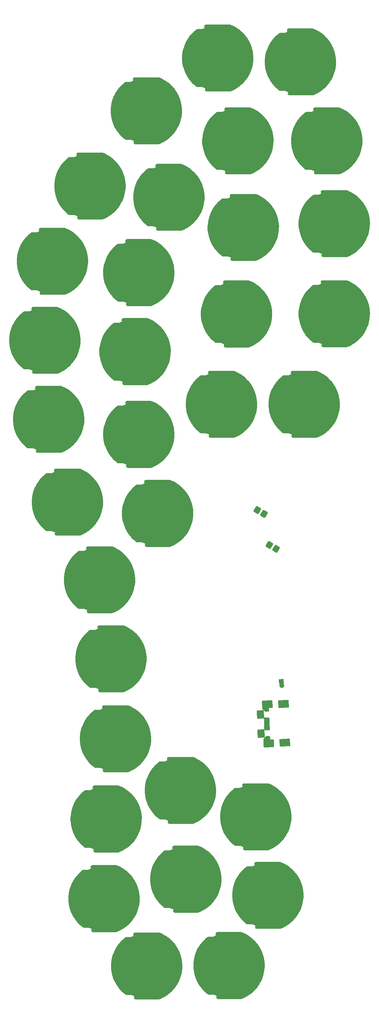
<source format=gts>
G04 #@! TF.GenerationSoftware,KiCad,Pcbnew,(5.0.0)*
G04 #@! TF.CreationDate,2019-11-18T10:43:10+01:00*
G04 #@! TF.ProjectId,Insole_PCB,496E736F6C655F5043422E6B69636164,rev?*
G04 #@! TF.SameCoordinates,Original*
G04 #@! TF.FileFunction,Soldermask,Top*
G04 #@! TF.FilePolarity,Negative*
%FSLAX46Y46*%
G04 Gerber Fmt 4.6, Leading zero omitted, Abs format (unit mm)*
G04 Created by KiCad (PCBNEW (5.0.0)) date 11/18/19 10:43:10*
%MOMM*%
%LPD*%
G01*
G04 APERTURE LIST*
%ADD10C,9.200000*%
%ADD11C,0.500000*%
%ADD12C,0.100000*%
%ADD13C,1.250000*%
%ADD14C,1.250000*%
%ADD15C,1.550000*%
%ADD16C,1.600000*%
%ADD17C,1.900000*%
%ADD18C,2.000000*%
%ADD19C,0.800000*%
G04 APERTURE END LIST*
D10*
G04 #@! TO.C,S0*
X207134328Y-118850707D02*
G75*
G03X207134328Y-118850707I-4104875J0D01*
G01*
G04 #@! TO.C,S1*
X215134328Y-94800707D02*
G75*
G03X215134328Y-94800707I-4104875J0D01*
G01*
G04 #@! TO.C,S2*
X215134328Y-70850707D02*
G75*
G03X215134328Y-70850707I-4104875J0D01*
G01*
G04 #@! TO.C,S3*
X213134328Y-48850707D02*
G75*
G03X213134328Y-48850707I-4104875J0D01*
G01*
G04 #@! TO.C,S4*
X206134328Y-27850707D02*
G75*
G03X206134328Y-27850707I-4104875J0D01*
G01*
G04 #@! TO.C,S5*
X189484328Y-48850707D02*
G75*
G03X189484328Y-48850707I-4104875J0D01*
G01*
G04 #@! TO.C,S6*
X190924328Y-71840707D02*
G75*
G03X190924328Y-71840707I-4104875J0D01*
G01*
G04 #@! TO.C,S7*
X189134328Y-94850707D02*
G75*
G03X189134328Y-94850707I-4104875J0D01*
G01*
G04 #@! TO.C,S8*
X184134328Y-26850707D02*
G75*
G03X184134328Y-26850707I-4104875J0D01*
G01*
G04 #@! TO.C,S9*
X165134328Y-40850707D02*
G75*
G03X165134328Y-40850707I-4104875J0D01*
G01*
G04 #@! TO.C,S10*
X171134328Y-63850707D02*
G75*
G03X171134328Y-63850707I-4104875J0D01*
G01*
G04 #@! TO.C,S11*
X150134328Y-60850707D02*
G75*
G03X150134328Y-60850707I-4104875J0D01*
G01*
G04 #@! TO.C,S12*
X163134328Y-83850707D02*
G75*
G03X163134328Y-83850707I-4104875J0D01*
G01*
G04 #@! TO.C,S13*
X140134328Y-80850707D02*
G75*
G03X140134328Y-80850707I-4104875J0D01*
G01*
G04 #@! TO.C,S14*
X185134328Y-118850707D02*
G75*
G03X185134328Y-118850707I-4104875J0D01*
G01*
G04 #@! TO.C,S15*
X162134328Y-104850707D02*
G75*
G03X162134328Y-104850707I-4104875J0D01*
G01*
G04 #@! TO.C,S16*
X138134328Y-101850707D02*
G75*
G03X138134328Y-101850707I-4104875J0D01*
G01*
G04 #@! TO.C,S17*
X139134328Y-122850707D02*
G75*
G03X139134328Y-122850707I-4104875J0D01*
G01*
G04 #@! TO.C,S18*
X163134328Y-126850707D02*
G75*
G03X163134328Y-126850707I-4104875J0D01*
G01*
G04 #@! TO.C,S19*
X168134328Y-147850707D02*
G75*
G03X168134328Y-147850707I-4104875J0D01*
G01*
G04 #@! TO.C,S20*
X144134328Y-144850707D02*
G75*
G03X144134328Y-144850707I-4104875J0D01*
G01*
G04 #@! TO.C,S21*
X152684328Y-165500707D02*
G75*
G03X152684328Y-165500707I-4104875J0D01*
G01*
G04 #@! TO.C,S22*
X155714328Y-186480707D02*
G75*
G03X155714328Y-186480707I-4104875J0D01*
G01*
G04 #@! TO.C,S23*
X156934328Y-207730707D02*
G75*
G03X156934328Y-207730707I-4104875J0D01*
G01*
G04 #@! TO.C,S24*
X194254328Y-228470707D02*
G75*
G03X194254328Y-228470707I-4104875J0D01*
G01*
G04 #@! TO.C,S25*
X197464328Y-249340707D02*
G75*
G03X197464328Y-249340707I-4104875J0D01*
G01*
G04 #@! TO.C,S26*
X187134328Y-268000707D02*
G75*
G03X187134328Y-268000707I-4104875J0D01*
G01*
G04 #@! TO.C,S27*
X165234328Y-268100707D02*
G75*
G03X165234328Y-268100707I-4104875J0D01*
G01*
G04 #@! TO.C,S28*
X153884328Y-250220707D02*
G75*
G03X153884328Y-250220707I-4104875J0D01*
G01*
G04 #@! TO.C,S29*
X175634328Y-245050707D02*
G75*
G03X175634328Y-245050707I-4104875J0D01*
G01*
G04 #@! TO.C,S30*
X154434328Y-229050707D02*
G75*
G03X154434328Y-229050707I-4104875J0D01*
G01*
G04 #@! TO.C,S31*
X174214328Y-221450707D02*
G75*
G03X174214328Y-221450707I-4104875J0D01*
G01*
G04 #@! TD*
D11*
G04 #@! TO.C,S0*
X194029453Y-118850707D03*
D12*
G36*
X197628069Y-126550702D02*
X197625757Y-126550686D01*
X197625759Y-126550455D01*
X197625471Y-126550453D01*
X197625469Y-126550684D01*
X197623880Y-126550673D01*
X197612706Y-126550283D01*
X197599568Y-126549456D01*
X197586317Y-126548699D01*
X197584371Y-126548492D01*
X197584370Y-126548500D01*
X197583508Y-126548446D01*
X197575220Y-126547517D01*
X197566835Y-126546624D01*
X197565978Y-126546490D01*
X197565979Y-126546481D01*
X197564031Y-126546263D01*
X197551110Y-126544170D01*
X197537935Y-126542114D01*
X197536029Y-126541720D01*
X197536028Y-126541728D01*
X197535168Y-126541589D01*
X197526839Y-126539820D01*
X197518732Y-126538144D01*
X197517900Y-126537929D01*
X197517902Y-126537922D01*
X197515986Y-126537515D01*
X197503137Y-126534120D01*
X197490425Y-126530840D01*
X197488409Y-126530214D01*
X197488405Y-126530228D01*
X197487570Y-126530007D01*
X197479628Y-126527486D01*
X197471839Y-126525066D01*
X197471025Y-126524769D01*
X197471030Y-126524756D01*
X197469032Y-126524122D01*
X197456568Y-126519487D01*
X197444229Y-126514979D01*
X197442394Y-126514205D01*
X197442390Y-126514215D01*
X197441575Y-126513912D01*
X197433782Y-126510572D01*
X197426217Y-126507381D01*
X197425441Y-126507008D01*
X197425445Y-126506999D01*
X197423585Y-126506202D01*
X197411696Y-126500402D01*
X197399817Y-126494694D01*
X197397943Y-126493678D01*
X197397936Y-126493692D01*
X197397164Y-126493315D01*
X197389897Y-126489317D01*
X197382702Y-126485418D01*
X197381957Y-126484966D01*
X197381964Y-126484954D01*
X197380132Y-126483946D01*
X197368788Y-126476967D01*
X197357570Y-126470154D01*
X197355952Y-126469060D01*
X197355948Y-126469067D01*
X197355208Y-126468612D01*
X197348301Y-126463884D01*
X197341355Y-126459185D01*
X197340666Y-126458668D01*
X197340671Y-126458661D01*
X197339034Y-126457540D01*
X197328553Y-126449584D01*
X197317956Y-126441637D01*
X197310271Y-126435575D01*
X196633446Y-125874264D01*
X196632398Y-125873388D01*
X196629192Y-125870692D01*
X196620828Y-125863250D01*
X196612686Y-125855586D01*
X196604455Y-125848051D01*
X196597413Y-125841281D01*
X195978593Y-125216603D01*
X195977644Y-125215638D01*
X195974716Y-125212642D01*
X195967099Y-125204397D01*
X195959755Y-125195986D01*
X195952308Y-125187696D01*
X195945950Y-125180261D01*
X195391041Y-124498178D01*
X195390164Y-124497092D01*
X195387543Y-124493824D01*
X195380797Y-124484914D01*
X195374309Y-124475828D01*
X195367698Y-124466838D01*
X195362101Y-124458823D01*
X194876400Y-123725846D01*
X194875623Y-123724664D01*
X194873334Y-123721156D01*
X194867501Y-123711648D01*
X194861931Y-123701972D01*
X194856228Y-123692380D01*
X194851438Y-123683855D01*
X194439581Y-122906980D01*
X194438924Y-122905729D01*
X194436988Y-122902014D01*
X194432111Y-122891983D01*
X194427541Y-122881876D01*
X194422768Y-122871700D01*
X194418836Y-122862755D01*
X194084754Y-122049398D01*
X194084236Y-122048123D01*
X194082671Y-122044237D01*
X194078781Y-122033740D01*
X194075187Y-122023140D01*
X194071464Y-122012643D01*
X194068424Y-122003358D01*
X193815307Y-121161281D01*
X193814912Y-121159950D01*
X193813734Y-121155930D01*
X193810893Y-121145127D01*
X193808352Y-121134234D01*
X193805665Y-121123400D01*
X193803547Y-121113868D01*
X193633810Y-120251112D01*
X193633554Y-120249788D01*
X193632773Y-120245672D01*
X193630991Y-120234591D01*
X193629525Y-120223500D01*
X193627912Y-120212484D01*
X193626732Y-120202777D01*
X193541995Y-119327572D01*
X193541867Y-119326203D01*
X193541492Y-119322031D01*
X193540802Y-119310862D01*
X193540424Y-119299639D01*
X193539895Y-119288540D01*
X193539668Y-119278778D01*
X193540741Y-118399483D01*
X193540748Y-118398104D01*
X193540782Y-118393915D01*
X193541186Y-118382727D01*
X193541902Y-118371577D01*
X193542460Y-118360440D01*
X193543187Y-118350695D01*
X193630059Y-117475701D01*
X193630197Y-117474359D01*
X193630639Y-117470193D01*
X193632136Y-117459067D01*
X193633944Y-117447995D01*
X193635578Y-117437018D01*
X193637254Y-117427384D01*
X193809095Y-116565043D01*
X193809369Y-116563695D01*
X193810216Y-116559592D01*
X193812783Y-116548704D01*
X193815658Y-116537875D01*
X193818365Y-116527075D01*
X193820971Y-116517658D01*
X194076142Y-115676202D01*
X194076558Y-115674848D01*
X194077802Y-115670848D01*
X194081408Y-115660298D01*
X194085306Y-115649855D01*
X194089071Y-115639323D01*
X194092585Y-115630203D01*
X194428650Y-114817663D01*
X194429186Y-114816381D01*
X194430814Y-114812521D01*
X194435444Y-114802347D01*
X194440319Y-114792382D01*
X194445116Y-114782221D01*
X194449503Y-114773487D01*
X194863255Y-113997619D01*
X194863923Y-113996377D01*
X194865920Y-113992695D01*
X194871513Y-113983036D01*
X194877351Y-113973572D01*
X194883097Y-113963960D01*
X194888319Y-113955691D01*
X195375807Y-113223901D01*
X195376591Y-113222732D01*
X195378938Y-113219262D01*
X195385447Y-113210195D01*
X195392193Y-113201330D01*
X195398839Y-113192338D01*
X195404843Y-113184616D01*
X195961414Y-112503890D01*
X195962288Y-112502829D01*
X195964962Y-112499604D01*
X195972343Y-112491192D01*
X195979941Y-112483007D01*
X195987422Y-112474719D01*
X195994145Y-112467628D01*
X196614489Y-111844460D01*
X196615480Y-111843472D01*
X196618456Y-111840524D01*
X196626609Y-111832887D01*
X196634599Y-111825811D01*
X196642559Y-111818535D01*
X196649929Y-111812121D01*
X197302975Y-111271296D01*
X197304036Y-111270424D01*
X197307281Y-111267774D01*
X197316145Y-111260940D01*
X197320638Y-111257672D01*
X197321163Y-111257244D01*
X197344755Y-111239851D01*
X197361027Y-111229039D01*
X197386203Y-111214031D01*
X197403453Y-111204859D01*
X197429973Y-111192379D01*
X197448041Y-111184932D01*
X197475652Y-111175100D01*
X197494358Y-111169452D01*
X197522798Y-111162361D01*
X197541970Y-111158565D01*
X197570965Y-111154284D01*
X197590407Y-111152378D01*
X197619682Y-111150946D01*
X197629453Y-111150707D01*
X206129453Y-111150707D01*
X206130838Y-111150712D01*
X206135027Y-111150741D01*
X206146204Y-111151131D01*
X206175456Y-111152972D01*
X206194869Y-111155150D01*
X206223802Y-111159836D01*
X206242916Y-111163898D01*
X206271253Y-111171385D01*
X206289874Y-111177292D01*
X206317346Y-111187508D01*
X206335314Y-111195209D01*
X206361657Y-111208058D01*
X206378776Y-111217470D01*
X206403740Y-111232828D01*
X206419865Y-111243868D01*
X206443211Y-111261589D01*
X206458174Y-111274145D01*
X206479680Y-111294059D01*
X206493357Y-111308025D01*
X206512816Y-111329943D01*
X206525057Y-111345168D01*
X206542285Y-111368880D01*
X206552984Y-111385230D01*
X206567816Y-111410510D01*
X206576870Y-111427828D01*
X206589164Y-111454435D01*
X206596484Y-111472553D01*
X206606123Y-111500233D01*
X206611639Y-111518976D01*
X206618531Y-111547464D01*
X206622193Y-111566659D01*
X206626272Y-111595683D01*
X206628042Y-111615138D01*
X206629270Y-111644422D01*
X206629134Y-111663964D01*
X206627498Y-111693229D01*
X206625456Y-111712664D01*
X206620972Y-111741628D01*
X206617043Y-111760768D01*
X206609754Y-111789157D01*
X206603975Y-111807824D01*
X206593950Y-111835367D01*
X206586379Y-111853379D01*
X206573715Y-111879811D01*
X206564419Y-111897002D01*
X206549235Y-111922073D01*
X206538310Y-111938269D01*
X206520753Y-111961738D01*
X206508297Y-111976796D01*
X206488533Y-111998440D01*
X206474670Y-112012206D01*
X206452889Y-112031818D01*
X206437743Y-112044170D01*
X206414151Y-112061563D01*
X206397879Y-112072375D01*
X206372703Y-112087383D01*
X206355453Y-112096555D01*
X206328933Y-112109035D01*
X206310865Y-112116482D01*
X206283254Y-112126314D01*
X206264548Y-112131962D01*
X206236108Y-112139053D01*
X206216936Y-112142849D01*
X206187941Y-112147130D01*
X206168499Y-112149036D01*
X206139224Y-112150468D01*
X206129453Y-112150707D01*
X197808906Y-112150707D01*
X197306253Y-112566983D01*
X196720111Y-113155793D01*
X196397225Y-113550707D01*
X208229453Y-113550707D01*
X208230838Y-113550712D01*
X208235027Y-113550741D01*
X208246204Y-113551131D01*
X208275456Y-113552972D01*
X208294869Y-113555150D01*
X208323802Y-113559836D01*
X208342916Y-113563898D01*
X208371253Y-113571385D01*
X208389874Y-113577292D01*
X208417346Y-113587508D01*
X208435314Y-113595209D01*
X208461657Y-113608058D01*
X208478776Y-113617470D01*
X208503740Y-113632828D01*
X208519865Y-113643868D01*
X208543211Y-113661589D01*
X208558174Y-113674145D01*
X208579680Y-113694059D01*
X208593357Y-113708025D01*
X208612816Y-113729943D01*
X208625057Y-113745168D01*
X208642285Y-113768880D01*
X208652984Y-113785230D01*
X208667816Y-113810510D01*
X208676870Y-113827828D01*
X208689164Y-113854435D01*
X208696484Y-113872553D01*
X208706123Y-113900233D01*
X208711639Y-113918976D01*
X208718531Y-113947464D01*
X208722193Y-113966659D01*
X208726272Y-113995683D01*
X208728042Y-114015138D01*
X208729270Y-114044422D01*
X208729134Y-114063964D01*
X208727498Y-114093229D01*
X208725456Y-114112664D01*
X208720972Y-114141628D01*
X208717043Y-114160768D01*
X208709754Y-114189157D01*
X208703975Y-114207824D01*
X208693950Y-114235367D01*
X208686379Y-114253379D01*
X208673715Y-114279811D01*
X208664419Y-114297002D01*
X208649235Y-114322073D01*
X208638310Y-114338269D01*
X208620753Y-114361738D01*
X208608297Y-114376796D01*
X208588533Y-114398440D01*
X208574670Y-114412206D01*
X208552889Y-114431818D01*
X208537743Y-114444170D01*
X208514151Y-114461563D01*
X208497879Y-114472375D01*
X208472703Y-114487383D01*
X208455453Y-114496555D01*
X208428933Y-114509035D01*
X208410865Y-114516482D01*
X208383254Y-114526314D01*
X208364548Y-114531962D01*
X208336108Y-114539053D01*
X208316936Y-114542849D01*
X208287941Y-114547130D01*
X208268499Y-114549036D01*
X208239224Y-114550468D01*
X208229453Y-114550707D01*
X195701613Y-114550707D01*
X195343382Y-115222463D01*
X195042182Y-115950707D01*
X209629453Y-115950707D01*
X209630838Y-115950712D01*
X209635027Y-115950741D01*
X209646204Y-115951131D01*
X209675456Y-115952972D01*
X209694869Y-115955150D01*
X209723802Y-115959836D01*
X209742916Y-115963898D01*
X209771253Y-115971385D01*
X209789874Y-115977292D01*
X209817346Y-115987508D01*
X209835314Y-115995209D01*
X209861657Y-116008058D01*
X209878776Y-116017470D01*
X209903740Y-116032828D01*
X209919865Y-116043868D01*
X209943211Y-116061589D01*
X209958174Y-116074145D01*
X209979680Y-116094059D01*
X209993357Y-116108025D01*
X210012816Y-116129943D01*
X210025057Y-116145168D01*
X210042285Y-116168880D01*
X210052984Y-116185230D01*
X210067816Y-116210510D01*
X210076870Y-116227828D01*
X210089164Y-116254435D01*
X210096484Y-116272553D01*
X210106123Y-116300233D01*
X210111639Y-116318976D01*
X210118531Y-116347464D01*
X210122193Y-116366659D01*
X210126272Y-116395683D01*
X210128042Y-116415138D01*
X210129270Y-116444422D01*
X210129134Y-116463964D01*
X210127498Y-116493229D01*
X210125456Y-116512664D01*
X210120972Y-116541628D01*
X210117043Y-116560768D01*
X210109754Y-116589157D01*
X210103975Y-116607824D01*
X210093950Y-116635367D01*
X210086379Y-116653379D01*
X210073715Y-116679811D01*
X210064419Y-116697002D01*
X210049235Y-116722073D01*
X210038310Y-116738269D01*
X210020753Y-116761738D01*
X210008297Y-116776796D01*
X209988533Y-116798440D01*
X209974670Y-116812206D01*
X209952889Y-116831818D01*
X209937743Y-116844170D01*
X209914151Y-116861563D01*
X209897879Y-116872375D01*
X209872703Y-116887383D01*
X209855453Y-116896555D01*
X209828933Y-116909035D01*
X209810865Y-116916482D01*
X209783254Y-116926314D01*
X209764548Y-116931962D01*
X209736108Y-116939053D01*
X209716936Y-116942849D01*
X209687941Y-116947130D01*
X209668499Y-116949036D01*
X209639224Y-116950468D01*
X209629453Y-116950707D01*
X194751904Y-116950707D01*
X194622751Y-117598832D01*
X194548102Y-118350707D01*
X210929453Y-118350707D01*
X210930838Y-118350712D01*
X210935027Y-118350741D01*
X210946204Y-118351131D01*
X210975456Y-118352972D01*
X210994869Y-118355150D01*
X211023802Y-118359836D01*
X211042916Y-118363898D01*
X211071253Y-118371385D01*
X211089874Y-118377292D01*
X211117346Y-118387508D01*
X211135314Y-118395209D01*
X211161657Y-118408058D01*
X211178776Y-118417470D01*
X211203740Y-118432828D01*
X211219865Y-118443868D01*
X211243211Y-118461589D01*
X211258174Y-118474145D01*
X211279680Y-118494059D01*
X211293357Y-118508025D01*
X211312816Y-118529943D01*
X211325057Y-118545168D01*
X211342285Y-118568880D01*
X211352984Y-118585230D01*
X211367816Y-118610510D01*
X211376870Y-118627828D01*
X211389164Y-118654435D01*
X211396484Y-118672553D01*
X211406123Y-118700233D01*
X211411639Y-118718976D01*
X211418531Y-118747464D01*
X211422193Y-118766659D01*
X211426272Y-118795683D01*
X211428042Y-118815138D01*
X211429270Y-118844422D01*
X211429134Y-118863964D01*
X211427498Y-118893229D01*
X211425456Y-118912664D01*
X211420972Y-118941628D01*
X211417043Y-118960768D01*
X211409754Y-118989157D01*
X211403975Y-119007824D01*
X211393950Y-119035367D01*
X211386379Y-119053379D01*
X211373715Y-119079811D01*
X211364419Y-119097002D01*
X211349235Y-119122073D01*
X211338310Y-119138269D01*
X211320753Y-119161738D01*
X211308297Y-119176796D01*
X211288533Y-119198440D01*
X211274670Y-119212206D01*
X211252889Y-119231818D01*
X211237743Y-119244170D01*
X211214151Y-119261563D01*
X211197879Y-119272375D01*
X211172703Y-119287383D01*
X211155453Y-119296555D01*
X211128933Y-119309035D01*
X211110865Y-119316482D01*
X211083254Y-119326314D01*
X211064548Y-119331962D01*
X211036108Y-119339053D01*
X211016936Y-119342849D01*
X210987941Y-119347130D01*
X210968499Y-119349036D01*
X210939224Y-119350468D01*
X210929453Y-119350707D01*
X194548911Y-119350707D01*
X194619722Y-120082076D01*
X194751268Y-120750707D01*
X209529453Y-120750707D01*
X209530838Y-120750712D01*
X209535027Y-120750741D01*
X209546204Y-120751131D01*
X209575456Y-120752972D01*
X209594869Y-120755150D01*
X209623802Y-120759836D01*
X209642916Y-120763898D01*
X209671253Y-120771385D01*
X209689874Y-120777292D01*
X209717346Y-120787508D01*
X209735314Y-120795209D01*
X209761657Y-120808058D01*
X209778776Y-120817470D01*
X209803740Y-120832828D01*
X209819865Y-120843868D01*
X209843211Y-120861589D01*
X209858174Y-120874145D01*
X209879680Y-120894059D01*
X209893357Y-120908025D01*
X209912816Y-120929943D01*
X209925057Y-120945168D01*
X209942285Y-120968880D01*
X209952984Y-120985230D01*
X209967816Y-121010510D01*
X209976870Y-121027828D01*
X209989164Y-121054435D01*
X209996484Y-121072553D01*
X210006123Y-121100233D01*
X210011639Y-121118976D01*
X210018531Y-121147464D01*
X210022193Y-121166659D01*
X210026272Y-121195683D01*
X210028042Y-121215138D01*
X210029270Y-121244422D01*
X210029134Y-121263964D01*
X210027498Y-121293229D01*
X210025456Y-121312664D01*
X210020972Y-121341628D01*
X210017043Y-121360768D01*
X210009754Y-121389157D01*
X210003975Y-121407824D01*
X209993950Y-121435367D01*
X209986379Y-121453379D01*
X209973715Y-121479811D01*
X209964419Y-121497002D01*
X209949235Y-121522073D01*
X209938310Y-121538269D01*
X209920753Y-121561738D01*
X209908297Y-121576796D01*
X209888533Y-121598440D01*
X209874670Y-121612206D01*
X209852889Y-121631818D01*
X209837743Y-121644170D01*
X209814151Y-121661563D01*
X209797879Y-121672375D01*
X209772703Y-121687383D01*
X209755453Y-121696555D01*
X209728933Y-121709035D01*
X209710865Y-121716482D01*
X209683254Y-121726314D01*
X209664548Y-121731962D01*
X209636108Y-121739053D01*
X209616936Y-121742849D01*
X209587941Y-121747130D01*
X209568499Y-121749036D01*
X209539224Y-121750468D01*
X209529453Y-121750707D01*
X195043138Y-121750707D01*
X195334554Y-122460187D01*
X195700629Y-123150707D01*
X208129453Y-123150707D01*
X208130838Y-123150712D01*
X208135027Y-123150741D01*
X208146204Y-123151131D01*
X208175456Y-123152972D01*
X208194869Y-123155150D01*
X208223802Y-123159836D01*
X208242916Y-123163898D01*
X208271253Y-123171385D01*
X208289874Y-123177292D01*
X208317346Y-123187508D01*
X208335314Y-123195209D01*
X208361657Y-123208058D01*
X208378776Y-123217470D01*
X208403740Y-123232828D01*
X208419865Y-123243868D01*
X208443211Y-123261589D01*
X208458174Y-123274145D01*
X208479680Y-123294059D01*
X208493357Y-123308025D01*
X208512816Y-123329943D01*
X208525057Y-123345168D01*
X208542285Y-123368880D01*
X208552984Y-123385230D01*
X208567816Y-123410510D01*
X208576870Y-123427828D01*
X208589164Y-123454435D01*
X208596484Y-123472553D01*
X208606123Y-123500233D01*
X208611639Y-123518976D01*
X208618531Y-123547464D01*
X208622193Y-123566659D01*
X208626272Y-123595683D01*
X208628042Y-123615138D01*
X208629270Y-123644422D01*
X208629134Y-123663964D01*
X208627498Y-123693229D01*
X208625456Y-123712664D01*
X208620972Y-123741628D01*
X208617043Y-123760768D01*
X208609754Y-123789157D01*
X208603975Y-123807824D01*
X208593950Y-123835367D01*
X208586379Y-123853379D01*
X208573715Y-123879811D01*
X208564419Y-123897002D01*
X208549235Y-123922073D01*
X208538310Y-123938269D01*
X208520753Y-123961738D01*
X208508297Y-123976796D01*
X208488533Y-123998440D01*
X208474670Y-124012206D01*
X208452889Y-124031818D01*
X208437743Y-124044170D01*
X208414151Y-124061563D01*
X208397879Y-124072375D01*
X208372703Y-124087383D01*
X208355453Y-124096555D01*
X208328933Y-124109035D01*
X208310865Y-124116482D01*
X208283254Y-124126314D01*
X208264548Y-124131962D01*
X208236108Y-124139053D01*
X208216936Y-124142849D01*
X208187941Y-124147130D01*
X208168499Y-124149036D01*
X208139224Y-124150468D01*
X208129453Y-124150707D01*
X196397490Y-124150707D01*
X196706232Y-124530207D01*
X197290630Y-125120137D01*
X197809810Y-125550707D01*
X206029453Y-125550707D01*
X206030838Y-125550712D01*
X206035027Y-125550741D01*
X206046204Y-125551131D01*
X206075456Y-125552972D01*
X206094869Y-125555150D01*
X206123802Y-125559836D01*
X206142916Y-125563898D01*
X206171253Y-125571385D01*
X206189874Y-125577292D01*
X206217346Y-125587508D01*
X206235314Y-125595209D01*
X206261657Y-125608058D01*
X206278776Y-125617470D01*
X206303740Y-125632828D01*
X206319865Y-125643868D01*
X206343211Y-125661589D01*
X206358174Y-125674145D01*
X206379680Y-125694059D01*
X206393357Y-125708025D01*
X206412816Y-125729943D01*
X206425057Y-125745168D01*
X206442285Y-125768880D01*
X206452984Y-125785230D01*
X206467816Y-125810510D01*
X206476870Y-125827828D01*
X206489164Y-125854435D01*
X206496484Y-125872553D01*
X206506123Y-125900233D01*
X206511639Y-125918976D01*
X206518531Y-125947464D01*
X206522193Y-125966659D01*
X206526272Y-125995683D01*
X206528042Y-126015138D01*
X206529270Y-126044422D01*
X206529134Y-126063964D01*
X206527498Y-126093229D01*
X206525456Y-126112664D01*
X206520972Y-126141628D01*
X206517043Y-126160768D01*
X206509754Y-126189157D01*
X206503975Y-126207824D01*
X206493950Y-126235367D01*
X206486379Y-126253379D01*
X206473715Y-126279811D01*
X206464419Y-126297002D01*
X206449235Y-126322073D01*
X206438310Y-126338269D01*
X206420753Y-126361738D01*
X206408297Y-126376796D01*
X206388533Y-126398440D01*
X206374670Y-126412206D01*
X206352889Y-126431818D01*
X206337743Y-126444170D01*
X206314151Y-126461563D01*
X206297879Y-126472375D01*
X206272703Y-126487383D01*
X206255453Y-126496555D01*
X206228933Y-126509035D01*
X206210865Y-126516482D01*
X206183254Y-126526314D01*
X206164548Y-126531962D01*
X206136108Y-126539053D01*
X206116936Y-126542849D01*
X206087941Y-126547130D01*
X206068499Y-126549036D01*
X206039224Y-126550468D01*
X206029453Y-126550707D01*
X197629453Y-126550707D01*
X197628069Y-126550702D01*
X197628069Y-126550702D01*
G37*
D11*
X212029453Y-118850707D03*
D12*
G36*
X200128068Y-127750702D02*
X200123879Y-127750673D01*
X200112702Y-127750283D01*
X200083450Y-127748442D01*
X200064037Y-127746264D01*
X200035104Y-127741578D01*
X200015990Y-127737516D01*
X199987653Y-127730029D01*
X199969032Y-127724122D01*
X199941560Y-127713906D01*
X199923592Y-127706205D01*
X199897249Y-127693356D01*
X199880130Y-127683944D01*
X199855166Y-127668586D01*
X199839041Y-127657546D01*
X199815695Y-127639825D01*
X199800732Y-127627269D01*
X199779226Y-127607355D01*
X199765549Y-127593389D01*
X199746090Y-127571471D01*
X199733849Y-127556246D01*
X199716621Y-127532534D01*
X199705922Y-127516184D01*
X199691090Y-127490904D01*
X199682036Y-127473586D01*
X199669742Y-127446979D01*
X199662422Y-127428861D01*
X199652783Y-127401181D01*
X199647267Y-127382438D01*
X199640375Y-127353950D01*
X199636713Y-127334755D01*
X199632634Y-127305731D01*
X199630864Y-127286276D01*
X199629636Y-127256992D01*
X199629772Y-127237450D01*
X199631408Y-127208185D01*
X199633450Y-127188750D01*
X199637934Y-127159786D01*
X199641863Y-127140646D01*
X199649152Y-127112257D01*
X199654931Y-127093590D01*
X199664956Y-127066047D01*
X199672527Y-127048035D01*
X199685191Y-127021603D01*
X199694487Y-127004412D01*
X199709671Y-126979341D01*
X199720596Y-126963145D01*
X199738153Y-126939676D01*
X199750609Y-126924618D01*
X199770373Y-126902974D01*
X199784236Y-126889208D01*
X199806017Y-126869596D01*
X199821163Y-126857244D01*
X199844755Y-126839851D01*
X199861027Y-126829039D01*
X199886203Y-126814031D01*
X199903453Y-126804859D01*
X199929973Y-126792379D01*
X199948041Y-126784932D01*
X199975652Y-126775100D01*
X199994358Y-126769452D01*
X200022798Y-126762361D01*
X200041970Y-126758565D01*
X200070965Y-126754284D01*
X200090407Y-126752378D01*
X200119682Y-126750946D01*
X200129453Y-126750707D01*
X206130817Y-126750707D01*
X206578875Y-126561480D01*
X207317855Y-126176046D01*
X208012201Y-125722621D01*
X208475669Y-125350707D01*
X198129453Y-125350707D01*
X198128068Y-125350702D01*
X198123879Y-125350673D01*
X198112702Y-125350283D01*
X198083450Y-125348442D01*
X198064037Y-125346264D01*
X198035104Y-125341578D01*
X198015990Y-125337516D01*
X197987653Y-125330029D01*
X197969032Y-125324122D01*
X197941560Y-125313906D01*
X197923592Y-125306205D01*
X197897249Y-125293356D01*
X197880130Y-125283944D01*
X197855166Y-125268586D01*
X197839041Y-125257546D01*
X197815695Y-125239825D01*
X197800732Y-125227269D01*
X197779226Y-125207355D01*
X197765549Y-125193389D01*
X197746090Y-125171471D01*
X197733849Y-125156246D01*
X197716621Y-125132534D01*
X197705922Y-125116184D01*
X197691090Y-125090904D01*
X197682036Y-125073586D01*
X197669742Y-125046979D01*
X197662422Y-125028861D01*
X197652783Y-125001181D01*
X197647267Y-124982438D01*
X197640375Y-124953950D01*
X197636713Y-124934755D01*
X197632634Y-124905731D01*
X197630864Y-124886276D01*
X197629636Y-124856992D01*
X197629772Y-124837450D01*
X197631408Y-124808185D01*
X197633450Y-124788750D01*
X197637934Y-124759786D01*
X197641863Y-124740646D01*
X197649152Y-124712257D01*
X197654931Y-124693590D01*
X197664956Y-124666047D01*
X197672527Y-124648035D01*
X197685191Y-124621603D01*
X197694487Y-124604412D01*
X197709671Y-124579341D01*
X197720596Y-124563145D01*
X197738153Y-124539676D01*
X197750609Y-124524618D01*
X197770373Y-124502974D01*
X197784236Y-124489208D01*
X197806017Y-124469596D01*
X197821163Y-124457244D01*
X197844755Y-124439851D01*
X197861027Y-124429039D01*
X197886203Y-124414031D01*
X197903453Y-124404859D01*
X197929973Y-124392379D01*
X197948041Y-124384932D01*
X197975652Y-124375100D01*
X197994358Y-124369452D01*
X198022798Y-124362361D01*
X198041970Y-124358565D01*
X198070965Y-124354284D01*
X198090407Y-124352378D01*
X198119682Y-124350946D01*
X198129453Y-124350707D01*
X209481767Y-124350707D01*
X209785750Y-123989133D01*
X210254922Y-123305318D01*
X210450311Y-122950707D01*
X196129453Y-122950707D01*
X196128068Y-122950702D01*
X196123879Y-122950673D01*
X196112702Y-122950283D01*
X196083450Y-122948442D01*
X196064037Y-122946264D01*
X196035104Y-122941578D01*
X196015990Y-122937516D01*
X195987653Y-122930029D01*
X195969032Y-122924122D01*
X195941560Y-122913906D01*
X195923592Y-122906205D01*
X195897249Y-122893356D01*
X195880130Y-122883944D01*
X195855166Y-122868586D01*
X195839041Y-122857546D01*
X195815695Y-122839825D01*
X195800732Y-122827269D01*
X195779226Y-122807355D01*
X195765549Y-122793389D01*
X195746090Y-122771471D01*
X195733849Y-122756246D01*
X195716621Y-122732534D01*
X195705922Y-122716184D01*
X195691090Y-122690904D01*
X195682036Y-122673586D01*
X195669742Y-122646979D01*
X195662422Y-122628861D01*
X195652783Y-122601181D01*
X195647267Y-122582438D01*
X195640375Y-122553950D01*
X195636713Y-122534755D01*
X195632634Y-122505731D01*
X195630864Y-122486276D01*
X195629636Y-122456992D01*
X195629772Y-122437450D01*
X195631408Y-122408185D01*
X195633450Y-122388750D01*
X195637934Y-122359786D01*
X195641863Y-122340646D01*
X195649152Y-122312257D01*
X195654931Y-122293590D01*
X195664956Y-122266047D01*
X195672527Y-122248035D01*
X195685191Y-122221603D01*
X195694487Y-122204412D01*
X195709671Y-122179341D01*
X195720596Y-122163145D01*
X195738153Y-122139676D01*
X195750609Y-122124618D01*
X195770373Y-122102974D01*
X195784236Y-122089208D01*
X195806017Y-122069596D01*
X195821163Y-122057244D01*
X195844755Y-122039851D01*
X195861027Y-122029039D01*
X195886203Y-122014031D01*
X195903453Y-122004859D01*
X195929973Y-121992379D01*
X195948041Y-121984932D01*
X195975652Y-121975100D01*
X195994358Y-121969452D01*
X196022798Y-121962361D01*
X196041970Y-121958565D01*
X196070965Y-121954284D01*
X196090407Y-121952378D01*
X196119682Y-121950946D01*
X196129453Y-121950707D01*
X210925116Y-121950707D01*
X210982549Y-121817056D01*
X211234062Y-121026797D01*
X211335731Y-120550707D01*
X195329453Y-120550707D01*
X195328068Y-120550702D01*
X195323879Y-120550673D01*
X195312702Y-120550283D01*
X195283450Y-120548442D01*
X195264037Y-120546264D01*
X195235104Y-120541578D01*
X195215990Y-120537516D01*
X195187653Y-120530029D01*
X195169032Y-120524122D01*
X195141560Y-120513906D01*
X195123592Y-120506205D01*
X195097249Y-120493356D01*
X195080130Y-120483944D01*
X195055166Y-120468586D01*
X195039041Y-120457546D01*
X195015695Y-120439825D01*
X195000732Y-120427269D01*
X194979226Y-120407355D01*
X194965549Y-120393389D01*
X194946090Y-120371471D01*
X194933849Y-120356246D01*
X194916621Y-120332534D01*
X194905922Y-120316184D01*
X194891090Y-120290904D01*
X194882036Y-120273586D01*
X194869742Y-120246979D01*
X194862422Y-120228861D01*
X194852783Y-120201181D01*
X194847267Y-120182438D01*
X194840375Y-120153950D01*
X194836713Y-120134755D01*
X194832634Y-120105731D01*
X194830864Y-120086276D01*
X194829636Y-120056992D01*
X194829772Y-120037450D01*
X194831408Y-120008185D01*
X194833450Y-119988750D01*
X194837934Y-119959786D01*
X194841863Y-119940646D01*
X194849152Y-119912257D01*
X194854931Y-119893590D01*
X194864956Y-119866047D01*
X194872527Y-119848035D01*
X194885191Y-119821603D01*
X194894487Y-119804412D01*
X194909671Y-119779341D01*
X194920596Y-119763145D01*
X194938153Y-119739676D01*
X194950609Y-119724618D01*
X194970373Y-119702974D01*
X194984236Y-119689208D01*
X195006017Y-119669596D01*
X195021163Y-119657244D01*
X195044755Y-119639851D01*
X195061027Y-119629039D01*
X195086203Y-119614031D01*
X195103453Y-119604859D01*
X195129973Y-119592379D01*
X195148041Y-119584932D01*
X195175652Y-119575100D01*
X195194358Y-119569452D01*
X195222798Y-119562361D01*
X195241970Y-119558565D01*
X195270965Y-119554284D01*
X195290407Y-119552378D01*
X195319682Y-119550946D01*
X195329453Y-119550707D01*
X211482494Y-119550707D01*
X211500477Y-119391756D01*
X211512843Y-118562528D01*
X211478656Y-118150707D01*
X195329453Y-118150707D01*
X195328068Y-118150702D01*
X195323879Y-118150673D01*
X195312702Y-118150283D01*
X195283450Y-118148442D01*
X195264037Y-118146264D01*
X195235104Y-118141578D01*
X195215990Y-118137516D01*
X195187653Y-118130029D01*
X195169032Y-118124122D01*
X195141560Y-118113906D01*
X195123592Y-118106205D01*
X195097249Y-118093356D01*
X195080130Y-118083944D01*
X195055166Y-118068586D01*
X195039041Y-118057546D01*
X195015695Y-118039825D01*
X195000732Y-118027269D01*
X194979226Y-118007355D01*
X194965549Y-117993389D01*
X194946090Y-117971471D01*
X194933849Y-117956246D01*
X194916621Y-117932534D01*
X194905922Y-117916184D01*
X194891090Y-117890904D01*
X194882036Y-117873586D01*
X194869742Y-117846979D01*
X194862422Y-117828861D01*
X194852783Y-117801181D01*
X194847267Y-117782438D01*
X194840375Y-117753950D01*
X194836713Y-117734755D01*
X194832634Y-117705731D01*
X194830864Y-117686276D01*
X194829636Y-117656992D01*
X194829772Y-117637450D01*
X194831408Y-117608185D01*
X194833450Y-117588750D01*
X194837934Y-117559786D01*
X194841863Y-117540646D01*
X194849152Y-117512257D01*
X194854931Y-117493590D01*
X194864956Y-117466047D01*
X194872527Y-117448035D01*
X194885191Y-117421603D01*
X194894487Y-117404412D01*
X194909671Y-117379341D01*
X194920596Y-117363145D01*
X194938153Y-117339676D01*
X194950609Y-117324618D01*
X194970373Y-117302974D01*
X194984236Y-117289208D01*
X195006017Y-117269596D01*
X195021163Y-117257244D01*
X195044755Y-117239851D01*
X195061027Y-117229039D01*
X195086203Y-117214031D01*
X195103453Y-117204859D01*
X195129973Y-117192379D01*
X195148041Y-117184932D01*
X195175652Y-117175100D01*
X195194358Y-117169452D01*
X195222798Y-117162361D01*
X195241970Y-117158565D01*
X195270965Y-117154284D01*
X195290407Y-117152378D01*
X195319682Y-117150946D01*
X195329453Y-117150707D01*
X211337375Y-117150707D01*
X211295305Y-116920253D01*
X211067475Y-116122858D01*
X210920540Y-115750707D01*
X196129453Y-115750707D01*
X196128068Y-115750702D01*
X196123879Y-115750673D01*
X196112702Y-115750283D01*
X196083450Y-115748442D01*
X196064037Y-115746264D01*
X196035104Y-115741578D01*
X196015990Y-115737516D01*
X195987653Y-115730029D01*
X195969032Y-115724122D01*
X195941560Y-115713906D01*
X195923592Y-115706205D01*
X195897249Y-115693356D01*
X195880130Y-115683944D01*
X195855166Y-115668586D01*
X195839041Y-115657546D01*
X195815695Y-115639825D01*
X195800732Y-115627269D01*
X195779226Y-115607355D01*
X195765549Y-115593389D01*
X195746090Y-115571471D01*
X195733849Y-115556246D01*
X195716621Y-115532534D01*
X195705922Y-115516184D01*
X195691090Y-115490904D01*
X195682036Y-115473586D01*
X195669742Y-115446979D01*
X195662422Y-115428861D01*
X195652783Y-115401181D01*
X195647267Y-115382438D01*
X195640375Y-115353950D01*
X195636713Y-115334755D01*
X195632634Y-115305731D01*
X195630864Y-115286276D01*
X195629636Y-115256992D01*
X195629772Y-115237450D01*
X195631408Y-115208185D01*
X195633450Y-115188750D01*
X195637934Y-115159786D01*
X195641863Y-115140646D01*
X195649152Y-115112257D01*
X195654931Y-115093590D01*
X195664956Y-115066047D01*
X195672527Y-115048035D01*
X195685191Y-115021603D01*
X195694487Y-115004412D01*
X195709671Y-114979341D01*
X195720596Y-114963145D01*
X195738153Y-114939676D01*
X195750609Y-114924618D01*
X195770373Y-114902974D01*
X195784236Y-114889208D01*
X195806017Y-114869596D01*
X195821163Y-114857244D01*
X195844755Y-114839851D01*
X195861027Y-114829039D01*
X195886203Y-114814031D01*
X195903453Y-114804859D01*
X195929973Y-114792379D01*
X195948041Y-114784932D01*
X195975652Y-114775100D01*
X195994358Y-114769452D01*
X196022798Y-114762361D01*
X196041970Y-114758565D01*
X196070965Y-114754284D01*
X196090407Y-114752378D01*
X196119682Y-114750946D01*
X196129453Y-114750707D01*
X210454877Y-114750707D01*
X210384555Y-114613554D01*
X209935981Y-113916051D01*
X209488769Y-113350707D01*
X198029453Y-113350707D01*
X198028068Y-113350702D01*
X198023879Y-113350673D01*
X198012702Y-113350283D01*
X197983450Y-113348442D01*
X197964037Y-113346264D01*
X197935104Y-113341578D01*
X197915990Y-113337516D01*
X197887653Y-113330029D01*
X197869032Y-113324122D01*
X197841560Y-113313906D01*
X197823592Y-113306205D01*
X197797249Y-113293356D01*
X197780130Y-113283944D01*
X197755166Y-113268586D01*
X197739041Y-113257546D01*
X197715695Y-113239825D01*
X197700732Y-113227269D01*
X197679226Y-113207355D01*
X197665549Y-113193389D01*
X197646090Y-113171471D01*
X197633849Y-113156246D01*
X197616621Y-113132534D01*
X197605922Y-113116184D01*
X197591090Y-113090904D01*
X197582036Y-113073586D01*
X197569742Y-113046979D01*
X197562422Y-113028861D01*
X197552783Y-113001181D01*
X197547267Y-112982438D01*
X197540375Y-112953950D01*
X197536713Y-112934755D01*
X197532634Y-112905731D01*
X197530864Y-112886276D01*
X197529636Y-112856992D01*
X197529772Y-112837450D01*
X197531408Y-112808185D01*
X197533450Y-112788750D01*
X197537934Y-112759786D01*
X197541863Y-112740646D01*
X197549152Y-112712257D01*
X197554931Y-112693590D01*
X197564956Y-112666047D01*
X197572527Y-112648035D01*
X197585191Y-112621603D01*
X197594487Y-112604412D01*
X197609671Y-112579341D01*
X197620596Y-112563145D01*
X197638153Y-112539676D01*
X197650609Y-112524618D01*
X197670373Y-112502974D01*
X197684236Y-112489208D01*
X197706017Y-112469596D01*
X197721163Y-112457244D01*
X197744755Y-112439851D01*
X197761027Y-112429039D01*
X197786203Y-112414031D01*
X197803453Y-112404859D01*
X197829973Y-112392379D01*
X197848041Y-112384932D01*
X197875652Y-112375100D01*
X197894358Y-112369452D01*
X197922798Y-112362361D01*
X197941970Y-112358565D01*
X197970965Y-112354284D01*
X197990407Y-112352378D01*
X198019682Y-112350946D01*
X198029453Y-112350707D01*
X208473228Y-112350707D01*
X208214931Y-112130455D01*
X207534401Y-111656514D01*
X206810866Y-111251241D01*
X206124751Y-110950707D01*
X199929453Y-110950707D01*
X199928068Y-110950702D01*
X199923879Y-110950673D01*
X199912702Y-110950283D01*
X199883450Y-110948442D01*
X199864037Y-110946264D01*
X199835104Y-110941578D01*
X199815990Y-110937516D01*
X199787653Y-110930029D01*
X199769032Y-110924122D01*
X199741560Y-110913906D01*
X199723592Y-110906205D01*
X199697249Y-110893356D01*
X199680130Y-110883944D01*
X199655166Y-110868586D01*
X199639041Y-110857546D01*
X199615695Y-110839825D01*
X199600732Y-110827269D01*
X199579226Y-110807355D01*
X199565549Y-110793389D01*
X199546090Y-110771471D01*
X199533849Y-110756246D01*
X199516621Y-110732534D01*
X199505922Y-110716184D01*
X199491090Y-110690904D01*
X199482036Y-110673586D01*
X199469742Y-110646979D01*
X199462422Y-110628861D01*
X199452783Y-110601181D01*
X199447267Y-110582438D01*
X199440375Y-110553950D01*
X199436713Y-110534755D01*
X199432634Y-110505731D01*
X199430864Y-110486276D01*
X199429636Y-110456992D01*
X199429772Y-110437450D01*
X199431408Y-110408185D01*
X199433450Y-110388750D01*
X199437934Y-110359786D01*
X199441863Y-110340646D01*
X199449152Y-110312257D01*
X199454931Y-110293590D01*
X199464956Y-110266047D01*
X199472527Y-110248035D01*
X199485191Y-110221603D01*
X199494487Y-110204412D01*
X199509671Y-110179341D01*
X199520596Y-110163145D01*
X199538153Y-110139676D01*
X199550609Y-110124618D01*
X199570373Y-110102974D01*
X199584236Y-110089208D01*
X199606017Y-110069596D01*
X199621163Y-110057244D01*
X199644755Y-110039851D01*
X199661027Y-110029039D01*
X199686203Y-110014031D01*
X199703453Y-110004859D01*
X199729973Y-109992379D01*
X199748041Y-109984932D01*
X199775652Y-109975100D01*
X199794358Y-109969452D01*
X199822798Y-109962361D01*
X199841970Y-109958565D01*
X199870965Y-109954284D01*
X199890407Y-109952378D01*
X199919682Y-109950946D01*
X199929453Y-109950707D01*
X206229453Y-109950707D01*
X206230838Y-109950712D01*
X206235027Y-109950741D01*
X206246201Y-109951131D01*
X206247393Y-109951206D01*
X206247392Y-109951219D01*
X206250158Y-109951279D01*
X206262843Y-109952178D01*
X206275459Y-109952972D01*
X206278277Y-109953287D01*
X206278278Y-109953272D01*
X206279471Y-109953357D01*
X206287082Y-109954273D01*
X206294788Y-109955136D01*
X206295958Y-109955325D01*
X206295955Y-109955342D01*
X206298792Y-109955683D01*
X206311311Y-109957812D01*
X206323805Y-109959836D01*
X206326468Y-109960402D01*
X206326470Y-109960391D01*
X206327653Y-109960592D01*
X206335406Y-109962304D01*
X206342959Y-109963910D01*
X206344101Y-109964212D01*
X206344098Y-109964222D01*
X206346783Y-109964815D01*
X206359175Y-109968195D01*
X206371246Y-109971384D01*
X206373826Y-109972203D01*
X206373829Y-109972192D01*
X206374982Y-109972506D01*
X206382527Y-109974964D01*
X206389945Y-109977318D01*
X206391057Y-109977732D01*
X206391053Y-109977742D01*
X206393630Y-109978581D01*
X206405559Y-109983126D01*
X206417342Y-109987507D01*
X206419956Y-109988627D01*
X206419962Y-109988612D01*
X206421074Y-109989036D01*
X206430063Y-109992716D01*
X207234487Y-110345071D01*
X207235790Y-110345647D01*
X207239615Y-110347355D01*
X207249664Y-110352182D01*
X207259629Y-110357316D01*
X207269576Y-110362265D01*
X207278222Y-110366833D01*
X208044423Y-110796005D01*
X208045625Y-110796684D01*
X208049265Y-110798756D01*
X208058828Y-110804559D01*
X208068261Y-110810651D01*
X208077669Y-110816542D01*
X208085825Y-110821931D01*
X208806489Y-111323822D01*
X208807628Y-111324621D01*
X208811049Y-111327039D01*
X208819989Y-111333740D01*
X208828718Y-111340672D01*
X208837577Y-111347508D01*
X208845164Y-111353664D01*
X209513413Y-111923485D01*
X209514481Y-111924402D01*
X209517650Y-111927143D01*
X209525876Y-111934669D01*
X209533908Y-111942439D01*
X209542047Y-111950098D01*
X209548991Y-111956959D01*
X210158446Y-112589269D01*
X210159403Y-112590269D01*
X210162289Y-112593305D01*
X210169765Y-112601623D01*
X210177018Y-112610162D01*
X210184340Y-112618542D01*
X210190588Y-112626055D01*
X210735432Y-113314820D01*
X210736301Y-113315928D01*
X210738877Y-113319232D01*
X210745488Y-113328216D01*
X210751844Y-113337379D01*
X210758350Y-113346486D01*
X210763830Y-113354567D01*
X211238862Y-114093212D01*
X211239596Y-114094362D01*
X211241838Y-114097901D01*
X211247566Y-114107529D01*
X211253038Y-114117342D01*
X211258578Y-114126959D01*
X211263247Y-114135541D01*
X211663932Y-114917015D01*
X211664550Y-114918232D01*
X211666436Y-114921973D01*
X211671201Y-114932122D01*
X211675671Y-114942381D01*
X211680257Y-114952516D01*
X211684070Y-114961522D01*
X212006584Y-115778368D01*
X212007095Y-115779675D01*
X212008606Y-115783582D01*
X212012343Y-115794109D01*
X212015778Y-115804716D01*
X212019367Y-115815291D01*
X212022283Y-115824626D01*
X212263548Y-116669045D01*
X212263923Y-116670378D01*
X212265046Y-116674414D01*
X212267741Y-116685266D01*
X212270114Y-116696109D01*
X212272669Y-116707049D01*
X212274658Y-116716615D01*
X212432370Y-117580547D01*
X212432611Y-117581898D01*
X212433335Y-117586024D01*
X212434961Y-117597103D01*
X212436272Y-117608185D01*
X212437738Y-117619255D01*
X212438784Y-117628973D01*
X212511439Y-118504173D01*
X212511552Y-118505584D01*
X212511869Y-118509761D01*
X212512402Y-118520902D01*
X212512625Y-118532080D01*
X212513004Y-118543211D01*
X212513098Y-118552994D01*
X212500002Y-119431106D01*
X212499976Y-119432516D01*
X212499884Y-119436704D01*
X212499327Y-119447851D01*
X212498458Y-119459005D01*
X212497748Y-119470120D01*
X212496887Y-119479857D01*
X212398164Y-120352501D01*
X212398008Y-120353843D01*
X212397509Y-120358002D01*
X212395860Y-120369104D01*
X212393906Y-120380119D01*
X212392117Y-120391103D01*
X212390309Y-120400713D01*
X212206903Y-121259558D01*
X212206612Y-121260898D01*
X212205709Y-121264989D01*
X212202991Y-121275848D01*
X212199982Y-121286586D01*
X212197113Y-121297401D01*
X212194380Y-121306776D01*
X211928040Y-122143624D01*
X211927612Y-122144952D01*
X211926314Y-122148934D01*
X211922556Y-122159456D01*
X211918506Y-122169868D01*
X211914605Y-122180326D01*
X211910968Y-122189393D01*
X211564238Y-122996258D01*
X211563702Y-122997494D01*
X211562022Y-123001332D01*
X211557235Y-123011483D01*
X211552187Y-123021452D01*
X211547286Y-123031476D01*
X211542782Y-123040144D01*
X211118971Y-123809322D01*
X211118298Y-123810533D01*
X211116251Y-123814188D01*
X211110516Y-123823788D01*
X211104528Y-123833203D01*
X211098666Y-123842712D01*
X211093334Y-123850904D01*
X210596486Y-124575055D01*
X210595699Y-124576193D01*
X210593305Y-124579631D01*
X210586661Y-124588627D01*
X210579767Y-124597433D01*
X210573020Y-124606305D01*
X210566915Y-124613938D01*
X210001773Y-125286149D01*
X210000860Y-125287226D01*
X209998142Y-125290413D01*
X209990666Y-125298700D01*
X209982949Y-125306788D01*
X209975372Y-125314955D01*
X209968548Y-125321959D01*
X209340508Y-125935813D01*
X209339531Y-125936762D01*
X209336515Y-125939670D01*
X209328234Y-125947218D01*
X209319776Y-125954504D01*
X209311418Y-125961911D01*
X209303948Y-125968212D01*
X208619003Y-126517851D01*
X208617923Y-126518711D01*
X208614638Y-126521310D01*
X208605679Y-126527999D01*
X208596518Y-126534449D01*
X208587494Y-126540991D01*
X208579455Y-126546526D01*
X207844144Y-127026703D01*
X207843016Y-127027434D01*
X207839493Y-127029701D01*
X207829884Y-127035509D01*
X207820153Y-127041024D01*
X207810540Y-127046652D01*
X207801987Y-127051383D01*
X207023328Y-127457514D01*
X207022108Y-127458145D01*
X207018380Y-127460057D01*
X207008274Y-127464887D01*
X207001862Y-127467734D01*
X206995543Y-127470775D01*
X206986627Y-127474800D01*
X206451976Y-127700596D01*
X206450702Y-127701129D01*
X206446832Y-127702732D01*
X206436373Y-127706725D01*
X206424184Y-127710992D01*
X206410865Y-127716482D01*
X206383254Y-127726314D01*
X206364548Y-127731962D01*
X206336108Y-127739053D01*
X206316936Y-127742849D01*
X206287941Y-127747130D01*
X206268499Y-127749036D01*
X206239224Y-127750468D01*
X206229453Y-127750707D01*
X200129453Y-127750707D01*
X200128068Y-127750702D01*
X200128068Y-127750702D01*
G37*
G04 #@! TD*
D11*
G04 #@! TO.C,S1*
X202029453Y-94800707D03*
D12*
G36*
X205628069Y-102500702D02*
X205625757Y-102500686D01*
X205625759Y-102500455D01*
X205625471Y-102500453D01*
X205625469Y-102500684D01*
X205623880Y-102500673D01*
X205612706Y-102500283D01*
X205599568Y-102499456D01*
X205586317Y-102498699D01*
X205584371Y-102498492D01*
X205584370Y-102498500D01*
X205583508Y-102498446D01*
X205575220Y-102497517D01*
X205566835Y-102496624D01*
X205565978Y-102496490D01*
X205565979Y-102496481D01*
X205564031Y-102496263D01*
X205551110Y-102494170D01*
X205537935Y-102492114D01*
X205536029Y-102491720D01*
X205536028Y-102491728D01*
X205535168Y-102491589D01*
X205526839Y-102489820D01*
X205518732Y-102488144D01*
X205517900Y-102487929D01*
X205517902Y-102487922D01*
X205515986Y-102487515D01*
X205503137Y-102484120D01*
X205490425Y-102480840D01*
X205488409Y-102480214D01*
X205488405Y-102480228D01*
X205487570Y-102480007D01*
X205479628Y-102477486D01*
X205471839Y-102475066D01*
X205471025Y-102474769D01*
X205471030Y-102474756D01*
X205469032Y-102474122D01*
X205456568Y-102469487D01*
X205444229Y-102464979D01*
X205442394Y-102464205D01*
X205442390Y-102464215D01*
X205441575Y-102463912D01*
X205433782Y-102460572D01*
X205426217Y-102457381D01*
X205425441Y-102457008D01*
X205425445Y-102456999D01*
X205423585Y-102456202D01*
X205411696Y-102450402D01*
X205399817Y-102444694D01*
X205397943Y-102443678D01*
X205397936Y-102443692D01*
X205397164Y-102443315D01*
X205389897Y-102439317D01*
X205382702Y-102435418D01*
X205381957Y-102434966D01*
X205381964Y-102434954D01*
X205380132Y-102433946D01*
X205368788Y-102426967D01*
X205357570Y-102420154D01*
X205355952Y-102419060D01*
X205355948Y-102419067D01*
X205355208Y-102418612D01*
X205348301Y-102413884D01*
X205341355Y-102409185D01*
X205340666Y-102408668D01*
X205340671Y-102408661D01*
X205339034Y-102407540D01*
X205328553Y-102399584D01*
X205317956Y-102391637D01*
X205310271Y-102385575D01*
X204633446Y-101824264D01*
X204632398Y-101823388D01*
X204629192Y-101820692D01*
X204620828Y-101813250D01*
X204612686Y-101805586D01*
X204604455Y-101798051D01*
X204597413Y-101791281D01*
X203978593Y-101166603D01*
X203977644Y-101165638D01*
X203974716Y-101162642D01*
X203967099Y-101154397D01*
X203959755Y-101145986D01*
X203952308Y-101137696D01*
X203945950Y-101130261D01*
X203391041Y-100448178D01*
X203390164Y-100447092D01*
X203387543Y-100443824D01*
X203380797Y-100434914D01*
X203374309Y-100425828D01*
X203367698Y-100416838D01*
X203362101Y-100408823D01*
X202876400Y-99675846D01*
X202875623Y-99674664D01*
X202873334Y-99671156D01*
X202867501Y-99661648D01*
X202861931Y-99651972D01*
X202856228Y-99642380D01*
X202851438Y-99633855D01*
X202439581Y-98856980D01*
X202438924Y-98855729D01*
X202436988Y-98852014D01*
X202432111Y-98841983D01*
X202427541Y-98831876D01*
X202422768Y-98821700D01*
X202418836Y-98812755D01*
X202084754Y-97999398D01*
X202084236Y-97998123D01*
X202082671Y-97994237D01*
X202078781Y-97983740D01*
X202075187Y-97973140D01*
X202071464Y-97962643D01*
X202068424Y-97953358D01*
X201815307Y-97111281D01*
X201814912Y-97109950D01*
X201813734Y-97105930D01*
X201810893Y-97095127D01*
X201808352Y-97084234D01*
X201805665Y-97073400D01*
X201803547Y-97063868D01*
X201633810Y-96201112D01*
X201633554Y-96199788D01*
X201632773Y-96195672D01*
X201630991Y-96184591D01*
X201629525Y-96173500D01*
X201627912Y-96162484D01*
X201626732Y-96152777D01*
X201541995Y-95277572D01*
X201541867Y-95276203D01*
X201541492Y-95272031D01*
X201540802Y-95260862D01*
X201540424Y-95249639D01*
X201539895Y-95238540D01*
X201539668Y-95228778D01*
X201540741Y-94349483D01*
X201540748Y-94348104D01*
X201540782Y-94343915D01*
X201541186Y-94332727D01*
X201541902Y-94321577D01*
X201542460Y-94310440D01*
X201543187Y-94300695D01*
X201630059Y-93425701D01*
X201630197Y-93424359D01*
X201630639Y-93420193D01*
X201632136Y-93409067D01*
X201633944Y-93397995D01*
X201635578Y-93387018D01*
X201637254Y-93377384D01*
X201809095Y-92515043D01*
X201809369Y-92513695D01*
X201810216Y-92509592D01*
X201812783Y-92498704D01*
X201815658Y-92487875D01*
X201818365Y-92477075D01*
X201820971Y-92467658D01*
X202076142Y-91626202D01*
X202076558Y-91624848D01*
X202077802Y-91620848D01*
X202081408Y-91610298D01*
X202085306Y-91599855D01*
X202089071Y-91589323D01*
X202092585Y-91580203D01*
X202428650Y-90767663D01*
X202429186Y-90766381D01*
X202430814Y-90762521D01*
X202435444Y-90752347D01*
X202440319Y-90742382D01*
X202445116Y-90732221D01*
X202449503Y-90723487D01*
X202863255Y-89947619D01*
X202863923Y-89946377D01*
X202865920Y-89942695D01*
X202871513Y-89933036D01*
X202877351Y-89923572D01*
X202883097Y-89913960D01*
X202888319Y-89905691D01*
X203375807Y-89173901D01*
X203376591Y-89172732D01*
X203378938Y-89169262D01*
X203385447Y-89160195D01*
X203392193Y-89151330D01*
X203398839Y-89142338D01*
X203404843Y-89134616D01*
X203961414Y-88453890D01*
X203962288Y-88452829D01*
X203964962Y-88449604D01*
X203972343Y-88441192D01*
X203979941Y-88433007D01*
X203987422Y-88424719D01*
X203994145Y-88417628D01*
X204614489Y-87794460D01*
X204615480Y-87793472D01*
X204618456Y-87790524D01*
X204626609Y-87782887D01*
X204634599Y-87775811D01*
X204642559Y-87768535D01*
X204649929Y-87762121D01*
X205302975Y-87221296D01*
X205304036Y-87220424D01*
X205307281Y-87217774D01*
X205316145Y-87210940D01*
X205320638Y-87207672D01*
X205321163Y-87207244D01*
X205344755Y-87189851D01*
X205361027Y-87179039D01*
X205386203Y-87164031D01*
X205403453Y-87154859D01*
X205429973Y-87142379D01*
X205448041Y-87134932D01*
X205475652Y-87125100D01*
X205494358Y-87119452D01*
X205522798Y-87112361D01*
X205541970Y-87108565D01*
X205570965Y-87104284D01*
X205590407Y-87102378D01*
X205619682Y-87100946D01*
X205629453Y-87100707D01*
X214129453Y-87100707D01*
X214130838Y-87100712D01*
X214135027Y-87100741D01*
X214146204Y-87101131D01*
X214175456Y-87102972D01*
X214194869Y-87105150D01*
X214223802Y-87109836D01*
X214242916Y-87113898D01*
X214271253Y-87121385D01*
X214289874Y-87127292D01*
X214317346Y-87137508D01*
X214335314Y-87145209D01*
X214361657Y-87158058D01*
X214378776Y-87167470D01*
X214403740Y-87182828D01*
X214419865Y-87193868D01*
X214443211Y-87211589D01*
X214458174Y-87224145D01*
X214479680Y-87244059D01*
X214493357Y-87258025D01*
X214512816Y-87279943D01*
X214525057Y-87295168D01*
X214542285Y-87318880D01*
X214552984Y-87335230D01*
X214567816Y-87360510D01*
X214576870Y-87377828D01*
X214589164Y-87404435D01*
X214596484Y-87422553D01*
X214606123Y-87450233D01*
X214611639Y-87468976D01*
X214618531Y-87497464D01*
X214622193Y-87516659D01*
X214626272Y-87545683D01*
X214628042Y-87565138D01*
X214629270Y-87594422D01*
X214629134Y-87613964D01*
X214627498Y-87643229D01*
X214625456Y-87662664D01*
X214620972Y-87691628D01*
X214617043Y-87710768D01*
X214609754Y-87739157D01*
X214603975Y-87757824D01*
X214593950Y-87785367D01*
X214586379Y-87803379D01*
X214573715Y-87829811D01*
X214564419Y-87847002D01*
X214549235Y-87872073D01*
X214538310Y-87888269D01*
X214520753Y-87911738D01*
X214508297Y-87926796D01*
X214488533Y-87948440D01*
X214474670Y-87962206D01*
X214452889Y-87981818D01*
X214437743Y-87994170D01*
X214414151Y-88011563D01*
X214397879Y-88022375D01*
X214372703Y-88037383D01*
X214355453Y-88046555D01*
X214328933Y-88059035D01*
X214310865Y-88066482D01*
X214283254Y-88076314D01*
X214264548Y-88081962D01*
X214236108Y-88089053D01*
X214216936Y-88092849D01*
X214187941Y-88097130D01*
X214168499Y-88099036D01*
X214139224Y-88100468D01*
X214129453Y-88100707D01*
X205808906Y-88100707D01*
X205306253Y-88516983D01*
X204720111Y-89105793D01*
X204397225Y-89500707D01*
X216229453Y-89500707D01*
X216230838Y-89500712D01*
X216235027Y-89500741D01*
X216246204Y-89501131D01*
X216275456Y-89502972D01*
X216294869Y-89505150D01*
X216323802Y-89509836D01*
X216342916Y-89513898D01*
X216371253Y-89521385D01*
X216389874Y-89527292D01*
X216417346Y-89537508D01*
X216435314Y-89545209D01*
X216461657Y-89558058D01*
X216478776Y-89567470D01*
X216503740Y-89582828D01*
X216519865Y-89593868D01*
X216543211Y-89611589D01*
X216558174Y-89624145D01*
X216579680Y-89644059D01*
X216593357Y-89658025D01*
X216612816Y-89679943D01*
X216625057Y-89695168D01*
X216642285Y-89718880D01*
X216652984Y-89735230D01*
X216667816Y-89760510D01*
X216676870Y-89777828D01*
X216689164Y-89804435D01*
X216696484Y-89822553D01*
X216706123Y-89850233D01*
X216711639Y-89868976D01*
X216718531Y-89897464D01*
X216722193Y-89916659D01*
X216726272Y-89945683D01*
X216728042Y-89965138D01*
X216729270Y-89994422D01*
X216729134Y-90013964D01*
X216727498Y-90043229D01*
X216725456Y-90062664D01*
X216720972Y-90091628D01*
X216717043Y-90110768D01*
X216709754Y-90139157D01*
X216703975Y-90157824D01*
X216693950Y-90185367D01*
X216686379Y-90203379D01*
X216673715Y-90229811D01*
X216664419Y-90247002D01*
X216649235Y-90272073D01*
X216638310Y-90288269D01*
X216620753Y-90311738D01*
X216608297Y-90326796D01*
X216588533Y-90348440D01*
X216574670Y-90362206D01*
X216552889Y-90381818D01*
X216537743Y-90394170D01*
X216514151Y-90411563D01*
X216497879Y-90422375D01*
X216472703Y-90437383D01*
X216455453Y-90446555D01*
X216428933Y-90459035D01*
X216410865Y-90466482D01*
X216383254Y-90476314D01*
X216364548Y-90481962D01*
X216336108Y-90489053D01*
X216316936Y-90492849D01*
X216287941Y-90497130D01*
X216268499Y-90499036D01*
X216239224Y-90500468D01*
X216229453Y-90500707D01*
X203701613Y-90500707D01*
X203343382Y-91172463D01*
X203042182Y-91900707D01*
X217629453Y-91900707D01*
X217630838Y-91900712D01*
X217635027Y-91900741D01*
X217646204Y-91901131D01*
X217675456Y-91902972D01*
X217694869Y-91905150D01*
X217723802Y-91909836D01*
X217742916Y-91913898D01*
X217771253Y-91921385D01*
X217789874Y-91927292D01*
X217817346Y-91937508D01*
X217835314Y-91945209D01*
X217861657Y-91958058D01*
X217878776Y-91967470D01*
X217903740Y-91982828D01*
X217919865Y-91993868D01*
X217943211Y-92011589D01*
X217958174Y-92024145D01*
X217979680Y-92044059D01*
X217993357Y-92058025D01*
X218012816Y-92079943D01*
X218025057Y-92095168D01*
X218042285Y-92118880D01*
X218052984Y-92135230D01*
X218067816Y-92160510D01*
X218076870Y-92177828D01*
X218089164Y-92204435D01*
X218096484Y-92222553D01*
X218106123Y-92250233D01*
X218111639Y-92268976D01*
X218118531Y-92297464D01*
X218122193Y-92316659D01*
X218126272Y-92345683D01*
X218128042Y-92365138D01*
X218129270Y-92394422D01*
X218129134Y-92413964D01*
X218127498Y-92443229D01*
X218125456Y-92462664D01*
X218120972Y-92491628D01*
X218117043Y-92510768D01*
X218109754Y-92539157D01*
X218103975Y-92557824D01*
X218093950Y-92585367D01*
X218086379Y-92603379D01*
X218073715Y-92629811D01*
X218064419Y-92647002D01*
X218049235Y-92672073D01*
X218038310Y-92688269D01*
X218020753Y-92711738D01*
X218008297Y-92726796D01*
X217988533Y-92748440D01*
X217974670Y-92762206D01*
X217952889Y-92781818D01*
X217937743Y-92794170D01*
X217914151Y-92811563D01*
X217897879Y-92822375D01*
X217872703Y-92837383D01*
X217855453Y-92846555D01*
X217828933Y-92859035D01*
X217810865Y-92866482D01*
X217783254Y-92876314D01*
X217764548Y-92881962D01*
X217736108Y-92889053D01*
X217716936Y-92892849D01*
X217687941Y-92897130D01*
X217668499Y-92899036D01*
X217639224Y-92900468D01*
X217629453Y-92900707D01*
X202751904Y-92900707D01*
X202622751Y-93548832D01*
X202548102Y-94300707D01*
X218929453Y-94300707D01*
X218930838Y-94300712D01*
X218935027Y-94300741D01*
X218946204Y-94301131D01*
X218975456Y-94302972D01*
X218994869Y-94305150D01*
X219023802Y-94309836D01*
X219042916Y-94313898D01*
X219071253Y-94321385D01*
X219089874Y-94327292D01*
X219117346Y-94337508D01*
X219135314Y-94345209D01*
X219161657Y-94358058D01*
X219178776Y-94367470D01*
X219203740Y-94382828D01*
X219219865Y-94393868D01*
X219243211Y-94411589D01*
X219258174Y-94424145D01*
X219279680Y-94444059D01*
X219293357Y-94458025D01*
X219312816Y-94479943D01*
X219325057Y-94495168D01*
X219342285Y-94518880D01*
X219352984Y-94535230D01*
X219367816Y-94560510D01*
X219376870Y-94577828D01*
X219389164Y-94604435D01*
X219396484Y-94622553D01*
X219406123Y-94650233D01*
X219411639Y-94668976D01*
X219418531Y-94697464D01*
X219422193Y-94716659D01*
X219426272Y-94745683D01*
X219428042Y-94765138D01*
X219429270Y-94794422D01*
X219429134Y-94813964D01*
X219427498Y-94843229D01*
X219425456Y-94862664D01*
X219420972Y-94891628D01*
X219417043Y-94910768D01*
X219409754Y-94939157D01*
X219403975Y-94957824D01*
X219393950Y-94985367D01*
X219386379Y-95003379D01*
X219373715Y-95029811D01*
X219364419Y-95047002D01*
X219349235Y-95072073D01*
X219338310Y-95088269D01*
X219320753Y-95111738D01*
X219308297Y-95126796D01*
X219288533Y-95148440D01*
X219274670Y-95162206D01*
X219252889Y-95181818D01*
X219237743Y-95194170D01*
X219214151Y-95211563D01*
X219197879Y-95222375D01*
X219172703Y-95237383D01*
X219155453Y-95246555D01*
X219128933Y-95259035D01*
X219110865Y-95266482D01*
X219083254Y-95276314D01*
X219064548Y-95281962D01*
X219036108Y-95289053D01*
X219016936Y-95292849D01*
X218987941Y-95297130D01*
X218968499Y-95299036D01*
X218939224Y-95300468D01*
X218929453Y-95300707D01*
X202548911Y-95300707D01*
X202619722Y-96032076D01*
X202751268Y-96700707D01*
X217529453Y-96700707D01*
X217530838Y-96700712D01*
X217535027Y-96700741D01*
X217546204Y-96701131D01*
X217575456Y-96702972D01*
X217594869Y-96705150D01*
X217623802Y-96709836D01*
X217642916Y-96713898D01*
X217671253Y-96721385D01*
X217689874Y-96727292D01*
X217717346Y-96737508D01*
X217735314Y-96745209D01*
X217761657Y-96758058D01*
X217778776Y-96767470D01*
X217803740Y-96782828D01*
X217819865Y-96793868D01*
X217843211Y-96811589D01*
X217858174Y-96824145D01*
X217879680Y-96844059D01*
X217893357Y-96858025D01*
X217912816Y-96879943D01*
X217925057Y-96895168D01*
X217942285Y-96918880D01*
X217952984Y-96935230D01*
X217967816Y-96960510D01*
X217976870Y-96977828D01*
X217989164Y-97004435D01*
X217996484Y-97022553D01*
X218006123Y-97050233D01*
X218011639Y-97068976D01*
X218018531Y-97097464D01*
X218022193Y-97116659D01*
X218026272Y-97145683D01*
X218028042Y-97165138D01*
X218029270Y-97194422D01*
X218029134Y-97213964D01*
X218027498Y-97243229D01*
X218025456Y-97262664D01*
X218020972Y-97291628D01*
X218017043Y-97310768D01*
X218009754Y-97339157D01*
X218003975Y-97357824D01*
X217993950Y-97385367D01*
X217986379Y-97403379D01*
X217973715Y-97429811D01*
X217964419Y-97447002D01*
X217949235Y-97472073D01*
X217938310Y-97488269D01*
X217920753Y-97511738D01*
X217908297Y-97526796D01*
X217888533Y-97548440D01*
X217874670Y-97562206D01*
X217852889Y-97581818D01*
X217837743Y-97594170D01*
X217814151Y-97611563D01*
X217797879Y-97622375D01*
X217772703Y-97637383D01*
X217755453Y-97646555D01*
X217728933Y-97659035D01*
X217710865Y-97666482D01*
X217683254Y-97676314D01*
X217664548Y-97681962D01*
X217636108Y-97689053D01*
X217616936Y-97692849D01*
X217587941Y-97697130D01*
X217568499Y-97699036D01*
X217539224Y-97700468D01*
X217529453Y-97700707D01*
X203043138Y-97700707D01*
X203334554Y-98410187D01*
X203700629Y-99100707D01*
X216129453Y-99100707D01*
X216130838Y-99100712D01*
X216135027Y-99100741D01*
X216146204Y-99101131D01*
X216175456Y-99102972D01*
X216194869Y-99105150D01*
X216223802Y-99109836D01*
X216242916Y-99113898D01*
X216271253Y-99121385D01*
X216289874Y-99127292D01*
X216317346Y-99137508D01*
X216335314Y-99145209D01*
X216361657Y-99158058D01*
X216378776Y-99167470D01*
X216403740Y-99182828D01*
X216419865Y-99193868D01*
X216443211Y-99211589D01*
X216458174Y-99224145D01*
X216479680Y-99244059D01*
X216493357Y-99258025D01*
X216512816Y-99279943D01*
X216525057Y-99295168D01*
X216542285Y-99318880D01*
X216552984Y-99335230D01*
X216567816Y-99360510D01*
X216576870Y-99377828D01*
X216589164Y-99404435D01*
X216596484Y-99422553D01*
X216606123Y-99450233D01*
X216611639Y-99468976D01*
X216618531Y-99497464D01*
X216622193Y-99516659D01*
X216626272Y-99545683D01*
X216628042Y-99565138D01*
X216629270Y-99594422D01*
X216629134Y-99613964D01*
X216627498Y-99643229D01*
X216625456Y-99662664D01*
X216620972Y-99691628D01*
X216617043Y-99710768D01*
X216609754Y-99739157D01*
X216603975Y-99757824D01*
X216593950Y-99785367D01*
X216586379Y-99803379D01*
X216573715Y-99829811D01*
X216564419Y-99847002D01*
X216549235Y-99872073D01*
X216538310Y-99888269D01*
X216520753Y-99911738D01*
X216508297Y-99926796D01*
X216488533Y-99948440D01*
X216474670Y-99962206D01*
X216452889Y-99981818D01*
X216437743Y-99994170D01*
X216414151Y-100011563D01*
X216397879Y-100022375D01*
X216372703Y-100037383D01*
X216355453Y-100046555D01*
X216328933Y-100059035D01*
X216310865Y-100066482D01*
X216283254Y-100076314D01*
X216264548Y-100081962D01*
X216236108Y-100089053D01*
X216216936Y-100092849D01*
X216187941Y-100097130D01*
X216168499Y-100099036D01*
X216139224Y-100100468D01*
X216129453Y-100100707D01*
X204397490Y-100100707D01*
X204706232Y-100480207D01*
X205290630Y-101070137D01*
X205809810Y-101500707D01*
X214029453Y-101500707D01*
X214030838Y-101500712D01*
X214035027Y-101500741D01*
X214046204Y-101501131D01*
X214075456Y-101502972D01*
X214094869Y-101505150D01*
X214123802Y-101509836D01*
X214142916Y-101513898D01*
X214171253Y-101521385D01*
X214189874Y-101527292D01*
X214217346Y-101537508D01*
X214235314Y-101545209D01*
X214261657Y-101558058D01*
X214278776Y-101567470D01*
X214303740Y-101582828D01*
X214319865Y-101593868D01*
X214343211Y-101611589D01*
X214358174Y-101624145D01*
X214379680Y-101644059D01*
X214393357Y-101658025D01*
X214412816Y-101679943D01*
X214425057Y-101695168D01*
X214442285Y-101718880D01*
X214452984Y-101735230D01*
X214467816Y-101760510D01*
X214476870Y-101777828D01*
X214489164Y-101804435D01*
X214496484Y-101822553D01*
X214506123Y-101850233D01*
X214511639Y-101868976D01*
X214518531Y-101897464D01*
X214522193Y-101916659D01*
X214526272Y-101945683D01*
X214528042Y-101965138D01*
X214529270Y-101994422D01*
X214529134Y-102013964D01*
X214527498Y-102043229D01*
X214525456Y-102062664D01*
X214520972Y-102091628D01*
X214517043Y-102110768D01*
X214509754Y-102139157D01*
X214503975Y-102157824D01*
X214493950Y-102185367D01*
X214486379Y-102203379D01*
X214473715Y-102229811D01*
X214464419Y-102247002D01*
X214449235Y-102272073D01*
X214438310Y-102288269D01*
X214420753Y-102311738D01*
X214408297Y-102326796D01*
X214388533Y-102348440D01*
X214374670Y-102362206D01*
X214352889Y-102381818D01*
X214337743Y-102394170D01*
X214314151Y-102411563D01*
X214297879Y-102422375D01*
X214272703Y-102437383D01*
X214255453Y-102446555D01*
X214228933Y-102459035D01*
X214210865Y-102466482D01*
X214183254Y-102476314D01*
X214164548Y-102481962D01*
X214136108Y-102489053D01*
X214116936Y-102492849D01*
X214087941Y-102497130D01*
X214068499Y-102499036D01*
X214039224Y-102500468D01*
X214029453Y-102500707D01*
X205629453Y-102500707D01*
X205628069Y-102500702D01*
X205628069Y-102500702D01*
G37*
D11*
X220029453Y-94800707D03*
D12*
G36*
X208128068Y-103700702D02*
X208123879Y-103700673D01*
X208112702Y-103700283D01*
X208083450Y-103698442D01*
X208064037Y-103696264D01*
X208035104Y-103691578D01*
X208015990Y-103687516D01*
X207987653Y-103680029D01*
X207969032Y-103674122D01*
X207941560Y-103663906D01*
X207923592Y-103656205D01*
X207897249Y-103643356D01*
X207880130Y-103633944D01*
X207855166Y-103618586D01*
X207839041Y-103607546D01*
X207815695Y-103589825D01*
X207800732Y-103577269D01*
X207779226Y-103557355D01*
X207765549Y-103543389D01*
X207746090Y-103521471D01*
X207733849Y-103506246D01*
X207716621Y-103482534D01*
X207705922Y-103466184D01*
X207691090Y-103440904D01*
X207682036Y-103423586D01*
X207669742Y-103396979D01*
X207662422Y-103378861D01*
X207652783Y-103351181D01*
X207647267Y-103332438D01*
X207640375Y-103303950D01*
X207636713Y-103284755D01*
X207632634Y-103255731D01*
X207630864Y-103236276D01*
X207629636Y-103206992D01*
X207629772Y-103187450D01*
X207631408Y-103158185D01*
X207633450Y-103138750D01*
X207637934Y-103109786D01*
X207641863Y-103090646D01*
X207649152Y-103062257D01*
X207654931Y-103043590D01*
X207664956Y-103016047D01*
X207672527Y-102998035D01*
X207685191Y-102971603D01*
X207694487Y-102954412D01*
X207709671Y-102929341D01*
X207720596Y-102913145D01*
X207738153Y-102889676D01*
X207750609Y-102874618D01*
X207770373Y-102852974D01*
X207784236Y-102839208D01*
X207806017Y-102819596D01*
X207821163Y-102807244D01*
X207844755Y-102789851D01*
X207861027Y-102779039D01*
X207886203Y-102764031D01*
X207903453Y-102754859D01*
X207929973Y-102742379D01*
X207948041Y-102734932D01*
X207975652Y-102725100D01*
X207994358Y-102719452D01*
X208022798Y-102712361D01*
X208041970Y-102708565D01*
X208070965Y-102704284D01*
X208090407Y-102702378D01*
X208119682Y-102700946D01*
X208129453Y-102700707D01*
X214130817Y-102700707D01*
X214578875Y-102511480D01*
X215317855Y-102126046D01*
X216012201Y-101672621D01*
X216475669Y-101300707D01*
X206129453Y-101300707D01*
X206128068Y-101300702D01*
X206123879Y-101300673D01*
X206112702Y-101300283D01*
X206083450Y-101298442D01*
X206064037Y-101296264D01*
X206035104Y-101291578D01*
X206015990Y-101287516D01*
X205987653Y-101280029D01*
X205969032Y-101274122D01*
X205941560Y-101263906D01*
X205923592Y-101256205D01*
X205897249Y-101243356D01*
X205880130Y-101233944D01*
X205855166Y-101218586D01*
X205839041Y-101207546D01*
X205815695Y-101189825D01*
X205800732Y-101177269D01*
X205779226Y-101157355D01*
X205765549Y-101143389D01*
X205746090Y-101121471D01*
X205733849Y-101106246D01*
X205716621Y-101082534D01*
X205705922Y-101066184D01*
X205691090Y-101040904D01*
X205682036Y-101023586D01*
X205669742Y-100996979D01*
X205662422Y-100978861D01*
X205652783Y-100951181D01*
X205647267Y-100932438D01*
X205640375Y-100903950D01*
X205636713Y-100884755D01*
X205632634Y-100855731D01*
X205630864Y-100836276D01*
X205629636Y-100806992D01*
X205629772Y-100787450D01*
X205631408Y-100758185D01*
X205633450Y-100738750D01*
X205637934Y-100709786D01*
X205641863Y-100690646D01*
X205649152Y-100662257D01*
X205654931Y-100643590D01*
X205664956Y-100616047D01*
X205672527Y-100598035D01*
X205685191Y-100571603D01*
X205694487Y-100554412D01*
X205709671Y-100529341D01*
X205720596Y-100513145D01*
X205738153Y-100489676D01*
X205750609Y-100474618D01*
X205770373Y-100452974D01*
X205784236Y-100439208D01*
X205806017Y-100419596D01*
X205821163Y-100407244D01*
X205844755Y-100389851D01*
X205861027Y-100379039D01*
X205886203Y-100364031D01*
X205903453Y-100354859D01*
X205929973Y-100342379D01*
X205948041Y-100334932D01*
X205975652Y-100325100D01*
X205994358Y-100319452D01*
X206022798Y-100312361D01*
X206041970Y-100308565D01*
X206070965Y-100304284D01*
X206090407Y-100302378D01*
X206119682Y-100300946D01*
X206129453Y-100300707D01*
X217481767Y-100300707D01*
X217785750Y-99939133D01*
X218254922Y-99255318D01*
X218450311Y-98900707D01*
X204129453Y-98900707D01*
X204128068Y-98900702D01*
X204123879Y-98900673D01*
X204112702Y-98900283D01*
X204083450Y-98898442D01*
X204064037Y-98896264D01*
X204035104Y-98891578D01*
X204015990Y-98887516D01*
X203987653Y-98880029D01*
X203969032Y-98874122D01*
X203941560Y-98863906D01*
X203923592Y-98856205D01*
X203897249Y-98843356D01*
X203880130Y-98833944D01*
X203855166Y-98818586D01*
X203839041Y-98807546D01*
X203815695Y-98789825D01*
X203800732Y-98777269D01*
X203779226Y-98757355D01*
X203765549Y-98743389D01*
X203746090Y-98721471D01*
X203733849Y-98706246D01*
X203716621Y-98682534D01*
X203705922Y-98666184D01*
X203691090Y-98640904D01*
X203682036Y-98623586D01*
X203669742Y-98596979D01*
X203662422Y-98578861D01*
X203652783Y-98551181D01*
X203647267Y-98532438D01*
X203640375Y-98503950D01*
X203636713Y-98484755D01*
X203632634Y-98455731D01*
X203630864Y-98436276D01*
X203629636Y-98406992D01*
X203629772Y-98387450D01*
X203631408Y-98358185D01*
X203633450Y-98338750D01*
X203637934Y-98309786D01*
X203641863Y-98290646D01*
X203649152Y-98262257D01*
X203654931Y-98243590D01*
X203664956Y-98216047D01*
X203672527Y-98198035D01*
X203685191Y-98171603D01*
X203694487Y-98154412D01*
X203709671Y-98129341D01*
X203720596Y-98113145D01*
X203738153Y-98089676D01*
X203750609Y-98074618D01*
X203770373Y-98052974D01*
X203784236Y-98039208D01*
X203806017Y-98019596D01*
X203821163Y-98007244D01*
X203844755Y-97989851D01*
X203861027Y-97979039D01*
X203886203Y-97964031D01*
X203903453Y-97954859D01*
X203929973Y-97942379D01*
X203948041Y-97934932D01*
X203975652Y-97925100D01*
X203994358Y-97919452D01*
X204022798Y-97912361D01*
X204041970Y-97908565D01*
X204070965Y-97904284D01*
X204090407Y-97902378D01*
X204119682Y-97900946D01*
X204129453Y-97900707D01*
X218925116Y-97900707D01*
X218982549Y-97767056D01*
X219234062Y-96976797D01*
X219335731Y-96500707D01*
X203329453Y-96500707D01*
X203328068Y-96500702D01*
X203323879Y-96500673D01*
X203312702Y-96500283D01*
X203283450Y-96498442D01*
X203264037Y-96496264D01*
X203235104Y-96491578D01*
X203215990Y-96487516D01*
X203187653Y-96480029D01*
X203169032Y-96474122D01*
X203141560Y-96463906D01*
X203123592Y-96456205D01*
X203097249Y-96443356D01*
X203080130Y-96433944D01*
X203055166Y-96418586D01*
X203039041Y-96407546D01*
X203015695Y-96389825D01*
X203000732Y-96377269D01*
X202979226Y-96357355D01*
X202965549Y-96343389D01*
X202946090Y-96321471D01*
X202933849Y-96306246D01*
X202916621Y-96282534D01*
X202905922Y-96266184D01*
X202891090Y-96240904D01*
X202882036Y-96223586D01*
X202869742Y-96196979D01*
X202862422Y-96178861D01*
X202852783Y-96151181D01*
X202847267Y-96132438D01*
X202840375Y-96103950D01*
X202836713Y-96084755D01*
X202832634Y-96055731D01*
X202830864Y-96036276D01*
X202829636Y-96006992D01*
X202829772Y-95987450D01*
X202831408Y-95958185D01*
X202833450Y-95938750D01*
X202837934Y-95909786D01*
X202841863Y-95890646D01*
X202849152Y-95862257D01*
X202854931Y-95843590D01*
X202864956Y-95816047D01*
X202872527Y-95798035D01*
X202885191Y-95771603D01*
X202894487Y-95754412D01*
X202909671Y-95729341D01*
X202920596Y-95713145D01*
X202938153Y-95689676D01*
X202950609Y-95674618D01*
X202970373Y-95652974D01*
X202984236Y-95639208D01*
X203006017Y-95619596D01*
X203021163Y-95607244D01*
X203044755Y-95589851D01*
X203061027Y-95579039D01*
X203086203Y-95564031D01*
X203103453Y-95554859D01*
X203129973Y-95542379D01*
X203148041Y-95534932D01*
X203175652Y-95525100D01*
X203194358Y-95519452D01*
X203222798Y-95512361D01*
X203241970Y-95508565D01*
X203270965Y-95504284D01*
X203290407Y-95502378D01*
X203319682Y-95500946D01*
X203329453Y-95500707D01*
X219482494Y-95500707D01*
X219500477Y-95341756D01*
X219512843Y-94512528D01*
X219478656Y-94100707D01*
X203329453Y-94100707D01*
X203328068Y-94100702D01*
X203323879Y-94100673D01*
X203312702Y-94100283D01*
X203283450Y-94098442D01*
X203264037Y-94096264D01*
X203235104Y-94091578D01*
X203215990Y-94087516D01*
X203187653Y-94080029D01*
X203169032Y-94074122D01*
X203141560Y-94063906D01*
X203123592Y-94056205D01*
X203097249Y-94043356D01*
X203080130Y-94033944D01*
X203055166Y-94018586D01*
X203039041Y-94007546D01*
X203015695Y-93989825D01*
X203000732Y-93977269D01*
X202979226Y-93957355D01*
X202965549Y-93943389D01*
X202946090Y-93921471D01*
X202933849Y-93906246D01*
X202916621Y-93882534D01*
X202905922Y-93866184D01*
X202891090Y-93840904D01*
X202882036Y-93823586D01*
X202869742Y-93796979D01*
X202862422Y-93778861D01*
X202852783Y-93751181D01*
X202847267Y-93732438D01*
X202840375Y-93703950D01*
X202836713Y-93684755D01*
X202832634Y-93655731D01*
X202830864Y-93636276D01*
X202829636Y-93606992D01*
X202829772Y-93587450D01*
X202831408Y-93558185D01*
X202833450Y-93538750D01*
X202837934Y-93509786D01*
X202841863Y-93490646D01*
X202849152Y-93462257D01*
X202854931Y-93443590D01*
X202864956Y-93416047D01*
X202872527Y-93398035D01*
X202885191Y-93371603D01*
X202894487Y-93354412D01*
X202909671Y-93329341D01*
X202920596Y-93313145D01*
X202938153Y-93289676D01*
X202950609Y-93274618D01*
X202970373Y-93252974D01*
X202984236Y-93239208D01*
X203006017Y-93219596D01*
X203021163Y-93207244D01*
X203044755Y-93189851D01*
X203061027Y-93179039D01*
X203086203Y-93164031D01*
X203103453Y-93154859D01*
X203129973Y-93142379D01*
X203148041Y-93134932D01*
X203175652Y-93125100D01*
X203194358Y-93119452D01*
X203222798Y-93112361D01*
X203241970Y-93108565D01*
X203270965Y-93104284D01*
X203290407Y-93102378D01*
X203319682Y-93100946D01*
X203329453Y-93100707D01*
X219337375Y-93100707D01*
X219295305Y-92870253D01*
X219067475Y-92072858D01*
X218920540Y-91700707D01*
X204129453Y-91700707D01*
X204128068Y-91700702D01*
X204123879Y-91700673D01*
X204112702Y-91700283D01*
X204083450Y-91698442D01*
X204064037Y-91696264D01*
X204035104Y-91691578D01*
X204015990Y-91687516D01*
X203987653Y-91680029D01*
X203969032Y-91674122D01*
X203941560Y-91663906D01*
X203923592Y-91656205D01*
X203897249Y-91643356D01*
X203880130Y-91633944D01*
X203855166Y-91618586D01*
X203839041Y-91607546D01*
X203815695Y-91589825D01*
X203800732Y-91577269D01*
X203779226Y-91557355D01*
X203765549Y-91543389D01*
X203746090Y-91521471D01*
X203733849Y-91506246D01*
X203716621Y-91482534D01*
X203705922Y-91466184D01*
X203691090Y-91440904D01*
X203682036Y-91423586D01*
X203669742Y-91396979D01*
X203662422Y-91378861D01*
X203652783Y-91351181D01*
X203647267Y-91332438D01*
X203640375Y-91303950D01*
X203636713Y-91284755D01*
X203632634Y-91255731D01*
X203630864Y-91236276D01*
X203629636Y-91206992D01*
X203629772Y-91187450D01*
X203631408Y-91158185D01*
X203633450Y-91138750D01*
X203637934Y-91109786D01*
X203641863Y-91090646D01*
X203649152Y-91062257D01*
X203654931Y-91043590D01*
X203664956Y-91016047D01*
X203672527Y-90998035D01*
X203685191Y-90971603D01*
X203694487Y-90954412D01*
X203709671Y-90929341D01*
X203720596Y-90913145D01*
X203738153Y-90889676D01*
X203750609Y-90874618D01*
X203770373Y-90852974D01*
X203784236Y-90839208D01*
X203806017Y-90819596D01*
X203821163Y-90807244D01*
X203844755Y-90789851D01*
X203861027Y-90779039D01*
X203886203Y-90764031D01*
X203903453Y-90754859D01*
X203929973Y-90742379D01*
X203948041Y-90734932D01*
X203975652Y-90725100D01*
X203994358Y-90719452D01*
X204022798Y-90712361D01*
X204041970Y-90708565D01*
X204070965Y-90704284D01*
X204090407Y-90702378D01*
X204119682Y-90700946D01*
X204129453Y-90700707D01*
X218454877Y-90700707D01*
X218384555Y-90563554D01*
X217935981Y-89866051D01*
X217488769Y-89300707D01*
X206029453Y-89300707D01*
X206028068Y-89300702D01*
X206023879Y-89300673D01*
X206012702Y-89300283D01*
X205983450Y-89298442D01*
X205964037Y-89296264D01*
X205935104Y-89291578D01*
X205915990Y-89287516D01*
X205887653Y-89280029D01*
X205869032Y-89274122D01*
X205841560Y-89263906D01*
X205823592Y-89256205D01*
X205797249Y-89243356D01*
X205780130Y-89233944D01*
X205755166Y-89218586D01*
X205739041Y-89207546D01*
X205715695Y-89189825D01*
X205700732Y-89177269D01*
X205679226Y-89157355D01*
X205665549Y-89143389D01*
X205646090Y-89121471D01*
X205633849Y-89106246D01*
X205616621Y-89082534D01*
X205605922Y-89066184D01*
X205591090Y-89040904D01*
X205582036Y-89023586D01*
X205569742Y-88996979D01*
X205562422Y-88978861D01*
X205552783Y-88951181D01*
X205547267Y-88932438D01*
X205540375Y-88903950D01*
X205536713Y-88884755D01*
X205532634Y-88855731D01*
X205530864Y-88836276D01*
X205529636Y-88806992D01*
X205529772Y-88787450D01*
X205531408Y-88758185D01*
X205533450Y-88738750D01*
X205537934Y-88709786D01*
X205541863Y-88690646D01*
X205549152Y-88662257D01*
X205554931Y-88643590D01*
X205564956Y-88616047D01*
X205572527Y-88598035D01*
X205585191Y-88571603D01*
X205594487Y-88554412D01*
X205609671Y-88529341D01*
X205620596Y-88513145D01*
X205638153Y-88489676D01*
X205650609Y-88474618D01*
X205670373Y-88452974D01*
X205684236Y-88439208D01*
X205706017Y-88419596D01*
X205721163Y-88407244D01*
X205744755Y-88389851D01*
X205761027Y-88379039D01*
X205786203Y-88364031D01*
X205803453Y-88354859D01*
X205829973Y-88342379D01*
X205848041Y-88334932D01*
X205875652Y-88325100D01*
X205894358Y-88319452D01*
X205922798Y-88312361D01*
X205941970Y-88308565D01*
X205970965Y-88304284D01*
X205990407Y-88302378D01*
X206019682Y-88300946D01*
X206029453Y-88300707D01*
X216473228Y-88300707D01*
X216214931Y-88080455D01*
X215534401Y-87606514D01*
X214810866Y-87201241D01*
X214124751Y-86900707D01*
X207929453Y-86900707D01*
X207928068Y-86900702D01*
X207923879Y-86900673D01*
X207912702Y-86900283D01*
X207883450Y-86898442D01*
X207864037Y-86896264D01*
X207835104Y-86891578D01*
X207815990Y-86887516D01*
X207787653Y-86880029D01*
X207769032Y-86874122D01*
X207741560Y-86863906D01*
X207723592Y-86856205D01*
X207697249Y-86843356D01*
X207680130Y-86833944D01*
X207655166Y-86818586D01*
X207639041Y-86807546D01*
X207615695Y-86789825D01*
X207600732Y-86777269D01*
X207579226Y-86757355D01*
X207565549Y-86743389D01*
X207546090Y-86721471D01*
X207533849Y-86706246D01*
X207516621Y-86682534D01*
X207505922Y-86666184D01*
X207491090Y-86640904D01*
X207482036Y-86623586D01*
X207469742Y-86596979D01*
X207462422Y-86578861D01*
X207452783Y-86551181D01*
X207447267Y-86532438D01*
X207440375Y-86503950D01*
X207436713Y-86484755D01*
X207432634Y-86455731D01*
X207430864Y-86436276D01*
X207429636Y-86406992D01*
X207429772Y-86387450D01*
X207431408Y-86358185D01*
X207433450Y-86338750D01*
X207437934Y-86309786D01*
X207441863Y-86290646D01*
X207449152Y-86262257D01*
X207454931Y-86243590D01*
X207464956Y-86216047D01*
X207472527Y-86198035D01*
X207485191Y-86171603D01*
X207494487Y-86154412D01*
X207509671Y-86129341D01*
X207520596Y-86113145D01*
X207538153Y-86089676D01*
X207550609Y-86074618D01*
X207570373Y-86052974D01*
X207584236Y-86039208D01*
X207606017Y-86019596D01*
X207621163Y-86007244D01*
X207644755Y-85989851D01*
X207661027Y-85979039D01*
X207686203Y-85964031D01*
X207703453Y-85954859D01*
X207729973Y-85942379D01*
X207748041Y-85934932D01*
X207775652Y-85925100D01*
X207794358Y-85919452D01*
X207822798Y-85912361D01*
X207841970Y-85908565D01*
X207870965Y-85904284D01*
X207890407Y-85902378D01*
X207919682Y-85900946D01*
X207929453Y-85900707D01*
X214229453Y-85900707D01*
X214230838Y-85900712D01*
X214235027Y-85900741D01*
X214246201Y-85901131D01*
X214247393Y-85901206D01*
X214247392Y-85901219D01*
X214250158Y-85901279D01*
X214262843Y-85902178D01*
X214275459Y-85902972D01*
X214278277Y-85903287D01*
X214278278Y-85903272D01*
X214279471Y-85903357D01*
X214287082Y-85904273D01*
X214294788Y-85905136D01*
X214295958Y-85905325D01*
X214295955Y-85905342D01*
X214298792Y-85905683D01*
X214311311Y-85907812D01*
X214323805Y-85909836D01*
X214326468Y-85910402D01*
X214326470Y-85910391D01*
X214327653Y-85910592D01*
X214335406Y-85912304D01*
X214342959Y-85913910D01*
X214344101Y-85914212D01*
X214344098Y-85914222D01*
X214346783Y-85914815D01*
X214359175Y-85918195D01*
X214371246Y-85921384D01*
X214373826Y-85922203D01*
X214373829Y-85922192D01*
X214374982Y-85922506D01*
X214382527Y-85924964D01*
X214389945Y-85927318D01*
X214391057Y-85927732D01*
X214391053Y-85927742D01*
X214393630Y-85928581D01*
X214405559Y-85933126D01*
X214417342Y-85937507D01*
X214419956Y-85938627D01*
X214419962Y-85938612D01*
X214421074Y-85939036D01*
X214430063Y-85942716D01*
X215234487Y-86295071D01*
X215235790Y-86295647D01*
X215239615Y-86297355D01*
X215249664Y-86302182D01*
X215259629Y-86307316D01*
X215269576Y-86312265D01*
X215278222Y-86316833D01*
X216044423Y-86746005D01*
X216045625Y-86746684D01*
X216049265Y-86748756D01*
X216058828Y-86754559D01*
X216068261Y-86760651D01*
X216077669Y-86766542D01*
X216085825Y-86771931D01*
X216806489Y-87273822D01*
X216807628Y-87274621D01*
X216811049Y-87277039D01*
X216819989Y-87283740D01*
X216828718Y-87290672D01*
X216837577Y-87297508D01*
X216845164Y-87303664D01*
X217513413Y-87873485D01*
X217514481Y-87874402D01*
X217517650Y-87877143D01*
X217525876Y-87884669D01*
X217533908Y-87892439D01*
X217542047Y-87900098D01*
X217548991Y-87906959D01*
X218158446Y-88539269D01*
X218159403Y-88540269D01*
X218162289Y-88543305D01*
X218169765Y-88551623D01*
X218177018Y-88560162D01*
X218184340Y-88568542D01*
X218190588Y-88576055D01*
X218735432Y-89264820D01*
X218736301Y-89265928D01*
X218738877Y-89269232D01*
X218745488Y-89278216D01*
X218751844Y-89287379D01*
X218758350Y-89296486D01*
X218763830Y-89304567D01*
X219238862Y-90043212D01*
X219239596Y-90044362D01*
X219241838Y-90047901D01*
X219247566Y-90057529D01*
X219253038Y-90067342D01*
X219258578Y-90076959D01*
X219263247Y-90085541D01*
X219663932Y-90867015D01*
X219664550Y-90868232D01*
X219666436Y-90871973D01*
X219671201Y-90882122D01*
X219675671Y-90892381D01*
X219680257Y-90902516D01*
X219684070Y-90911522D01*
X220006584Y-91728368D01*
X220007095Y-91729675D01*
X220008606Y-91733582D01*
X220012343Y-91744109D01*
X220015778Y-91754716D01*
X220019367Y-91765291D01*
X220022283Y-91774626D01*
X220263548Y-92619045D01*
X220263923Y-92620378D01*
X220265046Y-92624414D01*
X220267741Y-92635266D01*
X220270114Y-92646109D01*
X220272669Y-92657049D01*
X220274658Y-92666615D01*
X220432370Y-93530547D01*
X220432611Y-93531898D01*
X220433335Y-93536024D01*
X220434961Y-93547103D01*
X220436272Y-93558185D01*
X220437738Y-93569255D01*
X220438784Y-93578973D01*
X220511439Y-94454173D01*
X220511552Y-94455584D01*
X220511869Y-94459761D01*
X220512402Y-94470902D01*
X220512625Y-94482080D01*
X220513004Y-94493211D01*
X220513098Y-94502994D01*
X220500002Y-95381106D01*
X220499976Y-95382516D01*
X220499884Y-95386704D01*
X220499327Y-95397851D01*
X220498458Y-95409005D01*
X220497748Y-95420120D01*
X220496887Y-95429857D01*
X220398164Y-96302501D01*
X220398008Y-96303843D01*
X220397509Y-96308002D01*
X220395860Y-96319104D01*
X220393906Y-96330119D01*
X220392117Y-96341103D01*
X220390309Y-96350713D01*
X220206903Y-97209558D01*
X220206612Y-97210898D01*
X220205709Y-97214989D01*
X220202991Y-97225848D01*
X220199982Y-97236586D01*
X220197113Y-97247401D01*
X220194380Y-97256776D01*
X219928040Y-98093624D01*
X219927612Y-98094952D01*
X219926314Y-98098934D01*
X219922556Y-98109456D01*
X219918506Y-98119868D01*
X219914605Y-98130326D01*
X219910968Y-98139393D01*
X219564238Y-98946258D01*
X219563702Y-98947494D01*
X219562022Y-98951332D01*
X219557235Y-98961483D01*
X219552187Y-98971452D01*
X219547286Y-98981476D01*
X219542782Y-98990144D01*
X219118971Y-99759322D01*
X219118298Y-99760533D01*
X219116251Y-99764188D01*
X219110516Y-99773788D01*
X219104528Y-99783203D01*
X219098666Y-99792712D01*
X219093334Y-99800904D01*
X218596486Y-100525055D01*
X218595699Y-100526193D01*
X218593305Y-100529631D01*
X218586661Y-100538627D01*
X218579767Y-100547433D01*
X218573020Y-100556305D01*
X218566915Y-100563938D01*
X218001773Y-101236149D01*
X218000860Y-101237226D01*
X217998142Y-101240413D01*
X217990666Y-101248700D01*
X217982949Y-101256788D01*
X217975372Y-101264955D01*
X217968548Y-101271959D01*
X217340508Y-101885813D01*
X217339531Y-101886762D01*
X217336515Y-101889670D01*
X217328234Y-101897218D01*
X217319776Y-101904504D01*
X217311418Y-101911911D01*
X217303948Y-101918212D01*
X216619003Y-102467851D01*
X216617923Y-102468711D01*
X216614638Y-102471310D01*
X216605679Y-102477999D01*
X216596518Y-102484449D01*
X216587494Y-102490991D01*
X216579455Y-102496526D01*
X215844144Y-102976703D01*
X215843016Y-102977434D01*
X215839493Y-102979701D01*
X215829884Y-102985509D01*
X215820153Y-102991024D01*
X215810540Y-102996652D01*
X215801987Y-103001383D01*
X215023328Y-103407514D01*
X215022108Y-103408145D01*
X215018380Y-103410057D01*
X215008274Y-103414887D01*
X215001862Y-103417734D01*
X214995543Y-103420775D01*
X214986627Y-103424800D01*
X214451976Y-103650596D01*
X214450702Y-103651129D01*
X214446832Y-103652732D01*
X214436373Y-103656725D01*
X214424184Y-103660992D01*
X214410865Y-103666482D01*
X214383254Y-103676314D01*
X214364548Y-103681962D01*
X214336108Y-103689053D01*
X214316936Y-103692849D01*
X214287941Y-103697130D01*
X214268499Y-103699036D01*
X214239224Y-103700468D01*
X214229453Y-103700707D01*
X208129453Y-103700707D01*
X208128068Y-103700702D01*
X208128068Y-103700702D01*
G37*
G04 #@! TD*
D11*
G04 #@! TO.C,S2*
X202029453Y-70850707D03*
D12*
G36*
X205628069Y-78550702D02*
X205625757Y-78550686D01*
X205625759Y-78550455D01*
X205625471Y-78550453D01*
X205625469Y-78550684D01*
X205623880Y-78550673D01*
X205612706Y-78550283D01*
X205599568Y-78549456D01*
X205586317Y-78548699D01*
X205584371Y-78548492D01*
X205584370Y-78548500D01*
X205583508Y-78548446D01*
X205575220Y-78547517D01*
X205566835Y-78546624D01*
X205565978Y-78546490D01*
X205565979Y-78546481D01*
X205564031Y-78546263D01*
X205551110Y-78544170D01*
X205537935Y-78542114D01*
X205536029Y-78541720D01*
X205536028Y-78541728D01*
X205535168Y-78541589D01*
X205526839Y-78539820D01*
X205518732Y-78538144D01*
X205517900Y-78537929D01*
X205517902Y-78537922D01*
X205515986Y-78537515D01*
X205503137Y-78534120D01*
X205490425Y-78530840D01*
X205488409Y-78530214D01*
X205488405Y-78530228D01*
X205487570Y-78530007D01*
X205479628Y-78527486D01*
X205471839Y-78525066D01*
X205471025Y-78524769D01*
X205471030Y-78524756D01*
X205469032Y-78524122D01*
X205456568Y-78519487D01*
X205444229Y-78514979D01*
X205442394Y-78514205D01*
X205442390Y-78514215D01*
X205441575Y-78513912D01*
X205433782Y-78510572D01*
X205426217Y-78507381D01*
X205425441Y-78507008D01*
X205425445Y-78506999D01*
X205423585Y-78506202D01*
X205411696Y-78500402D01*
X205399817Y-78494694D01*
X205397943Y-78493678D01*
X205397936Y-78493692D01*
X205397164Y-78493315D01*
X205389897Y-78489317D01*
X205382702Y-78485418D01*
X205381957Y-78484966D01*
X205381964Y-78484954D01*
X205380132Y-78483946D01*
X205368788Y-78476967D01*
X205357570Y-78470154D01*
X205355952Y-78469060D01*
X205355948Y-78469067D01*
X205355208Y-78468612D01*
X205348301Y-78463884D01*
X205341355Y-78459185D01*
X205340666Y-78458668D01*
X205340671Y-78458661D01*
X205339034Y-78457540D01*
X205328553Y-78449584D01*
X205317956Y-78441637D01*
X205310271Y-78435575D01*
X204633446Y-77874264D01*
X204632398Y-77873388D01*
X204629192Y-77870692D01*
X204620828Y-77863250D01*
X204612686Y-77855586D01*
X204604455Y-77848051D01*
X204597413Y-77841281D01*
X203978593Y-77216603D01*
X203977644Y-77215638D01*
X203974716Y-77212642D01*
X203967099Y-77204397D01*
X203959755Y-77195986D01*
X203952308Y-77187696D01*
X203945950Y-77180261D01*
X203391041Y-76498178D01*
X203390164Y-76497092D01*
X203387543Y-76493824D01*
X203380797Y-76484914D01*
X203374309Y-76475828D01*
X203367698Y-76466838D01*
X203362101Y-76458823D01*
X202876400Y-75725846D01*
X202875623Y-75724664D01*
X202873334Y-75721156D01*
X202867501Y-75711648D01*
X202861931Y-75701972D01*
X202856228Y-75692380D01*
X202851438Y-75683855D01*
X202439581Y-74906980D01*
X202438924Y-74905729D01*
X202436988Y-74902014D01*
X202432111Y-74891983D01*
X202427541Y-74881876D01*
X202422768Y-74871700D01*
X202418836Y-74862755D01*
X202084754Y-74049398D01*
X202084236Y-74048123D01*
X202082671Y-74044237D01*
X202078781Y-74033740D01*
X202075187Y-74023140D01*
X202071464Y-74012643D01*
X202068424Y-74003358D01*
X201815307Y-73161281D01*
X201814912Y-73159950D01*
X201813734Y-73155930D01*
X201810893Y-73145127D01*
X201808352Y-73134234D01*
X201805665Y-73123400D01*
X201803547Y-73113868D01*
X201633810Y-72251112D01*
X201633554Y-72249788D01*
X201632773Y-72245672D01*
X201630991Y-72234591D01*
X201629525Y-72223500D01*
X201627912Y-72212484D01*
X201626732Y-72202777D01*
X201541995Y-71327572D01*
X201541867Y-71326203D01*
X201541492Y-71322031D01*
X201540802Y-71310862D01*
X201540424Y-71299639D01*
X201539895Y-71288540D01*
X201539668Y-71278778D01*
X201540741Y-70399483D01*
X201540748Y-70398104D01*
X201540782Y-70393915D01*
X201541186Y-70382727D01*
X201541902Y-70371577D01*
X201542460Y-70360440D01*
X201543187Y-70350695D01*
X201630059Y-69475701D01*
X201630197Y-69474359D01*
X201630639Y-69470193D01*
X201632136Y-69459067D01*
X201633944Y-69447995D01*
X201635578Y-69437018D01*
X201637254Y-69427384D01*
X201809095Y-68565043D01*
X201809369Y-68563695D01*
X201810216Y-68559592D01*
X201812783Y-68548704D01*
X201815658Y-68537875D01*
X201818365Y-68527075D01*
X201820971Y-68517658D01*
X202076142Y-67676202D01*
X202076558Y-67674848D01*
X202077802Y-67670848D01*
X202081408Y-67660298D01*
X202085306Y-67649855D01*
X202089071Y-67639323D01*
X202092585Y-67630203D01*
X202428650Y-66817663D01*
X202429186Y-66816381D01*
X202430814Y-66812521D01*
X202435444Y-66802347D01*
X202440319Y-66792382D01*
X202445116Y-66782221D01*
X202449503Y-66773487D01*
X202863255Y-65997619D01*
X202863923Y-65996377D01*
X202865920Y-65992695D01*
X202871513Y-65983036D01*
X202877351Y-65973572D01*
X202883097Y-65963960D01*
X202888319Y-65955691D01*
X203375807Y-65223901D01*
X203376591Y-65222732D01*
X203378938Y-65219262D01*
X203385447Y-65210195D01*
X203392193Y-65201330D01*
X203398839Y-65192338D01*
X203404843Y-65184616D01*
X203961414Y-64503890D01*
X203962288Y-64502829D01*
X203964962Y-64499604D01*
X203972343Y-64491192D01*
X203979941Y-64483007D01*
X203987422Y-64474719D01*
X203994145Y-64467628D01*
X204614489Y-63844460D01*
X204615480Y-63843472D01*
X204618456Y-63840524D01*
X204626609Y-63832887D01*
X204634599Y-63825811D01*
X204642559Y-63818535D01*
X204649929Y-63812121D01*
X205302975Y-63271296D01*
X205304036Y-63270424D01*
X205307281Y-63267774D01*
X205316145Y-63260940D01*
X205320638Y-63257672D01*
X205321163Y-63257244D01*
X205344755Y-63239851D01*
X205361027Y-63229039D01*
X205386203Y-63214031D01*
X205403453Y-63204859D01*
X205429973Y-63192379D01*
X205448041Y-63184932D01*
X205475652Y-63175100D01*
X205494358Y-63169452D01*
X205522798Y-63162361D01*
X205541970Y-63158565D01*
X205570965Y-63154284D01*
X205590407Y-63152378D01*
X205619682Y-63150946D01*
X205629453Y-63150707D01*
X214129453Y-63150707D01*
X214130838Y-63150712D01*
X214135027Y-63150741D01*
X214146204Y-63151131D01*
X214175456Y-63152972D01*
X214194869Y-63155150D01*
X214223802Y-63159836D01*
X214242916Y-63163898D01*
X214271253Y-63171385D01*
X214289874Y-63177292D01*
X214317346Y-63187508D01*
X214335314Y-63195209D01*
X214361657Y-63208058D01*
X214378776Y-63217470D01*
X214403740Y-63232828D01*
X214419865Y-63243868D01*
X214443211Y-63261589D01*
X214458174Y-63274145D01*
X214479680Y-63294059D01*
X214493357Y-63308025D01*
X214512816Y-63329943D01*
X214525057Y-63345168D01*
X214542285Y-63368880D01*
X214552984Y-63385230D01*
X214567816Y-63410510D01*
X214576870Y-63427828D01*
X214589164Y-63454435D01*
X214596484Y-63472553D01*
X214606123Y-63500233D01*
X214611639Y-63518976D01*
X214618531Y-63547464D01*
X214622193Y-63566659D01*
X214626272Y-63595683D01*
X214628042Y-63615138D01*
X214629270Y-63644422D01*
X214629134Y-63663964D01*
X214627498Y-63693229D01*
X214625456Y-63712664D01*
X214620972Y-63741628D01*
X214617043Y-63760768D01*
X214609754Y-63789157D01*
X214603975Y-63807824D01*
X214593950Y-63835367D01*
X214586379Y-63853379D01*
X214573715Y-63879811D01*
X214564419Y-63897002D01*
X214549235Y-63922073D01*
X214538310Y-63938269D01*
X214520753Y-63961738D01*
X214508297Y-63976796D01*
X214488533Y-63998440D01*
X214474670Y-64012206D01*
X214452889Y-64031818D01*
X214437743Y-64044170D01*
X214414151Y-64061563D01*
X214397879Y-64072375D01*
X214372703Y-64087383D01*
X214355453Y-64096555D01*
X214328933Y-64109035D01*
X214310865Y-64116482D01*
X214283254Y-64126314D01*
X214264548Y-64131962D01*
X214236108Y-64139053D01*
X214216936Y-64142849D01*
X214187941Y-64147130D01*
X214168499Y-64149036D01*
X214139224Y-64150468D01*
X214129453Y-64150707D01*
X205808906Y-64150707D01*
X205306253Y-64566983D01*
X204720111Y-65155793D01*
X204397225Y-65550707D01*
X216229453Y-65550707D01*
X216230838Y-65550712D01*
X216235027Y-65550741D01*
X216246204Y-65551131D01*
X216275456Y-65552972D01*
X216294869Y-65555150D01*
X216323802Y-65559836D01*
X216342916Y-65563898D01*
X216371253Y-65571385D01*
X216389874Y-65577292D01*
X216417346Y-65587508D01*
X216435314Y-65595209D01*
X216461657Y-65608058D01*
X216478776Y-65617470D01*
X216503740Y-65632828D01*
X216519865Y-65643868D01*
X216543211Y-65661589D01*
X216558174Y-65674145D01*
X216579680Y-65694059D01*
X216593357Y-65708025D01*
X216612816Y-65729943D01*
X216625057Y-65745168D01*
X216642285Y-65768880D01*
X216652984Y-65785230D01*
X216667816Y-65810510D01*
X216676870Y-65827828D01*
X216689164Y-65854435D01*
X216696484Y-65872553D01*
X216706123Y-65900233D01*
X216711639Y-65918976D01*
X216718531Y-65947464D01*
X216722193Y-65966659D01*
X216726272Y-65995683D01*
X216728042Y-66015138D01*
X216729270Y-66044422D01*
X216729134Y-66063964D01*
X216727498Y-66093229D01*
X216725456Y-66112664D01*
X216720972Y-66141628D01*
X216717043Y-66160768D01*
X216709754Y-66189157D01*
X216703975Y-66207824D01*
X216693950Y-66235367D01*
X216686379Y-66253379D01*
X216673715Y-66279811D01*
X216664419Y-66297002D01*
X216649235Y-66322073D01*
X216638310Y-66338269D01*
X216620753Y-66361738D01*
X216608297Y-66376796D01*
X216588533Y-66398440D01*
X216574670Y-66412206D01*
X216552889Y-66431818D01*
X216537743Y-66444170D01*
X216514151Y-66461563D01*
X216497879Y-66472375D01*
X216472703Y-66487383D01*
X216455453Y-66496555D01*
X216428933Y-66509035D01*
X216410865Y-66516482D01*
X216383254Y-66526314D01*
X216364548Y-66531962D01*
X216336108Y-66539053D01*
X216316936Y-66542849D01*
X216287941Y-66547130D01*
X216268499Y-66549036D01*
X216239224Y-66550468D01*
X216229453Y-66550707D01*
X203701613Y-66550707D01*
X203343382Y-67222463D01*
X203042182Y-67950707D01*
X217629453Y-67950707D01*
X217630838Y-67950712D01*
X217635027Y-67950741D01*
X217646204Y-67951131D01*
X217675456Y-67952972D01*
X217694869Y-67955150D01*
X217723802Y-67959836D01*
X217742916Y-67963898D01*
X217771253Y-67971385D01*
X217789874Y-67977292D01*
X217817346Y-67987508D01*
X217835314Y-67995209D01*
X217861657Y-68008058D01*
X217878776Y-68017470D01*
X217903740Y-68032828D01*
X217919865Y-68043868D01*
X217943211Y-68061589D01*
X217958174Y-68074145D01*
X217979680Y-68094059D01*
X217993357Y-68108025D01*
X218012816Y-68129943D01*
X218025057Y-68145168D01*
X218042285Y-68168880D01*
X218052984Y-68185230D01*
X218067816Y-68210510D01*
X218076870Y-68227828D01*
X218089164Y-68254435D01*
X218096484Y-68272553D01*
X218106123Y-68300233D01*
X218111639Y-68318976D01*
X218118531Y-68347464D01*
X218122193Y-68366659D01*
X218126272Y-68395683D01*
X218128042Y-68415138D01*
X218129270Y-68444422D01*
X218129134Y-68463964D01*
X218127498Y-68493229D01*
X218125456Y-68512664D01*
X218120972Y-68541628D01*
X218117043Y-68560768D01*
X218109754Y-68589157D01*
X218103975Y-68607824D01*
X218093950Y-68635367D01*
X218086379Y-68653379D01*
X218073715Y-68679811D01*
X218064419Y-68697002D01*
X218049235Y-68722073D01*
X218038310Y-68738269D01*
X218020753Y-68761738D01*
X218008297Y-68776796D01*
X217988533Y-68798440D01*
X217974670Y-68812206D01*
X217952889Y-68831818D01*
X217937743Y-68844170D01*
X217914151Y-68861563D01*
X217897879Y-68872375D01*
X217872703Y-68887383D01*
X217855453Y-68896555D01*
X217828933Y-68909035D01*
X217810865Y-68916482D01*
X217783254Y-68926314D01*
X217764548Y-68931962D01*
X217736108Y-68939053D01*
X217716936Y-68942849D01*
X217687941Y-68947130D01*
X217668499Y-68949036D01*
X217639224Y-68950468D01*
X217629453Y-68950707D01*
X202751904Y-68950707D01*
X202622751Y-69598832D01*
X202548102Y-70350707D01*
X218929453Y-70350707D01*
X218930838Y-70350712D01*
X218935027Y-70350741D01*
X218946204Y-70351131D01*
X218975456Y-70352972D01*
X218994869Y-70355150D01*
X219023802Y-70359836D01*
X219042916Y-70363898D01*
X219071253Y-70371385D01*
X219089874Y-70377292D01*
X219117346Y-70387508D01*
X219135314Y-70395209D01*
X219161657Y-70408058D01*
X219178776Y-70417470D01*
X219203740Y-70432828D01*
X219219865Y-70443868D01*
X219243211Y-70461589D01*
X219258174Y-70474145D01*
X219279680Y-70494059D01*
X219293357Y-70508025D01*
X219312816Y-70529943D01*
X219325057Y-70545168D01*
X219342285Y-70568880D01*
X219352984Y-70585230D01*
X219367816Y-70610510D01*
X219376870Y-70627828D01*
X219389164Y-70654435D01*
X219396484Y-70672553D01*
X219406123Y-70700233D01*
X219411639Y-70718976D01*
X219418531Y-70747464D01*
X219422193Y-70766659D01*
X219426272Y-70795683D01*
X219428042Y-70815138D01*
X219429270Y-70844422D01*
X219429134Y-70863964D01*
X219427498Y-70893229D01*
X219425456Y-70912664D01*
X219420972Y-70941628D01*
X219417043Y-70960768D01*
X219409754Y-70989157D01*
X219403975Y-71007824D01*
X219393950Y-71035367D01*
X219386379Y-71053379D01*
X219373715Y-71079811D01*
X219364419Y-71097002D01*
X219349235Y-71122073D01*
X219338310Y-71138269D01*
X219320753Y-71161738D01*
X219308297Y-71176796D01*
X219288533Y-71198440D01*
X219274670Y-71212206D01*
X219252889Y-71231818D01*
X219237743Y-71244170D01*
X219214151Y-71261563D01*
X219197879Y-71272375D01*
X219172703Y-71287383D01*
X219155453Y-71296555D01*
X219128933Y-71309035D01*
X219110865Y-71316482D01*
X219083254Y-71326314D01*
X219064548Y-71331962D01*
X219036108Y-71339053D01*
X219016936Y-71342849D01*
X218987941Y-71347130D01*
X218968499Y-71349036D01*
X218939224Y-71350468D01*
X218929453Y-71350707D01*
X202548911Y-71350707D01*
X202619722Y-72082076D01*
X202751268Y-72750707D01*
X217529453Y-72750707D01*
X217530838Y-72750712D01*
X217535027Y-72750741D01*
X217546204Y-72751131D01*
X217575456Y-72752972D01*
X217594869Y-72755150D01*
X217623802Y-72759836D01*
X217642916Y-72763898D01*
X217671253Y-72771385D01*
X217689874Y-72777292D01*
X217717346Y-72787508D01*
X217735314Y-72795209D01*
X217761657Y-72808058D01*
X217778776Y-72817470D01*
X217803740Y-72832828D01*
X217819865Y-72843868D01*
X217843211Y-72861589D01*
X217858174Y-72874145D01*
X217879680Y-72894059D01*
X217893357Y-72908025D01*
X217912816Y-72929943D01*
X217925057Y-72945168D01*
X217942285Y-72968880D01*
X217952984Y-72985230D01*
X217967816Y-73010510D01*
X217976870Y-73027828D01*
X217989164Y-73054435D01*
X217996484Y-73072553D01*
X218006123Y-73100233D01*
X218011639Y-73118976D01*
X218018531Y-73147464D01*
X218022193Y-73166659D01*
X218026272Y-73195683D01*
X218028042Y-73215138D01*
X218029270Y-73244422D01*
X218029134Y-73263964D01*
X218027498Y-73293229D01*
X218025456Y-73312664D01*
X218020972Y-73341628D01*
X218017043Y-73360768D01*
X218009754Y-73389157D01*
X218003975Y-73407824D01*
X217993950Y-73435367D01*
X217986379Y-73453379D01*
X217973715Y-73479811D01*
X217964419Y-73497002D01*
X217949235Y-73522073D01*
X217938310Y-73538269D01*
X217920753Y-73561738D01*
X217908297Y-73576796D01*
X217888533Y-73598440D01*
X217874670Y-73612206D01*
X217852889Y-73631818D01*
X217837743Y-73644170D01*
X217814151Y-73661563D01*
X217797879Y-73672375D01*
X217772703Y-73687383D01*
X217755453Y-73696555D01*
X217728933Y-73709035D01*
X217710865Y-73716482D01*
X217683254Y-73726314D01*
X217664548Y-73731962D01*
X217636108Y-73739053D01*
X217616936Y-73742849D01*
X217587941Y-73747130D01*
X217568499Y-73749036D01*
X217539224Y-73750468D01*
X217529453Y-73750707D01*
X203043138Y-73750707D01*
X203334554Y-74460187D01*
X203700629Y-75150707D01*
X216129453Y-75150707D01*
X216130838Y-75150712D01*
X216135027Y-75150741D01*
X216146204Y-75151131D01*
X216175456Y-75152972D01*
X216194869Y-75155150D01*
X216223802Y-75159836D01*
X216242916Y-75163898D01*
X216271253Y-75171385D01*
X216289874Y-75177292D01*
X216317346Y-75187508D01*
X216335314Y-75195209D01*
X216361657Y-75208058D01*
X216378776Y-75217470D01*
X216403740Y-75232828D01*
X216419865Y-75243868D01*
X216443211Y-75261589D01*
X216458174Y-75274145D01*
X216479680Y-75294059D01*
X216493357Y-75308025D01*
X216512816Y-75329943D01*
X216525057Y-75345168D01*
X216542285Y-75368880D01*
X216552984Y-75385230D01*
X216567816Y-75410510D01*
X216576870Y-75427828D01*
X216589164Y-75454435D01*
X216596484Y-75472553D01*
X216606123Y-75500233D01*
X216611639Y-75518976D01*
X216618531Y-75547464D01*
X216622193Y-75566659D01*
X216626272Y-75595683D01*
X216628042Y-75615138D01*
X216629270Y-75644422D01*
X216629134Y-75663964D01*
X216627498Y-75693229D01*
X216625456Y-75712664D01*
X216620972Y-75741628D01*
X216617043Y-75760768D01*
X216609754Y-75789157D01*
X216603975Y-75807824D01*
X216593950Y-75835367D01*
X216586379Y-75853379D01*
X216573715Y-75879811D01*
X216564419Y-75897002D01*
X216549235Y-75922073D01*
X216538310Y-75938269D01*
X216520753Y-75961738D01*
X216508297Y-75976796D01*
X216488533Y-75998440D01*
X216474670Y-76012206D01*
X216452889Y-76031818D01*
X216437743Y-76044170D01*
X216414151Y-76061563D01*
X216397879Y-76072375D01*
X216372703Y-76087383D01*
X216355453Y-76096555D01*
X216328933Y-76109035D01*
X216310865Y-76116482D01*
X216283254Y-76126314D01*
X216264548Y-76131962D01*
X216236108Y-76139053D01*
X216216936Y-76142849D01*
X216187941Y-76147130D01*
X216168499Y-76149036D01*
X216139224Y-76150468D01*
X216129453Y-76150707D01*
X204397490Y-76150707D01*
X204706232Y-76530207D01*
X205290630Y-77120137D01*
X205809810Y-77550707D01*
X214029453Y-77550707D01*
X214030838Y-77550712D01*
X214035027Y-77550741D01*
X214046204Y-77551131D01*
X214075456Y-77552972D01*
X214094869Y-77555150D01*
X214123802Y-77559836D01*
X214142916Y-77563898D01*
X214171253Y-77571385D01*
X214189874Y-77577292D01*
X214217346Y-77587508D01*
X214235314Y-77595209D01*
X214261657Y-77608058D01*
X214278776Y-77617470D01*
X214303740Y-77632828D01*
X214319865Y-77643868D01*
X214343211Y-77661589D01*
X214358174Y-77674145D01*
X214379680Y-77694059D01*
X214393357Y-77708025D01*
X214412816Y-77729943D01*
X214425057Y-77745168D01*
X214442285Y-77768880D01*
X214452984Y-77785230D01*
X214467816Y-77810510D01*
X214476870Y-77827828D01*
X214489164Y-77854435D01*
X214496484Y-77872553D01*
X214506123Y-77900233D01*
X214511639Y-77918976D01*
X214518531Y-77947464D01*
X214522193Y-77966659D01*
X214526272Y-77995683D01*
X214528042Y-78015138D01*
X214529270Y-78044422D01*
X214529134Y-78063964D01*
X214527498Y-78093229D01*
X214525456Y-78112664D01*
X214520972Y-78141628D01*
X214517043Y-78160768D01*
X214509754Y-78189157D01*
X214503975Y-78207824D01*
X214493950Y-78235367D01*
X214486379Y-78253379D01*
X214473715Y-78279811D01*
X214464419Y-78297002D01*
X214449235Y-78322073D01*
X214438310Y-78338269D01*
X214420753Y-78361738D01*
X214408297Y-78376796D01*
X214388533Y-78398440D01*
X214374670Y-78412206D01*
X214352889Y-78431818D01*
X214337743Y-78444170D01*
X214314151Y-78461563D01*
X214297879Y-78472375D01*
X214272703Y-78487383D01*
X214255453Y-78496555D01*
X214228933Y-78509035D01*
X214210865Y-78516482D01*
X214183254Y-78526314D01*
X214164548Y-78531962D01*
X214136108Y-78539053D01*
X214116936Y-78542849D01*
X214087941Y-78547130D01*
X214068499Y-78549036D01*
X214039224Y-78550468D01*
X214029453Y-78550707D01*
X205629453Y-78550707D01*
X205628069Y-78550702D01*
X205628069Y-78550702D01*
G37*
D11*
X220029453Y-70850707D03*
D12*
G36*
X208128068Y-79750702D02*
X208123879Y-79750673D01*
X208112702Y-79750283D01*
X208083450Y-79748442D01*
X208064037Y-79746264D01*
X208035104Y-79741578D01*
X208015990Y-79737516D01*
X207987653Y-79730029D01*
X207969032Y-79724122D01*
X207941560Y-79713906D01*
X207923592Y-79706205D01*
X207897249Y-79693356D01*
X207880130Y-79683944D01*
X207855166Y-79668586D01*
X207839041Y-79657546D01*
X207815695Y-79639825D01*
X207800732Y-79627269D01*
X207779226Y-79607355D01*
X207765549Y-79593389D01*
X207746090Y-79571471D01*
X207733849Y-79556246D01*
X207716621Y-79532534D01*
X207705922Y-79516184D01*
X207691090Y-79490904D01*
X207682036Y-79473586D01*
X207669742Y-79446979D01*
X207662422Y-79428861D01*
X207652783Y-79401181D01*
X207647267Y-79382438D01*
X207640375Y-79353950D01*
X207636713Y-79334755D01*
X207632634Y-79305731D01*
X207630864Y-79286276D01*
X207629636Y-79256992D01*
X207629772Y-79237450D01*
X207631408Y-79208185D01*
X207633450Y-79188750D01*
X207637934Y-79159786D01*
X207641863Y-79140646D01*
X207649152Y-79112257D01*
X207654931Y-79093590D01*
X207664956Y-79066047D01*
X207672527Y-79048035D01*
X207685191Y-79021603D01*
X207694487Y-79004412D01*
X207709671Y-78979341D01*
X207720596Y-78963145D01*
X207738153Y-78939676D01*
X207750609Y-78924618D01*
X207770373Y-78902974D01*
X207784236Y-78889208D01*
X207806017Y-78869596D01*
X207821163Y-78857244D01*
X207844755Y-78839851D01*
X207861027Y-78829039D01*
X207886203Y-78814031D01*
X207903453Y-78804859D01*
X207929973Y-78792379D01*
X207948041Y-78784932D01*
X207975652Y-78775100D01*
X207994358Y-78769452D01*
X208022798Y-78762361D01*
X208041970Y-78758565D01*
X208070965Y-78754284D01*
X208090407Y-78752378D01*
X208119682Y-78750946D01*
X208129453Y-78750707D01*
X214130817Y-78750707D01*
X214578875Y-78561480D01*
X215317855Y-78176046D01*
X216012201Y-77722621D01*
X216475669Y-77350707D01*
X206129453Y-77350707D01*
X206128068Y-77350702D01*
X206123879Y-77350673D01*
X206112702Y-77350283D01*
X206083450Y-77348442D01*
X206064037Y-77346264D01*
X206035104Y-77341578D01*
X206015990Y-77337516D01*
X205987653Y-77330029D01*
X205969032Y-77324122D01*
X205941560Y-77313906D01*
X205923592Y-77306205D01*
X205897249Y-77293356D01*
X205880130Y-77283944D01*
X205855166Y-77268586D01*
X205839041Y-77257546D01*
X205815695Y-77239825D01*
X205800732Y-77227269D01*
X205779226Y-77207355D01*
X205765549Y-77193389D01*
X205746090Y-77171471D01*
X205733849Y-77156246D01*
X205716621Y-77132534D01*
X205705922Y-77116184D01*
X205691090Y-77090904D01*
X205682036Y-77073586D01*
X205669742Y-77046979D01*
X205662422Y-77028861D01*
X205652783Y-77001181D01*
X205647267Y-76982438D01*
X205640375Y-76953950D01*
X205636713Y-76934755D01*
X205632634Y-76905731D01*
X205630864Y-76886276D01*
X205629636Y-76856992D01*
X205629772Y-76837450D01*
X205631408Y-76808185D01*
X205633450Y-76788750D01*
X205637934Y-76759786D01*
X205641863Y-76740646D01*
X205649152Y-76712257D01*
X205654931Y-76693590D01*
X205664956Y-76666047D01*
X205672527Y-76648035D01*
X205685191Y-76621603D01*
X205694487Y-76604412D01*
X205709671Y-76579341D01*
X205720596Y-76563145D01*
X205738153Y-76539676D01*
X205750609Y-76524618D01*
X205770373Y-76502974D01*
X205784236Y-76489208D01*
X205806017Y-76469596D01*
X205821163Y-76457244D01*
X205844755Y-76439851D01*
X205861027Y-76429039D01*
X205886203Y-76414031D01*
X205903453Y-76404859D01*
X205929973Y-76392379D01*
X205948041Y-76384932D01*
X205975652Y-76375100D01*
X205994358Y-76369452D01*
X206022798Y-76362361D01*
X206041970Y-76358565D01*
X206070965Y-76354284D01*
X206090407Y-76352378D01*
X206119682Y-76350946D01*
X206129453Y-76350707D01*
X217481767Y-76350707D01*
X217785750Y-75989133D01*
X218254922Y-75305318D01*
X218450311Y-74950707D01*
X204129453Y-74950707D01*
X204128068Y-74950702D01*
X204123879Y-74950673D01*
X204112702Y-74950283D01*
X204083450Y-74948442D01*
X204064037Y-74946264D01*
X204035104Y-74941578D01*
X204015990Y-74937516D01*
X203987653Y-74930029D01*
X203969032Y-74924122D01*
X203941560Y-74913906D01*
X203923592Y-74906205D01*
X203897249Y-74893356D01*
X203880130Y-74883944D01*
X203855166Y-74868586D01*
X203839041Y-74857546D01*
X203815695Y-74839825D01*
X203800732Y-74827269D01*
X203779226Y-74807355D01*
X203765549Y-74793389D01*
X203746090Y-74771471D01*
X203733849Y-74756246D01*
X203716621Y-74732534D01*
X203705922Y-74716184D01*
X203691090Y-74690904D01*
X203682036Y-74673586D01*
X203669742Y-74646979D01*
X203662422Y-74628861D01*
X203652783Y-74601181D01*
X203647267Y-74582438D01*
X203640375Y-74553950D01*
X203636713Y-74534755D01*
X203632634Y-74505731D01*
X203630864Y-74486276D01*
X203629636Y-74456992D01*
X203629772Y-74437450D01*
X203631408Y-74408185D01*
X203633450Y-74388750D01*
X203637934Y-74359786D01*
X203641863Y-74340646D01*
X203649152Y-74312257D01*
X203654931Y-74293590D01*
X203664956Y-74266047D01*
X203672527Y-74248035D01*
X203685191Y-74221603D01*
X203694487Y-74204412D01*
X203709671Y-74179341D01*
X203720596Y-74163145D01*
X203738153Y-74139676D01*
X203750609Y-74124618D01*
X203770373Y-74102974D01*
X203784236Y-74089208D01*
X203806017Y-74069596D01*
X203821163Y-74057244D01*
X203844755Y-74039851D01*
X203861027Y-74029039D01*
X203886203Y-74014031D01*
X203903453Y-74004859D01*
X203929973Y-73992379D01*
X203948041Y-73984932D01*
X203975652Y-73975100D01*
X203994358Y-73969452D01*
X204022798Y-73962361D01*
X204041970Y-73958565D01*
X204070965Y-73954284D01*
X204090407Y-73952378D01*
X204119682Y-73950946D01*
X204129453Y-73950707D01*
X218925116Y-73950707D01*
X218982549Y-73817056D01*
X219234062Y-73026797D01*
X219335731Y-72550707D01*
X203329453Y-72550707D01*
X203328068Y-72550702D01*
X203323879Y-72550673D01*
X203312702Y-72550283D01*
X203283450Y-72548442D01*
X203264037Y-72546264D01*
X203235104Y-72541578D01*
X203215990Y-72537516D01*
X203187653Y-72530029D01*
X203169032Y-72524122D01*
X203141560Y-72513906D01*
X203123592Y-72506205D01*
X203097249Y-72493356D01*
X203080130Y-72483944D01*
X203055166Y-72468586D01*
X203039041Y-72457546D01*
X203015695Y-72439825D01*
X203000732Y-72427269D01*
X202979226Y-72407355D01*
X202965549Y-72393389D01*
X202946090Y-72371471D01*
X202933849Y-72356246D01*
X202916621Y-72332534D01*
X202905922Y-72316184D01*
X202891090Y-72290904D01*
X202882036Y-72273586D01*
X202869742Y-72246979D01*
X202862422Y-72228861D01*
X202852783Y-72201181D01*
X202847267Y-72182438D01*
X202840375Y-72153950D01*
X202836713Y-72134755D01*
X202832634Y-72105731D01*
X202830864Y-72086276D01*
X202829636Y-72056992D01*
X202829772Y-72037450D01*
X202831408Y-72008185D01*
X202833450Y-71988750D01*
X202837934Y-71959786D01*
X202841863Y-71940646D01*
X202849152Y-71912257D01*
X202854931Y-71893590D01*
X202864956Y-71866047D01*
X202872527Y-71848035D01*
X202885191Y-71821603D01*
X202894487Y-71804412D01*
X202909671Y-71779341D01*
X202920596Y-71763145D01*
X202938153Y-71739676D01*
X202950609Y-71724618D01*
X202970373Y-71702974D01*
X202984236Y-71689208D01*
X203006017Y-71669596D01*
X203021163Y-71657244D01*
X203044755Y-71639851D01*
X203061027Y-71629039D01*
X203086203Y-71614031D01*
X203103453Y-71604859D01*
X203129973Y-71592379D01*
X203148041Y-71584932D01*
X203175652Y-71575100D01*
X203194358Y-71569452D01*
X203222798Y-71562361D01*
X203241970Y-71558565D01*
X203270965Y-71554284D01*
X203290407Y-71552378D01*
X203319682Y-71550946D01*
X203329453Y-71550707D01*
X219482494Y-71550707D01*
X219500477Y-71391756D01*
X219512843Y-70562528D01*
X219478656Y-70150707D01*
X203329453Y-70150707D01*
X203328068Y-70150702D01*
X203323879Y-70150673D01*
X203312702Y-70150283D01*
X203283450Y-70148442D01*
X203264037Y-70146264D01*
X203235104Y-70141578D01*
X203215990Y-70137516D01*
X203187653Y-70130029D01*
X203169032Y-70124122D01*
X203141560Y-70113906D01*
X203123592Y-70106205D01*
X203097249Y-70093356D01*
X203080130Y-70083944D01*
X203055166Y-70068586D01*
X203039041Y-70057546D01*
X203015695Y-70039825D01*
X203000732Y-70027269D01*
X202979226Y-70007355D01*
X202965549Y-69993389D01*
X202946090Y-69971471D01*
X202933849Y-69956246D01*
X202916621Y-69932534D01*
X202905922Y-69916184D01*
X202891090Y-69890904D01*
X202882036Y-69873586D01*
X202869742Y-69846979D01*
X202862422Y-69828861D01*
X202852783Y-69801181D01*
X202847267Y-69782438D01*
X202840375Y-69753950D01*
X202836713Y-69734755D01*
X202832634Y-69705731D01*
X202830864Y-69686276D01*
X202829636Y-69656992D01*
X202829772Y-69637450D01*
X202831408Y-69608185D01*
X202833450Y-69588750D01*
X202837934Y-69559786D01*
X202841863Y-69540646D01*
X202849152Y-69512257D01*
X202854931Y-69493590D01*
X202864956Y-69466047D01*
X202872527Y-69448035D01*
X202885191Y-69421603D01*
X202894487Y-69404412D01*
X202909671Y-69379341D01*
X202920596Y-69363145D01*
X202938153Y-69339676D01*
X202950609Y-69324618D01*
X202970373Y-69302974D01*
X202984236Y-69289208D01*
X203006017Y-69269596D01*
X203021163Y-69257244D01*
X203044755Y-69239851D01*
X203061027Y-69229039D01*
X203086203Y-69214031D01*
X203103453Y-69204859D01*
X203129973Y-69192379D01*
X203148041Y-69184932D01*
X203175652Y-69175100D01*
X203194358Y-69169452D01*
X203222798Y-69162361D01*
X203241970Y-69158565D01*
X203270965Y-69154284D01*
X203290407Y-69152378D01*
X203319682Y-69150946D01*
X203329453Y-69150707D01*
X219337375Y-69150707D01*
X219295305Y-68920253D01*
X219067475Y-68122858D01*
X218920540Y-67750707D01*
X204129453Y-67750707D01*
X204128068Y-67750702D01*
X204123879Y-67750673D01*
X204112702Y-67750283D01*
X204083450Y-67748442D01*
X204064037Y-67746264D01*
X204035104Y-67741578D01*
X204015990Y-67737516D01*
X203987653Y-67730029D01*
X203969032Y-67724122D01*
X203941560Y-67713906D01*
X203923592Y-67706205D01*
X203897249Y-67693356D01*
X203880130Y-67683944D01*
X203855166Y-67668586D01*
X203839041Y-67657546D01*
X203815695Y-67639825D01*
X203800732Y-67627269D01*
X203779226Y-67607355D01*
X203765549Y-67593389D01*
X203746090Y-67571471D01*
X203733849Y-67556246D01*
X203716621Y-67532534D01*
X203705922Y-67516184D01*
X203691090Y-67490904D01*
X203682036Y-67473586D01*
X203669742Y-67446979D01*
X203662422Y-67428861D01*
X203652783Y-67401181D01*
X203647267Y-67382438D01*
X203640375Y-67353950D01*
X203636713Y-67334755D01*
X203632634Y-67305731D01*
X203630864Y-67286276D01*
X203629636Y-67256992D01*
X203629772Y-67237450D01*
X203631408Y-67208185D01*
X203633450Y-67188750D01*
X203637934Y-67159786D01*
X203641863Y-67140646D01*
X203649152Y-67112257D01*
X203654931Y-67093590D01*
X203664956Y-67066047D01*
X203672527Y-67048035D01*
X203685191Y-67021603D01*
X203694487Y-67004412D01*
X203709671Y-66979341D01*
X203720596Y-66963145D01*
X203738153Y-66939676D01*
X203750609Y-66924618D01*
X203770373Y-66902974D01*
X203784236Y-66889208D01*
X203806017Y-66869596D01*
X203821163Y-66857244D01*
X203844755Y-66839851D01*
X203861027Y-66829039D01*
X203886203Y-66814031D01*
X203903453Y-66804859D01*
X203929973Y-66792379D01*
X203948041Y-66784932D01*
X203975652Y-66775100D01*
X203994358Y-66769452D01*
X204022798Y-66762361D01*
X204041970Y-66758565D01*
X204070965Y-66754284D01*
X204090407Y-66752378D01*
X204119682Y-66750946D01*
X204129453Y-66750707D01*
X218454877Y-66750707D01*
X218384555Y-66613554D01*
X217935981Y-65916051D01*
X217488769Y-65350707D01*
X206029453Y-65350707D01*
X206028068Y-65350702D01*
X206023879Y-65350673D01*
X206012702Y-65350283D01*
X205983450Y-65348442D01*
X205964037Y-65346264D01*
X205935104Y-65341578D01*
X205915990Y-65337516D01*
X205887653Y-65330029D01*
X205869032Y-65324122D01*
X205841560Y-65313906D01*
X205823592Y-65306205D01*
X205797249Y-65293356D01*
X205780130Y-65283944D01*
X205755166Y-65268586D01*
X205739041Y-65257546D01*
X205715695Y-65239825D01*
X205700732Y-65227269D01*
X205679226Y-65207355D01*
X205665549Y-65193389D01*
X205646090Y-65171471D01*
X205633849Y-65156246D01*
X205616621Y-65132534D01*
X205605922Y-65116184D01*
X205591090Y-65090904D01*
X205582036Y-65073586D01*
X205569742Y-65046979D01*
X205562422Y-65028861D01*
X205552783Y-65001181D01*
X205547267Y-64982438D01*
X205540375Y-64953950D01*
X205536713Y-64934755D01*
X205532634Y-64905731D01*
X205530864Y-64886276D01*
X205529636Y-64856992D01*
X205529772Y-64837450D01*
X205531408Y-64808185D01*
X205533450Y-64788750D01*
X205537934Y-64759786D01*
X205541863Y-64740646D01*
X205549152Y-64712257D01*
X205554931Y-64693590D01*
X205564956Y-64666047D01*
X205572527Y-64648035D01*
X205585191Y-64621603D01*
X205594487Y-64604412D01*
X205609671Y-64579341D01*
X205620596Y-64563145D01*
X205638153Y-64539676D01*
X205650609Y-64524618D01*
X205670373Y-64502974D01*
X205684236Y-64489208D01*
X205706017Y-64469596D01*
X205721163Y-64457244D01*
X205744755Y-64439851D01*
X205761027Y-64429039D01*
X205786203Y-64414031D01*
X205803453Y-64404859D01*
X205829973Y-64392379D01*
X205848041Y-64384932D01*
X205875652Y-64375100D01*
X205894358Y-64369452D01*
X205922798Y-64362361D01*
X205941970Y-64358565D01*
X205970965Y-64354284D01*
X205990407Y-64352378D01*
X206019682Y-64350946D01*
X206029453Y-64350707D01*
X216473228Y-64350707D01*
X216214931Y-64130455D01*
X215534401Y-63656514D01*
X214810866Y-63251241D01*
X214124751Y-62950707D01*
X207929453Y-62950707D01*
X207928068Y-62950702D01*
X207923879Y-62950673D01*
X207912702Y-62950283D01*
X207883450Y-62948442D01*
X207864037Y-62946264D01*
X207835104Y-62941578D01*
X207815990Y-62937516D01*
X207787653Y-62930029D01*
X207769032Y-62924122D01*
X207741560Y-62913906D01*
X207723592Y-62906205D01*
X207697249Y-62893356D01*
X207680130Y-62883944D01*
X207655166Y-62868586D01*
X207639041Y-62857546D01*
X207615695Y-62839825D01*
X207600732Y-62827269D01*
X207579226Y-62807355D01*
X207565549Y-62793389D01*
X207546090Y-62771471D01*
X207533849Y-62756246D01*
X207516621Y-62732534D01*
X207505922Y-62716184D01*
X207491090Y-62690904D01*
X207482036Y-62673586D01*
X207469742Y-62646979D01*
X207462422Y-62628861D01*
X207452783Y-62601181D01*
X207447267Y-62582438D01*
X207440375Y-62553950D01*
X207436713Y-62534755D01*
X207432634Y-62505731D01*
X207430864Y-62486276D01*
X207429636Y-62456992D01*
X207429772Y-62437450D01*
X207431408Y-62408185D01*
X207433450Y-62388750D01*
X207437934Y-62359786D01*
X207441863Y-62340646D01*
X207449152Y-62312257D01*
X207454931Y-62293590D01*
X207464956Y-62266047D01*
X207472527Y-62248035D01*
X207485191Y-62221603D01*
X207494487Y-62204412D01*
X207509671Y-62179341D01*
X207520596Y-62163145D01*
X207538153Y-62139676D01*
X207550609Y-62124618D01*
X207570373Y-62102974D01*
X207584236Y-62089208D01*
X207606017Y-62069596D01*
X207621163Y-62057244D01*
X207644755Y-62039851D01*
X207661027Y-62029039D01*
X207686203Y-62014031D01*
X207703453Y-62004859D01*
X207729973Y-61992379D01*
X207748041Y-61984932D01*
X207775652Y-61975100D01*
X207794358Y-61969452D01*
X207822798Y-61962361D01*
X207841970Y-61958565D01*
X207870965Y-61954284D01*
X207890407Y-61952378D01*
X207919682Y-61950946D01*
X207929453Y-61950707D01*
X214229453Y-61950707D01*
X214230838Y-61950712D01*
X214235027Y-61950741D01*
X214246201Y-61951131D01*
X214247393Y-61951206D01*
X214247392Y-61951219D01*
X214250158Y-61951279D01*
X214262843Y-61952178D01*
X214275459Y-61952972D01*
X214278277Y-61953287D01*
X214278278Y-61953272D01*
X214279471Y-61953357D01*
X214287082Y-61954273D01*
X214294788Y-61955136D01*
X214295958Y-61955325D01*
X214295955Y-61955342D01*
X214298792Y-61955683D01*
X214311311Y-61957812D01*
X214323805Y-61959836D01*
X214326468Y-61960402D01*
X214326470Y-61960391D01*
X214327653Y-61960592D01*
X214335406Y-61962304D01*
X214342959Y-61963910D01*
X214344101Y-61964212D01*
X214344098Y-61964222D01*
X214346783Y-61964815D01*
X214359175Y-61968195D01*
X214371246Y-61971384D01*
X214373826Y-61972203D01*
X214373829Y-61972192D01*
X214374982Y-61972506D01*
X214382527Y-61974964D01*
X214389945Y-61977318D01*
X214391057Y-61977732D01*
X214391053Y-61977742D01*
X214393630Y-61978581D01*
X214405559Y-61983126D01*
X214417342Y-61987507D01*
X214419956Y-61988627D01*
X214419962Y-61988612D01*
X214421074Y-61989036D01*
X214430063Y-61992716D01*
X215234487Y-62345071D01*
X215235790Y-62345647D01*
X215239615Y-62347355D01*
X215249664Y-62352182D01*
X215259629Y-62357316D01*
X215269576Y-62362265D01*
X215278222Y-62366833D01*
X216044423Y-62796005D01*
X216045625Y-62796684D01*
X216049265Y-62798756D01*
X216058828Y-62804559D01*
X216068261Y-62810651D01*
X216077669Y-62816542D01*
X216085825Y-62821931D01*
X216806489Y-63323822D01*
X216807628Y-63324621D01*
X216811049Y-63327039D01*
X216819989Y-63333740D01*
X216828718Y-63340672D01*
X216837577Y-63347508D01*
X216845164Y-63353664D01*
X217513413Y-63923485D01*
X217514481Y-63924402D01*
X217517650Y-63927143D01*
X217525876Y-63934669D01*
X217533908Y-63942439D01*
X217542047Y-63950098D01*
X217548991Y-63956959D01*
X218158446Y-64589269D01*
X218159403Y-64590269D01*
X218162289Y-64593305D01*
X218169765Y-64601623D01*
X218177018Y-64610162D01*
X218184340Y-64618542D01*
X218190588Y-64626055D01*
X218735432Y-65314820D01*
X218736301Y-65315928D01*
X218738877Y-65319232D01*
X218745488Y-65328216D01*
X218751844Y-65337379D01*
X218758350Y-65346486D01*
X218763830Y-65354567D01*
X219238862Y-66093212D01*
X219239596Y-66094362D01*
X219241838Y-66097901D01*
X219247566Y-66107529D01*
X219253038Y-66117342D01*
X219258578Y-66126959D01*
X219263247Y-66135541D01*
X219663932Y-66917015D01*
X219664550Y-66918232D01*
X219666436Y-66921973D01*
X219671201Y-66932122D01*
X219675671Y-66942381D01*
X219680257Y-66952516D01*
X219684070Y-66961522D01*
X220006584Y-67778368D01*
X220007095Y-67779675D01*
X220008606Y-67783582D01*
X220012343Y-67794109D01*
X220015778Y-67804716D01*
X220019367Y-67815291D01*
X220022283Y-67824626D01*
X220263548Y-68669045D01*
X220263923Y-68670378D01*
X220265046Y-68674414D01*
X220267741Y-68685266D01*
X220270114Y-68696109D01*
X220272669Y-68707049D01*
X220274658Y-68716615D01*
X220432370Y-69580547D01*
X220432611Y-69581898D01*
X220433335Y-69586024D01*
X220434961Y-69597103D01*
X220436272Y-69608185D01*
X220437738Y-69619255D01*
X220438784Y-69628973D01*
X220511439Y-70504173D01*
X220511552Y-70505584D01*
X220511869Y-70509761D01*
X220512402Y-70520902D01*
X220512625Y-70532080D01*
X220513004Y-70543211D01*
X220513098Y-70552994D01*
X220500002Y-71431106D01*
X220499976Y-71432516D01*
X220499884Y-71436704D01*
X220499327Y-71447851D01*
X220498458Y-71459005D01*
X220497748Y-71470120D01*
X220496887Y-71479857D01*
X220398164Y-72352501D01*
X220398008Y-72353843D01*
X220397509Y-72358002D01*
X220395860Y-72369104D01*
X220393906Y-72380119D01*
X220392117Y-72391103D01*
X220390309Y-72400713D01*
X220206903Y-73259558D01*
X220206612Y-73260898D01*
X220205709Y-73264989D01*
X220202991Y-73275848D01*
X220199982Y-73286586D01*
X220197113Y-73297401D01*
X220194380Y-73306776D01*
X219928040Y-74143624D01*
X219927612Y-74144952D01*
X219926314Y-74148934D01*
X219922556Y-74159456D01*
X219918506Y-74169868D01*
X219914605Y-74180326D01*
X219910968Y-74189393D01*
X219564238Y-74996258D01*
X219563702Y-74997494D01*
X219562022Y-75001332D01*
X219557235Y-75011483D01*
X219552187Y-75021452D01*
X219547286Y-75031476D01*
X219542782Y-75040144D01*
X219118971Y-75809322D01*
X219118298Y-75810533D01*
X219116251Y-75814188D01*
X219110516Y-75823788D01*
X219104528Y-75833203D01*
X219098666Y-75842712D01*
X219093334Y-75850904D01*
X218596486Y-76575055D01*
X218595699Y-76576193D01*
X218593305Y-76579631D01*
X218586661Y-76588627D01*
X218579767Y-76597433D01*
X218573020Y-76606305D01*
X218566915Y-76613938D01*
X218001773Y-77286149D01*
X218000860Y-77287226D01*
X217998142Y-77290413D01*
X217990666Y-77298700D01*
X217982949Y-77306788D01*
X217975372Y-77314955D01*
X217968548Y-77321959D01*
X217340508Y-77935813D01*
X217339531Y-77936762D01*
X217336515Y-77939670D01*
X217328234Y-77947218D01*
X217319776Y-77954504D01*
X217311418Y-77961911D01*
X217303948Y-77968212D01*
X216619003Y-78517851D01*
X216617923Y-78518711D01*
X216614638Y-78521310D01*
X216605679Y-78527999D01*
X216596518Y-78534449D01*
X216587494Y-78540991D01*
X216579455Y-78546526D01*
X215844144Y-79026703D01*
X215843016Y-79027434D01*
X215839493Y-79029701D01*
X215829884Y-79035509D01*
X215820153Y-79041024D01*
X215810540Y-79046652D01*
X215801987Y-79051383D01*
X215023328Y-79457514D01*
X215022108Y-79458145D01*
X215018380Y-79460057D01*
X215008274Y-79464887D01*
X215001862Y-79467734D01*
X214995543Y-79470775D01*
X214986627Y-79474800D01*
X214451976Y-79700596D01*
X214450702Y-79701129D01*
X214446832Y-79702732D01*
X214436373Y-79706725D01*
X214424184Y-79710992D01*
X214410865Y-79716482D01*
X214383254Y-79726314D01*
X214364548Y-79731962D01*
X214336108Y-79739053D01*
X214316936Y-79742849D01*
X214287941Y-79747130D01*
X214268499Y-79749036D01*
X214239224Y-79750468D01*
X214229453Y-79750707D01*
X208129453Y-79750707D01*
X208128068Y-79750702D01*
X208128068Y-79750702D01*
G37*
G04 #@! TD*
D11*
G04 #@! TO.C,S3*
X200029453Y-48850707D03*
D12*
G36*
X203628069Y-56550702D02*
X203625757Y-56550686D01*
X203625759Y-56550455D01*
X203625471Y-56550453D01*
X203625469Y-56550684D01*
X203623880Y-56550673D01*
X203612706Y-56550283D01*
X203599568Y-56549456D01*
X203586317Y-56548699D01*
X203584371Y-56548492D01*
X203584370Y-56548500D01*
X203583508Y-56548446D01*
X203575220Y-56547517D01*
X203566835Y-56546624D01*
X203565978Y-56546490D01*
X203565979Y-56546481D01*
X203564031Y-56546263D01*
X203551110Y-56544170D01*
X203537935Y-56542114D01*
X203536029Y-56541720D01*
X203536028Y-56541728D01*
X203535168Y-56541589D01*
X203526839Y-56539820D01*
X203518732Y-56538144D01*
X203517900Y-56537929D01*
X203517902Y-56537922D01*
X203515986Y-56537515D01*
X203503137Y-56534120D01*
X203490425Y-56530840D01*
X203488409Y-56530214D01*
X203488405Y-56530228D01*
X203487570Y-56530007D01*
X203479628Y-56527486D01*
X203471839Y-56525066D01*
X203471025Y-56524769D01*
X203471030Y-56524756D01*
X203469032Y-56524122D01*
X203456568Y-56519487D01*
X203444229Y-56514979D01*
X203442394Y-56514205D01*
X203442390Y-56514215D01*
X203441575Y-56513912D01*
X203433782Y-56510572D01*
X203426217Y-56507381D01*
X203425441Y-56507008D01*
X203425445Y-56506999D01*
X203423585Y-56506202D01*
X203411696Y-56500402D01*
X203399817Y-56494694D01*
X203397943Y-56493678D01*
X203397936Y-56493692D01*
X203397164Y-56493315D01*
X203389897Y-56489317D01*
X203382702Y-56485418D01*
X203381957Y-56484966D01*
X203381964Y-56484954D01*
X203380132Y-56483946D01*
X203368788Y-56476967D01*
X203357570Y-56470154D01*
X203355952Y-56469060D01*
X203355948Y-56469067D01*
X203355208Y-56468612D01*
X203348301Y-56463884D01*
X203341355Y-56459185D01*
X203340666Y-56458668D01*
X203340671Y-56458661D01*
X203339034Y-56457540D01*
X203328553Y-56449584D01*
X203317956Y-56441637D01*
X203310271Y-56435575D01*
X202633446Y-55874264D01*
X202632398Y-55873388D01*
X202629192Y-55870692D01*
X202620828Y-55863250D01*
X202612686Y-55855586D01*
X202604455Y-55848051D01*
X202597413Y-55841281D01*
X201978593Y-55216603D01*
X201977644Y-55215638D01*
X201974716Y-55212642D01*
X201967099Y-55204397D01*
X201959755Y-55195986D01*
X201952308Y-55187696D01*
X201945950Y-55180261D01*
X201391041Y-54498178D01*
X201390164Y-54497092D01*
X201387543Y-54493824D01*
X201380797Y-54484914D01*
X201374309Y-54475828D01*
X201367698Y-54466838D01*
X201362101Y-54458823D01*
X200876400Y-53725846D01*
X200875623Y-53724664D01*
X200873334Y-53721156D01*
X200867501Y-53711648D01*
X200861931Y-53701972D01*
X200856228Y-53692380D01*
X200851438Y-53683855D01*
X200439581Y-52906980D01*
X200438924Y-52905729D01*
X200436988Y-52902014D01*
X200432111Y-52891983D01*
X200427541Y-52881876D01*
X200422768Y-52871700D01*
X200418836Y-52862755D01*
X200084754Y-52049398D01*
X200084236Y-52048123D01*
X200082671Y-52044237D01*
X200078781Y-52033740D01*
X200075187Y-52023140D01*
X200071464Y-52012643D01*
X200068424Y-52003358D01*
X199815307Y-51161281D01*
X199814912Y-51159950D01*
X199813734Y-51155930D01*
X199810893Y-51145127D01*
X199808352Y-51134234D01*
X199805665Y-51123400D01*
X199803547Y-51113868D01*
X199633810Y-50251112D01*
X199633554Y-50249788D01*
X199632773Y-50245672D01*
X199630991Y-50234591D01*
X199629525Y-50223500D01*
X199627912Y-50212484D01*
X199626732Y-50202777D01*
X199541995Y-49327572D01*
X199541867Y-49326203D01*
X199541492Y-49322031D01*
X199540802Y-49310862D01*
X199540424Y-49299639D01*
X199539895Y-49288540D01*
X199539668Y-49278778D01*
X199540741Y-48399483D01*
X199540748Y-48398104D01*
X199540782Y-48393915D01*
X199541186Y-48382727D01*
X199541902Y-48371577D01*
X199542460Y-48360440D01*
X199543187Y-48350695D01*
X199630059Y-47475701D01*
X199630197Y-47474359D01*
X199630639Y-47470193D01*
X199632136Y-47459067D01*
X199633944Y-47447995D01*
X199635578Y-47437018D01*
X199637254Y-47427384D01*
X199809095Y-46565043D01*
X199809369Y-46563695D01*
X199810216Y-46559592D01*
X199812783Y-46548704D01*
X199815658Y-46537875D01*
X199818365Y-46527075D01*
X199820971Y-46517658D01*
X200076142Y-45676202D01*
X200076558Y-45674848D01*
X200077802Y-45670848D01*
X200081408Y-45660298D01*
X200085306Y-45649855D01*
X200089071Y-45639323D01*
X200092585Y-45630203D01*
X200428650Y-44817663D01*
X200429186Y-44816381D01*
X200430814Y-44812521D01*
X200435444Y-44802347D01*
X200440319Y-44792382D01*
X200445116Y-44782221D01*
X200449503Y-44773487D01*
X200863255Y-43997619D01*
X200863923Y-43996377D01*
X200865920Y-43992695D01*
X200871513Y-43983036D01*
X200877351Y-43973572D01*
X200883097Y-43963960D01*
X200888319Y-43955691D01*
X201375807Y-43223901D01*
X201376591Y-43222732D01*
X201378938Y-43219262D01*
X201385447Y-43210195D01*
X201392193Y-43201330D01*
X201398839Y-43192338D01*
X201404843Y-43184616D01*
X201961414Y-42503890D01*
X201962288Y-42502829D01*
X201964962Y-42499604D01*
X201972343Y-42491192D01*
X201979941Y-42483007D01*
X201987422Y-42474719D01*
X201994145Y-42467628D01*
X202614489Y-41844460D01*
X202615480Y-41843472D01*
X202618456Y-41840524D01*
X202626609Y-41832887D01*
X202634599Y-41825811D01*
X202642559Y-41818535D01*
X202649929Y-41812121D01*
X203302975Y-41271296D01*
X203304036Y-41270424D01*
X203307281Y-41267774D01*
X203316145Y-41260940D01*
X203320638Y-41257672D01*
X203321163Y-41257244D01*
X203344755Y-41239851D01*
X203361027Y-41229039D01*
X203386203Y-41214031D01*
X203403453Y-41204859D01*
X203429973Y-41192379D01*
X203448041Y-41184932D01*
X203475652Y-41175100D01*
X203494358Y-41169452D01*
X203522798Y-41162361D01*
X203541970Y-41158565D01*
X203570965Y-41154284D01*
X203590407Y-41152378D01*
X203619682Y-41150946D01*
X203629453Y-41150707D01*
X212129453Y-41150707D01*
X212130838Y-41150712D01*
X212135027Y-41150741D01*
X212146204Y-41151131D01*
X212175456Y-41152972D01*
X212194869Y-41155150D01*
X212223802Y-41159836D01*
X212242916Y-41163898D01*
X212271253Y-41171385D01*
X212289874Y-41177292D01*
X212317346Y-41187508D01*
X212335314Y-41195209D01*
X212361657Y-41208058D01*
X212378776Y-41217470D01*
X212403740Y-41232828D01*
X212419865Y-41243868D01*
X212443211Y-41261589D01*
X212458174Y-41274145D01*
X212479680Y-41294059D01*
X212493357Y-41308025D01*
X212512816Y-41329943D01*
X212525057Y-41345168D01*
X212542285Y-41368880D01*
X212552984Y-41385230D01*
X212567816Y-41410510D01*
X212576870Y-41427828D01*
X212589164Y-41454435D01*
X212596484Y-41472553D01*
X212606123Y-41500233D01*
X212611639Y-41518976D01*
X212618531Y-41547464D01*
X212622193Y-41566659D01*
X212626272Y-41595683D01*
X212628042Y-41615138D01*
X212629270Y-41644422D01*
X212629134Y-41663964D01*
X212627498Y-41693229D01*
X212625456Y-41712664D01*
X212620972Y-41741628D01*
X212617043Y-41760768D01*
X212609754Y-41789157D01*
X212603975Y-41807824D01*
X212593950Y-41835367D01*
X212586379Y-41853379D01*
X212573715Y-41879811D01*
X212564419Y-41897002D01*
X212549235Y-41922073D01*
X212538310Y-41938269D01*
X212520753Y-41961738D01*
X212508297Y-41976796D01*
X212488533Y-41998440D01*
X212474670Y-42012206D01*
X212452889Y-42031818D01*
X212437743Y-42044170D01*
X212414151Y-42061563D01*
X212397879Y-42072375D01*
X212372703Y-42087383D01*
X212355453Y-42096555D01*
X212328933Y-42109035D01*
X212310865Y-42116482D01*
X212283254Y-42126314D01*
X212264548Y-42131962D01*
X212236108Y-42139053D01*
X212216936Y-42142849D01*
X212187941Y-42147130D01*
X212168499Y-42149036D01*
X212139224Y-42150468D01*
X212129453Y-42150707D01*
X203808906Y-42150707D01*
X203306253Y-42566983D01*
X202720111Y-43155793D01*
X202397225Y-43550707D01*
X214229453Y-43550707D01*
X214230838Y-43550712D01*
X214235027Y-43550741D01*
X214246204Y-43551131D01*
X214275456Y-43552972D01*
X214294869Y-43555150D01*
X214323802Y-43559836D01*
X214342916Y-43563898D01*
X214371253Y-43571385D01*
X214389874Y-43577292D01*
X214417346Y-43587508D01*
X214435314Y-43595209D01*
X214461657Y-43608058D01*
X214478776Y-43617470D01*
X214503740Y-43632828D01*
X214519865Y-43643868D01*
X214543211Y-43661589D01*
X214558174Y-43674145D01*
X214579680Y-43694059D01*
X214593357Y-43708025D01*
X214612816Y-43729943D01*
X214625057Y-43745168D01*
X214642285Y-43768880D01*
X214652984Y-43785230D01*
X214667816Y-43810510D01*
X214676870Y-43827828D01*
X214689164Y-43854435D01*
X214696484Y-43872553D01*
X214706123Y-43900233D01*
X214711639Y-43918976D01*
X214718531Y-43947464D01*
X214722193Y-43966659D01*
X214726272Y-43995683D01*
X214728042Y-44015138D01*
X214729270Y-44044422D01*
X214729134Y-44063964D01*
X214727498Y-44093229D01*
X214725456Y-44112664D01*
X214720972Y-44141628D01*
X214717043Y-44160768D01*
X214709754Y-44189157D01*
X214703975Y-44207824D01*
X214693950Y-44235367D01*
X214686379Y-44253379D01*
X214673715Y-44279811D01*
X214664419Y-44297002D01*
X214649235Y-44322073D01*
X214638310Y-44338269D01*
X214620753Y-44361738D01*
X214608297Y-44376796D01*
X214588533Y-44398440D01*
X214574670Y-44412206D01*
X214552889Y-44431818D01*
X214537743Y-44444170D01*
X214514151Y-44461563D01*
X214497879Y-44472375D01*
X214472703Y-44487383D01*
X214455453Y-44496555D01*
X214428933Y-44509035D01*
X214410865Y-44516482D01*
X214383254Y-44526314D01*
X214364548Y-44531962D01*
X214336108Y-44539053D01*
X214316936Y-44542849D01*
X214287941Y-44547130D01*
X214268499Y-44549036D01*
X214239224Y-44550468D01*
X214229453Y-44550707D01*
X201701613Y-44550707D01*
X201343382Y-45222463D01*
X201042182Y-45950707D01*
X215629453Y-45950707D01*
X215630838Y-45950712D01*
X215635027Y-45950741D01*
X215646204Y-45951131D01*
X215675456Y-45952972D01*
X215694869Y-45955150D01*
X215723802Y-45959836D01*
X215742916Y-45963898D01*
X215771253Y-45971385D01*
X215789874Y-45977292D01*
X215817346Y-45987508D01*
X215835314Y-45995209D01*
X215861657Y-46008058D01*
X215878776Y-46017470D01*
X215903740Y-46032828D01*
X215919865Y-46043868D01*
X215943211Y-46061589D01*
X215958174Y-46074145D01*
X215979680Y-46094059D01*
X215993357Y-46108025D01*
X216012816Y-46129943D01*
X216025057Y-46145168D01*
X216042285Y-46168880D01*
X216052984Y-46185230D01*
X216067816Y-46210510D01*
X216076870Y-46227828D01*
X216089164Y-46254435D01*
X216096484Y-46272553D01*
X216106123Y-46300233D01*
X216111639Y-46318976D01*
X216118531Y-46347464D01*
X216122193Y-46366659D01*
X216126272Y-46395683D01*
X216128042Y-46415138D01*
X216129270Y-46444422D01*
X216129134Y-46463964D01*
X216127498Y-46493229D01*
X216125456Y-46512664D01*
X216120972Y-46541628D01*
X216117043Y-46560768D01*
X216109754Y-46589157D01*
X216103975Y-46607824D01*
X216093950Y-46635367D01*
X216086379Y-46653379D01*
X216073715Y-46679811D01*
X216064419Y-46697002D01*
X216049235Y-46722073D01*
X216038310Y-46738269D01*
X216020753Y-46761738D01*
X216008297Y-46776796D01*
X215988533Y-46798440D01*
X215974670Y-46812206D01*
X215952889Y-46831818D01*
X215937743Y-46844170D01*
X215914151Y-46861563D01*
X215897879Y-46872375D01*
X215872703Y-46887383D01*
X215855453Y-46896555D01*
X215828933Y-46909035D01*
X215810865Y-46916482D01*
X215783254Y-46926314D01*
X215764548Y-46931962D01*
X215736108Y-46939053D01*
X215716936Y-46942849D01*
X215687941Y-46947130D01*
X215668499Y-46949036D01*
X215639224Y-46950468D01*
X215629453Y-46950707D01*
X200751904Y-46950707D01*
X200622751Y-47598832D01*
X200548102Y-48350707D01*
X216929453Y-48350707D01*
X216930838Y-48350712D01*
X216935027Y-48350741D01*
X216946204Y-48351131D01*
X216975456Y-48352972D01*
X216994869Y-48355150D01*
X217023802Y-48359836D01*
X217042916Y-48363898D01*
X217071253Y-48371385D01*
X217089874Y-48377292D01*
X217117346Y-48387508D01*
X217135314Y-48395209D01*
X217161657Y-48408058D01*
X217178776Y-48417470D01*
X217203740Y-48432828D01*
X217219865Y-48443868D01*
X217243211Y-48461589D01*
X217258174Y-48474145D01*
X217279680Y-48494059D01*
X217293357Y-48508025D01*
X217312816Y-48529943D01*
X217325057Y-48545168D01*
X217342285Y-48568880D01*
X217352984Y-48585230D01*
X217367816Y-48610510D01*
X217376870Y-48627828D01*
X217389164Y-48654435D01*
X217396484Y-48672553D01*
X217406123Y-48700233D01*
X217411639Y-48718976D01*
X217418531Y-48747464D01*
X217422193Y-48766659D01*
X217426272Y-48795683D01*
X217428042Y-48815138D01*
X217429270Y-48844422D01*
X217429134Y-48863964D01*
X217427498Y-48893229D01*
X217425456Y-48912664D01*
X217420972Y-48941628D01*
X217417043Y-48960768D01*
X217409754Y-48989157D01*
X217403975Y-49007824D01*
X217393950Y-49035367D01*
X217386379Y-49053379D01*
X217373715Y-49079811D01*
X217364419Y-49097002D01*
X217349235Y-49122073D01*
X217338310Y-49138269D01*
X217320753Y-49161738D01*
X217308297Y-49176796D01*
X217288533Y-49198440D01*
X217274670Y-49212206D01*
X217252889Y-49231818D01*
X217237743Y-49244170D01*
X217214151Y-49261563D01*
X217197879Y-49272375D01*
X217172703Y-49287383D01*
X217155453Y-49296555D01*
X217128933Y-49309035D01*
X217110865Y-49316482D01*
X217083254Y-49326314D01*
X217064548Y-49331962D01*
X217036108Y-49339053D01*
X217016936Y-49342849D01*
X216987941Y-49347130D01*
X216968499Y-49349036D01*
X216939224Y-49350468D01*
X216929453Y-49350707D01*
X200548911Y-49350707D01*
X200619722Y-50082076D01*
X200751268Y-50750707D01*
X215529453Y-50750707D01*
X215530838Y-50750712D01*
X215535027Y-50750741D01*
X215546204Y-50751131D01*
X215575456Y-50752972D01*
X215594869Y-50755150D01*
X215623802Y-50759836D01*
X215642916Y-50763898D01*
X215671253Y-50771385D01*
X215689874Y-50777292D01*
X215717346Y-50787508D01*
X215735314Y-50795209D01*
X215761657Y-50808058D01*
X215778776Y-50817470D01*
X215803740Y-50832828D01*
X215819865Y-50843868D01*
X215843211Y-50861589D01*
X215858174Y-50874145D01*
X215879680Y-50894059D01*
X215893357Y-50908025D01*
X215912816Y-50929943D01*
X215925057Y-50945168D01*
X215942285Y-50968880D01*
X215952984Y-50985230D01*
X215967816Y-51010510D01*
X215976870Y-51027828D01*
X215989164Y-51054435D01*
X215996484Y-51072553D01*
X216006123Y-51100233D01*
X216011639Y-51118976D01*
X216018531Y-51147464D01*
X216022193Y-51166659D01*
X216026272Y-51195683D01*
X216028042Y-51215138D01*
X216029270Y-51244422D01*
X216029134Y-51263964D01*
X216027498Y-51293229D01*
X216025456Y-51312664D01*
X216020972Y-51341628D01*
X216017043Y-51360768D01*
X216009754Y-51389157D01*
X216003975Y-51407824D01*
X215993950Y-51435367D01*
X215986379Y-51453379D01*
X215973715Y-51479811D01*
X215964419Y-51497002D01*
X215949235Y-51522073D01*
X215938310Y-51538269D01*
X215920753Y-51561738D01*
X215908297Y-51576796D01*
X215888533Y-51598440D01*
X215874670Y-51612206D01*
X215852889Y-51631818D01*
X215837743Y-51644170D01*
X215814151Y-51661563D01*
X215797879Y-51672375D01*
X215772703Y-51687383D01*
X215755453Y-51696555D01*
X215728933Y-51709035D01*
X215710865Y-51716482D01*
X215683254Y-51726314D01*
X215664548Y-51731962D01*
X215636108Y-51739053D01*
X215616936Y-51742849D01*
X215587941Y-51747130D01*
X215568499Y-51749036D01*
X215539224Y-51750468D01*
X215529453Y-51750707D01*
X201043138Y-51750707D01*
X201334554Y-52460187D01*
X201700629Y-53150707D01*
X214129453Y-53150707D01*
X214130838Y-53150712D01*
X214135027Y-53150741D01*
X214146204Y-53151131D01*
X214175456Y-53152972D01*
X214194869Y-53155150D01*
X214223802Y-53159836D01*
X214242916Y-53163898D01*
X214271253Y-53171385D01*
X214289874Y-53177292D01*
X214317346Y-53187508D01*
X214335314Y-53195209D01*
X214361657Y-53208058D01*
X214378776Y-53217470D01*
X214403740Y-53232828D01*
X214419865Y-53243868D01*
X214443211Y-53261589D01*
X214458174Y-53274145D01*
X214479680Y-53294059D01*
X214493357Y-53308025D01*
X214512816Y-53329943D01*
X214525057Y-53345168D01*
X214542285Y-53368880D01*
X214552984Y-53385230D01*
X214567816Y-53410510D01*
X214576870Y-53427828D01*
X214589164Y-53454435D01*
X214596484Y-53472553D01*
X214606123Y-53500233D01*
X214611639Y-53518976D01*
X214618531Y-53547464D01*
X214622193Y-53566659D01*
X214626272Y-53595683D01*
X214628042Y-53615138D01*
X214629270Y-53644422D01*
X214629134Y-53663964D01*
X214627498Y-53693229D01*
X214625456Y-53712664D01*
X214620972Y-53741628D01*
X214617043Y-53760768D01*
X214609754Y-53789157D01*
X214603975Y-53807824D01*
X214593950Y-53835367D01*
X214586379Y-53853379D01*
X214573715Y-53879811D01*
X214564419Y-53897002D01*
X214549235Y-53922073D01*
X214538310Y-53938269D01*
X214520753Y-53961738D01*
X214508297Y-53976796D01*
X214488533Y-53998440D01*
X214474670Y-54012206D01*
X214452889Y-54031818D01*
X214437743Y-54044170D01*
X214414151Y-54061563D01*
X214397879Y-54072375D01*
X214372703Y-54087383D01*
X214355453Y-54096555D01*
X214328933Y-54109035D01*
X214310865Y-54116482D01*
X214283254Y-54126314D01*
X214264548Y-54131962D01*
X214236108Y-54139053D01*
X214216936Y-54142849D01*
X214187941Y-54147130D01*
X214168499Y-54149036D01*
X214139224Y-54150468D01*
X214129453Y-54150707D01*
X202397490Y-54150707D01*
X202706232Y-54530207D01*
X203290630Y-55120137D01*
X203809810Y-55550707D01*
X212029453Y-55550707D01*
X212030838Y-55550712D01*
X212035027Y-55550741D01*
X212046204Y-55551131D01*
X212075456Y-55552972D01*
X212094869Y-55555150D01*
X212123802Y-55559836D01*
X212142916Y-55563898D01*
X212171253Y-55571385D01*
X212189874Y-55577292D01*
X212217346Y-55587508D01*
X212235314Y-55595209D01*
X212261657Y-55608058D01*
X212278776Y-55617470D01*
X212303740Y-55632828D01*
X212319865Y-55643868D01*
X212343211Y-55661589D01*
X212358174Y-55674145D01*
X212379680Y-55694059D01*
X212393357Y-55708025D01*
X212412816Y-55729943D01*
X212425057Y-55745168D01*
X212442285Y-55768880D01*
X212452984Y-55785230D01*
X212467816Y-55810510D01*
X212476870Y-55827828D01*
X212489164Y-55854435D01*
X212496484Y-55872553D01*
X212506123Y-55900233D01*
X212511639Y-55918976D01*
X212518531Y-55947464D01*
X212522193Y-55966659D01*
X212526272Y-55995683D01*
X212528042Y-56015138D01*
X212529270Y-56044422D01*
X212529134Y-56063964D01*
X212527498Y-56093229D01*
X212525456Y-56112664D01*
X212520972Y-56141628D01*
X212517043Y-56160768D01*
X212509754Y-56189157D01*
X212503975Y-56207824D01*
X212493950Y-56235367D01*
X212486379Y-56253379D01*
X212473715Y-56279811D01*
X212464419Y-56297002D01*
X212449235Y-56322073D01*
X212438310Y-56338269D01*
X212420753Y-56361738D01*
X212408297Y-56376796D01*
X212388533Y-56398440D01*
X212374670Y-56412206D01*
X212352889Y-56431818D01*
X212337743Y-56444170D01*
X212314151Y-56461563D01*
X212297879Y-56472375D01*
X212272703Y-56487383D01*
X212255453Y-56496555D01*
X212228933Y-56509035D01*
X212210865Y-56516482D01*
X212183254Y-56526314D01*
X212164548Y-56531962D01*
X212136108Y-56539053D01*
X212116936Y-56542849D01*
X212087941Y-56547130D01*
X212068499Y-56549036D01*
X212039224Y-56550468D01*
X212029453Y-56550707D01*
X203629453Y-56550707D01*
X203628069Y-56550702D01*
X203628069Y-56550702D01*
G37*
D11*
X218029453Y-48850707D03*
D12*
G36*
X206128068Y-57750702D02*
X206123879Y-57750673D01*
X206112702Y-57750283D01*
X206083450Y-57748442D01*
X206064037Y-57746264D01*
X206035104Y-57741578D01*
X206015990Y-57737516D01*
X205987653Y-57730029D01*
X205969032Y-57724122D01*
X205941560Y-57713906D01*
X205923592Y-57706205D01*
X205897249Y-57693356D01*
X205880130Y-57683944D01*
X205855166Y-57668586D01*
X205839041Y-57657546D01*
X205815695Y-57639825D01*
X205800732Y-57627269D01*
X205779226Y-57607355D01*
X205765549Y-57593389D01*
X205746090Y-57571471D01*
X205733849Y-57556246D01*
X205716621Y-57532534D01*
X205705922Y-57516184D01*
X205691090Y-57490904D01*
X205682036Y-57473586D01*
X205669742Y-57446979D01*
X205662422Y-57428861D01*
X205652783Y-57401181D01*
X205647267Y-57382438D01*
X205640375Y-57353950D01*
X205636713Y-57334755D01*
X205632634Y-57305731D01*
X205630864Y-57286276D01*
X205629636Y-57256992D01*
X205629772Y-57237450D01*
X205631408Y-57208185D01*
X205633450Y-57188750D01*
X205637934Y-57159786D01*
X205641863Y-57140646D01*
X205649152Y-57112257D01*
X205654931Y-57093590D01*
X205664956Y-57066047D01*
X205672527Y-57048035D01*
X205685191Y-57021603D01*
X205694487Y-57004412D01*
X205709671Y-56979341D01*
X205720596Y-56963145D01*
X205738153Y-56939676D01*
X205750609Y-56924618D01*
X205770373Y-56902974D01*
X205784236Y-56889208D01*
X205806017Y-56869596D01*
X205821163Y-56857244D01*
X205844755Y-56839851D01*
X205861027Y-56829039D01*
X205886203Y-56814031D01*
X205903453Y-56804859D01*
X205929973Y-56792379D01*
X205948041Y-56784932D01*
X205975652Y-56775100D01*
X205994358Y-56769452D01*
X206022798Y-56762361D01*
X206041970Y-56758565D01*
X206070965Y-56754284D01*
X206090407Y-56752378D01*
X206119682Y-56750946D01*
X206129453Y-56750707D01*
X212130817Y-56750707D01*
X212578875Y-56561480D01*
X213317855Y-56176046D01*
X214012201Y-55722621D01*
X214475669Y-55350707D01*
X204129453Y-55350707D01*
X204128068Y-55350702D01*
X204123879Y-55350673D01*
X204112702Y-55350283D01*
X204083450Y-55348442D01*
X204064037Y-55346264D01*
X204035104Y-55341578D01*
X204015990Y-55337516D01*
X203987653Y-55330029D01*
X203969032Y-55324122D01*
X203941560Y-55313906D01*
X203923592Y-55306205D01*
X203897249Y-55293356D01*
X203880130Y-55283944D01*
X203855166Y-55268586D01*
X203839041Y-55257546D01*
X203815695Y-55239825D01*
X203800732Y-55227269D01*
X203779226Y-55207355D01*
X203765549Y-55193389D01*
X203746090Y-55171471D01*
X203733849Y-55156246D01*
X203716621Y-55132534D01*
X203705922Y-55116184D01*
X203691090Y-55090904D01*
X203682036Y-55073586D01*
X203669742Y-55046979D01*
X203662422Y-55028861D01*
X203652783Y-55001181D01*
X203647267Y-54982438D01*
X203640375Y-54953950D01*
X203636713Y-54934755D01*
X203632634Y-54905731D01*
X203630864Y-54886276D01*
X203629636Y-54856992D01*
X203629772Y-54837450D01*
X203631408Y-54808185D01*
X203633450Y-54788750D01*
X203637934Y-54759786D01*
X203641863Y-54740646D01*
X203649152Y-54712257D01*
X203654931Y-54693590D01*
X203664956Y-54666047D01*
X203672527Y-54648035D01*
X203685191Y-54621603D01*
X203694487Y-54604412D01*
X203709671Y-54579341D01*
X203720596Y-54563145D01*
X203738153Y-54539676D01*
X203750609Y-54524618D01*
X203770373Y-54502974D01*
X203784236Y-54489208D01*
X203806017Y-54469596D01*
X203821163Y-54457244D01*
X203844755Y-54439851D01*
X203861027Y-54429039D01*
X203886203Y-54414031D01*
X203903453Y-54404859D01*
X203929973Y-54392379D01*
X203948041Y-54384932D01*
X203975652Y-54375100D01*
X203994358Y-54369452D01*
X204022798Y-54362361D01*
X204041970Y-54358565D01*
X204070965Y-54354284D01*
X204090407Y-54352378D01*
X204119682Y-54350946D01*
X204129453Y-54350707D01*
X215481767Y-54350707D01*
X215785750Y-53989133D01*
X216254922Y-53305318D01*
X216450311Y-52950707D01*
X202129453Y-52950707D01*
X202128068Y-52950702D01*
X202123879Y-52950673D01*
X202112702Y-52950283D01*
X202083450Y-52948442D01*
X202064037Y-52946264D01*
X202035104Y-52941578D01*
X202015990Y-52937516D01*
X201987653Y-52930029D01*
X201969032Y-52924122D01*
X201941560Y-52913906D01*
X201923592Y-52906205D01*
X201897249Y-52893356D01*
X201880130Y-52883944D01*
X201855166Y-52868586D01*
X201839041Y-52857546D01*
X201815695Y-52839825D01*
X201800732Y-52827269D01*
X201779226Y-52807355D01*
X201765549Y-52793389D01*
X201746090Y-52771471D01*
X201733849Y-52756246D01*
X201716621Y-52732534D01*
X201705922Y-52716184D01*
X201691090Y-52690904D01*
X201682036Y-52673586D01*
X201669742Y-52646979D01*
X201662422Y-52628861D01*
X201652783Y-52601181D01*
X201647267Y-52582438D01*
X201640375Y-52553950D01*
X201636713Y-52534755D01*
X201632634Y-52505731D01*
X201630864Y-52486276D01*
X201629636Y-52456992D01*
X201629772Y-52437450D01*
X201631408Y-52408185D01*
X201633450Y-52388750D01*
X201637934Y-52359786D01*
X201641863Y-52340646D01*
X201649152Y-52312257D01*
X201654931Y-52293590D01*
X201664956Y-52266047D01*
X201672527Y-52248035D01*
X201685191Y-52221603D01*
X201694487Y-52204412D01*
X201709671Y-52179341D01*
X201720596Y-52163145D01*
X201738153Y-52139676D01*
X201750609Y-52124618D01*
X201770373Y-52102974D01*
X201784236Y-52089208D01*
X201806017Y-52069596D01*
X201821163Y-52057244D01*
X201844755Y-52039851D01*
X201861027Y-52029039D01*
X201886203Y-52014031D01*
X201903453Y-52004859D01*
X201929973Y-51992379D01*
X201948041Y-51984932D01*
X201975652Y-51975100D01*
X201994358Y-51969452D01*
X202022798Y-51962361D01*
X202041970Y-51958565D01*
X202070965Y-51954284D01*
X202090407Y-51952378D01*
X202119682Y-51950946D01*
X202129453Y-51950707D01*
X216925116Y-51950707D01*
X216982549Y-51817056D01*
X217234062Y-51026797D01*
X217335731Y-50550707D01*
X201329453Y-50550707D01*
X201328068Y-50550702D01*
X201323879Y-50550673D01*
X201312702Y-50550283D01*
X201283450Y-50548442D01*
X201264037Y-50546264D01*
X201235104Y-50541578D01*
X201215990Y-50537516D01*
X201187653Y-50530029D01*
X201169032Y-50524122D01*
X201141560Y-50513906D01*
X201123592Y-50506205D01*
X201097249Y-50493356D01*
X201080130Y-50483944D01*
X201055166Y-50468586D01*
X201039041Y-50457546D01*
X201015695Y-50439825D01*
X201000732Y-50427269D01*
X200979226Y-50407355D01*
X200965549Y-50393389D01*
X200946090Y-50371471D01*
X200933849Y-50356246D01*
X200916621Y-50332534D01*
X200905922Y-50316184D01*
X200891090Y-50290904D01*
X200882036Y-50273586D01*
X200869742Y-50246979D01*
X200862422Y-50228861D01*
X200852783Y-50201181D01*
X200847267Y-50182438D01*
X200840375Y-50153950D01*
X200836713Y-50134755D01*
X200832634Y-50105731D01*
X200830864Y-50086276D01*
X200829636Y-50056992D01*
X200829772Y-50037450D01*
X200831408Y-50008185D01*
X200833450Y-49988750D01*
X200837934Y-49959786D01*
X200841863Y-49940646D01*
X200849152Y-49912257D01*
X200854931Y-49893590D01*
X200864956Y-49866047D01*
X200872527Y-49848035D01*
X200885191Y-49821603D01*
X200894487Y-49804412D01*
X200909671Y-49779341D01*
X200920596Y-49763145D01*
X200938153Y-49739676D01*
X200950609Y-49724618D01*
X200970373Y-49702974D01*
X200984236Y-49689208D01*
X201006017Y-49669596D01*
X201021163Y-49657244D01*
X201044755Y-49639851D01*
X201061027Y-49629039D01*
X201086203Y-49614031D01*
X201103453Y-49604859D01*
X201129973Y-49592379D01*
X201148041Y-49584932D01*
X201175652Y-49575100D01*
X201194358Y-49569452D01*
X201222798Y-49562361D01*
X201241970Y-49558565D01*
X201270965Y-49554284D01*
X201290407Y-49552378D01*
X201319682Y-49550946D01*
X201329453Y-49550707D01*
X217482494Y-49550707D01*
X217500477Y-49391756D01*
X217512843Y-48562528D01*
X217478656Y-48150707D01*
X201329453Y-48150707D01*
X201328068Y-48150702D01*
X201323879Y-48150673D01*
X201312702Y-48150283D01*
X201283450Y-48148442D01*
X201264037Y-48146264D01*
X201235104Y-48141578D01*
X201215990Y-48137516D01*
X201187653Y-48130029D01*
X201169032Y-48124122D01*
X201141560Y-48113906D01*
X201123592Y-48106205D01*
X201097249Y-48093356D01*
X201080130Y-48083944D01*
X201055166Y-48068586D01*
X201039041Y-48057546D01*
X201015695Y-48039825D01*
X201000732Y-48027269D01*
X200979226Y-48007355D01*
X200965549Y-47993389D01*
X200946090Y-47971471D01*
X200933849Y-47956246D01*
X200916621Y-47932534D01*
X200905922Y-47916184D01*
X200891090Y-47890904D01*
X200882036Y-47873586D01*
X200869742Y-47846979D01*
X200862422Y-47828861D01*
X200852783Y-47801181D01*
X200847267Y-47782438D01*
X200840375Y-47753950D01*
X200836713Y-47734755D01*
X200832634Y-47705731D01*
X200830864Y-47686276D01*
X200829636Y-47656992D01*
X200829772Y-47637450D01*
X200831408Y-47608185D01*
X200833450Y-47588750D01*
X200837934Y-47559786D01*
X200841863Y-47540646D01*
X200849152Y-47512257D01*
X200854931Y-47493590D01*
X200864956Y-47466047D01*
X200872527Y-47448035D01*
X200885191Y-47421603D01*
X200894487Y-47404412D01*
X200909671Y-47379341D01*
X200920596Y-47363145D01*
X200938153Y-47339676D01*
X200950609Y-47324618D01*
X200970373Y-47302974D01*
X200984236Y-47289208D01*
X201006017Y-47269596D01*
X201021163Y-47257244D01*
X201044755Y-47239851D01*
X201061027Y-47229039D01*
X201086203Y-47214031D01*
X201103453Y-47204859D01*
X201129973Y-47192379D01*
X201148041Y-47184932D01*
X201175652Y-47175100D01*
X201194358Y-47169452D01*
X201222798Y-47162361D01*
X201241970Y-47158565D01*
X201270965Y-47154284D01*
X201290407Y-47152378D01*
X201319682Y-47150946D01*
X201329453Y-47150707D01*
X217337375Y-47150707D01*
X217295305Y-46920253D01*
X217067475Y-46122858D01*
X216920540Y-45750707D01*
X202129453Y-45750707D01*
X202128068Y-45750702D01*
X202123879Y-45750673D01*
X202112702Y-45750283D01*
X202083450Y-45748442D01*
X202064037Y-45746264D01*
X202035104Y-45741578D01*
X202015990Y-45737516D01*
X201987653Y-45730029D01*
X201969032Y-45724122D01*
X201941560Y-45713906D01*
X201923592Y-45706205D01*
X201897249Y-45693356D01*
X201880130Y-45683944D01*
X201855166Y-45668586D01*
X201839041Y-45657546D01*
X201815695Y-45639825D01*
X201800732Y-45627269D01*
X201779226Y-45607355D01*
X201765549Y-45593389D01*
X201746090Y-45571471D01*
X201733849Y-45556246D01*
X201716621Y-45532534D01*
X201705922Y-45516184D01*
X201691090Y-45490904D01*
X201682036Y-45473586D01*
X201669742Y-45446979D01*
X201662422Y-45428861D01*
X201652783Y-45401181D01*
X201647267Y-45382438D01*
X201640375Y-45353950D01*
X201636713Y-45334755D01*
X201632634Y-45305731D01*
X201630864Y-45286276D01*
X201629636Y-45256992D01*
X201629772Y-45237450D01*
X201631408Y-45208185D01*
X201633450Y-45188750D01*
X201637934Y-45159786D01*
X201641863Y-45140646D01*
X201649152Y-45112257D01*
X201654931Y-45093590D01*
X201664956Y-45066047D01*
X201672527Y-45048035D01*
X201685191Y-45021603D01*
X201694487Y-45004412D01*
X201709671Y-44979341D01*
X201720596Y-44963145D01*
X201738153Y-44939676D01*
X201750609Y-44924618D01*
X201770373Y-44902974D01*
X201784236Y-44889208D01*
X201806017Y-44869596D01*
X201821163Y-44857244D01*
X201844755Y-44839851D01*
X201861027Y-44829039D01*
X201886203Y-44814031D01*
X201903453Y-44804859D01*
X201929973Y-44792379D01*
X201948041Y-44784932D01*
X201975652Y-44775100D01*
X201994358Y-44769452D01*
X202022798Y-44762361D01*
X202041970Y-44758565D01*
X202070965Y-44754284D01*
X202090407Y-44752378D01*
X202119682Y-44750946D01*
X202129453Y-44750707D01*
X216454877Y-44750707D01*
X216384555Y-44613554D01*
X215935981Y-43916051D01*
X215488769Y-43350707D01*
X204029453Y-43350707D01*
X204028068Y-43350702D01*
X204023879Y-43350673D01*
X204012702Y-43350283D01*
X203983450Y-43348442D01*
X203964037Y-43346264D01*
X203935104Y-43341578D01*
X203915990Y-43337516D01*
X203887653Y-43330029D01*
X203869032Y-43324122D01*
X203841560Y-43313906D01*
X203823592Y-43306205D01*
X203797249Y-43293356D01*
X203780130Y-43283944D01*
X203755166Y-43268586D01*
X203739041Y-43257546D01*
X203715695Y-43239825D01*
X203700732Y-43227269D01*
X203679226Y-43207355D01*
X203665549Y-43193389D01*
X203646090Y-43171471D01*
X203633849Y-43156246D01*
X203616621Y-43132534D01*
X203605922Y-43116184D01*
X203591090Y-43090904D01*
X203582036Y-43073586D01*
X203569742Y-43046979D01*
X203562422Y-43028861D01*
X203552783Y-43001181D01*
X203547267Y-42982438D01*
X203540375Y-42953950D01*
X203536713Y-42934755D01*
X203532634Y-42905731D01*
X203530864Y-42886276D01*
X203529636Y-42856992D01*
X203529772Y-42837450D01*
X203531408Y-42808185D01*
X203533450Y-42788750D01*
X203537934Y-42759786D01*
X203541863Y-42740646D01*
X203549152Y-42712257D01*
X203554931Y-42693590D01*
X203564956Y-42666047D01*
X203572527Y-42648035D01*
X203585191Y-42621603D01*
X203594487Y-42604412D01*
X203609671Y-42579341D01*
X203620596Y-42563145D01*
X203638153Y-42539676D01*
X203650609Y-42524618D01*
X203670373Y-42502974D01*
X203684236Y-42489208D01*
X203706017Y-42469596D01*
X203721163Y-42457244D01*
X203744755Y-42439851D01*
X203761027Y-42429039D01*
X203786203Y-42414031D01*
X203803453Y-42404859D01*
X203829973Y-42392379D01*
X203848041Y-42384932D01*
X203875652Y-42375100D01*
X203894358Y-42369452D01*
X203922798Y-42362361D01*
X203941970Y-42358565D01*
X203970965Y-42354284D01*
X203990407Y-42352378D01*
X204019682Y-42350946D01*
X204029453Y-42350707D01*
X214473228Y-42350707D01*
X214214931Y-42130455D01*
X213534401Y-41656514D01*
X212810866Y-41251241D01*
X212124751Y-40950707D01*
X205929453Y-40950707D01*
X205928068Y-40950702D01*
X205923879Y-40950673D01*
X205912702Y-40950283D01*
X205883450Y-40948442D01*
X205864037Y-40946264D01*
X205835104Y-40941578D01*
X205815990Y-40937516D01*
X205787653Y-40930029D01*
X205769032Y-40924122D01*
X205741560Y-40913906D01*
X205723592Y-40906205D01*
X205697249Y-40893356D01*
X205680130Y-40883944D01*
X205655166Y-40868586D01*
X205639041Y-40857546D01*
X205615695Y-40839825D01*
X205600732Y-40827269D01*
X205579226Y-40807355D01*
X205565549Y-40793389D01*
X205546090Y-40771471D01*
X205533849Y-40756246D01*
X205516621Y-40732534D01*
X205505922Y-40716184D01*
X205491090Y-40690904D01*
X205482036Y-40673586D01*
X205469742Y-40646979D01*
X205462422Y-40628861D01*
X205452783Y-40601181D01*
X205447267Y-40582438D01*
X205440375Y-40553950D01*
X205436713Y-40534755D01*
X205432634Y-40505731D01*
X205430864Y-40486276D01*
X205429636Y-40456992D01*
X205429772Y-40437450D01*
X205431408Y-40408185D01*
X205433450Y-40388750D01*
X205437934Y-40359786D01*
X205441863Y-40340646D01*
X205449152Y-40312257D01*
X205454931Y-40293590D01*
X205464956Y-40266047D01*
X205472527Y-40248035D01*
X205485191Y-40221603D01*
X205494487Y-40204412D01*
X205509671Y-40179341D01*
X205520596Y-40163145D01*
X205538153Y-40139676D01*
X205550609Y-40124618D01*
X205570373Y-40102974D01*
X205584236Y-40089208D01*
X205606017Y-40069596D01*
X205621163Y-40057244D01*
X205644755Y-40039851D01*
X205661027Y-40029039D01*
X205686203Y-40014031D01*
X205703453Y-40004859D01*
X205729973Y-39992379D01*
X205748041Y-39984932D01*
X205775652Y-39975100D01*
X205794358Y-39969452D01*
X205822798Y-39962361D01*
X205841970Y-39958565D01*
X205870965Y-39954284D01*
X205890407Y-39952378D01*
X205919682Y-39950946D01*
X205929453Y-39950707D01*
X212229453Y-39950707D01*
X212230838Y-39950712D01*
X212235027Y-39950741D01*
X212246201Y-39951131D01*
X212247393Y-39951206D01*
X212247392Y-39951219D01*
X212250158Y-39951279D01*
X212262843Y-39952178D01*
X212275459Y-39952972D01*
X212278277Y-39953287D01*
X212278278Y-39953272D01*
X212279471Y-39953357D01*
X212287082Y-39954273D01*
X212294788Y-39955136D01*
X212295958Y-39955325D01*
X212295955Y-39955342D01*
X212298792Y-39955683D01*
X212311311Y-39957812D01*
X212323805Y-39959836D01*
X212326468Y-39960402D01*
X212326470Y-39960391D01*
X212327653Y-39960592D01*
X212335406Y-39962304D01*
X212342959Y-39963910D01*
X212344101Y-39964212D01*
X212344098Y-39964222D01*
X212346783Y-39964815D01*
X212359175Y-39968195D01*
X212371246Y-39971384D01*
X212373826Y-39972203D01*
X212373829Y-39972192D01*
X212374982Y-39972506D01*
X212382527Y-39974964D01*
X212389945Y-39977318D01*
X212391057Y-39977732D01*
X212391053Y-39977742D01*
X212393630Y-39978581D01*
X212405559Y-39983126D01*
X212417342Y-39987507D01*
X212419956Y-39988627D01*
X212419962Y-39988612D01*
X212421074Y-39989036D01*
X212430063Y-39992716D01*
X213234487Y-40345071D01*
X213235790Y-40345647D01*
X213239615Y-40347355D01*
X213249664Y-40352182D01*
X213259629Y-40357316D01*
X213269576Y-40362265D01*
X213278222Y-40366833D01*
X214044423Y-40796005D01*
X214045625Y-40796684D01*
X214049265Y-40798756D01*
X214058828Y-40804559D01*
X214068261Y-40810651D01*
X214077669Y-40816542D01*
X214085825Y-40821931D01*
X214806489Y-41323822D01*
X214807628Y-41324621D01*
X214811049Y-41327039D01*
X214819989Y-41333740D01*
X214828718Y-41340672D01*
X214837577Y-41347508D01*
X214845164Y-41353664D01*
X215513413Y-41923485D01*
X215514481Y-41924402D01*
X215517650Y-41927143D01*
X215525876Y-41934669D01*
X215533908Y-41942439D01*
X215542047Y-41950098D01*
X215548991Y-41956959D01*
X216158446Y-42589269D01*
X216159403Y-42590269D01*
X216162289Y-42593305D01*
X216169765Y-42601623D01*
X216177018Y-42610162D01*
X216184340Y-42618542D01*
X216190588Y-42626055D01*
X216735432Y-43314820D01*
X216736301Y-43315928D01*
X216738877Y-43319232D01*
X216745488Y-43328216D01*
X216751844Y-43337379D01*
X216758350Y-43346486D01*
X216763830Y-43354567D01*
X217238862Y-44093212D01*
X217239596Y-44094362D01*
X217241838Y-44097901D01*
X217247566Y-44107529D01*
X217253038Y-44117342D01*
X217258578Y-44126959D01*
X217263247Y-44135541D01*
X217663932Y-44917015D01*
X217664550Y-44918232D01*
X217666436Y-44921973D01*
X217671201Y-44932122D01*
X217675671Y-44942381D01*
X217680257Y-44952516D01*
X217684070Y-44961522D01*
X218006584Y-45778368D01*
X218007095Y-45779675D01*
X218008606Y-45783582D01*
X218012343Y-45794109D01*
X218015778Y-45804716D01*
X218019367Y-45815291D01*
X218022283Y-45824626D01*
X218263548Y-46669045D01*
X218263923Y-46670378D01*
X218265046Y-46674414D01*
X218267741Y-46685266D01*
X218270114Y-46696109D01*
X218272669Y-46707049D01*
X218274658Y-46716615D01*
X218432370Y-47580547D01*
X218432611Y-47581898D01*
X218433335Y-47586024D01*
X218434961Y-47597103D01*
X218436272Y-47608185D01*
X218437738Y-47619255D01*
X218438784Y-47628973D01*
X218511439Y-48504173D01*
X218511552Y-48505584D01*
X218511869Y-48509761D01*
X218512402Y-48520902D01*
X218512625Y-48532080D01*
X218513004Y-48543211D01*
X218513098Y-48552994D01*
X218500002Y-49431106D01*
X218499976Y-49432516D01*
X218499884Y-49436704D01*
X218499327Y-49447851D01*
X218498458Y-49459005D01*
X218497748Y-49470120D01*
X218496887Y-49479857D01*
X218398164Y-50352501D01*
X218398008Y-50353843D01*
X218397509Y-50358002D01*
X218395860Y-50369104D01*
X218393906Y-50380119D01*
X218392117Y-50391103D01*
X218390309Y-50400713D01*
X218206903Y-51259558D01*
X218206612Y-51260898D01*
X218205709Y-51264989D01*
X218202991Y-51275848D01*
X218199982Y-51286586D01*
X218197113Y-51297401D01*
X218194380Y-51306776D01*
X217928040Y-52143624D01*
X217927612Y-52144952D01*
X217926314Y-52148934D01*
X217922556Y-52159456D01*
X217918506Y-52169868D01*
X217914605Y-52180326D01*
X217910968Y-52189393D01*
X217564238Y-52996258D01*
X217563702Y-52997494D01*
X217562022Y-53001332D01*
X217557235Y-53011483D01*
X217552187Y-53021452D01*
X217547286Y-53031476D01*
X217542782Y-53040144D01*
X217118971Y-53809322D01*
X217118298Y-53810533D01*
X217116251Y-53814188D01*
X217110516Y-53823788D01*
X217104528Y-53833203D01*
X217098666Y-53842712D01*
X217093334Y-53850904D01*
X216596486Y-54575055D01*
X216595699Y-54576193D01*
X216593305Y-54579631D01*
X216586661Y-54588627D01*
X216579767Y-54597433D01*
X216573020Y-54606305D01*
X216566915Y-54613938D01*
X216001773Y-55286149D01*
X216000860Y-55287226D01*
X215998142Y-55290413D01*
X215990666Y-55298700D01*
X215982949Y-55306788D01*
X215975372Y-55314955D01*
X215968548Y-55321959D01*
X215340508Y-55935813D01*
X215339531Y-55936762D01*
X215336515Y-55939670D01*
X215328234Y-55947218D01*
X215319776Y-55954504D01*
X215311418Y-55961911D01*
X215303948Y-55968212D01*
X214619003Y-56517851D01*
X214617923Y-56518711D01*
X214614638Y-56521310D01*
X214605679Y-56527999D01*
X214596518Y-56534449D01*
X214587494Y-56540991D01*
X214579455Y-56546526D01*
X213844144Y-57026703D01*
X213843016Y-57027434D01*
X213839493Y-57029701D01*
X213829884Y-57035509D01*
X213820153Y-57041024D01*
X213810540Y-57046652D01*
X213801987Y-57051383D01*
X213023328Y-57457514D01*
X213022108Y-57458145D01*
X213018380Y-57460057D01*
X213008274Y-57464887D01*
X213001862Y-57467734D01*
X212995543Y-57470775D01*
X212986627Y-57474800D01*
X212451976Y-57700596D01*
X212450702Y-57701129D01*
X212446832Y-57702732D01*
X212436373Y-57706725D01*
X212424184Y-57710992D01*
X212410865Y-57716482D01*
X212383254Y-57726314D01*
X212364548Y-57731962D01*
X212336108Y-57739053D01*
X212316936Y-57742849D01*
X212287941Y-57747130D01*
X212268499Y-57749036D01*
X212239224Y-57750468D01*
X212229453Y-57750707D01*
X206129453Y-57750707D01*
X206128068Y-57750702D01*
X206128068Y-57750702D01*
G37*
G04 #@! TD*
D11*
G04 #@! TO.C,S4*
X193029453Y-27850707D03*
D12*
G36*
X196628069Y-35550702D02*
X196625757Y-35550686D01*
X196625759Y-35550455D01*
X196625471Y-35550453D01*
X196625469Y-35550684D01*
X196623880Y-35550673D01*
X196612706Y-35550283D01*
X196599568Y-35549456D01*
X196586317Y-35548699D01*
X196584371Y-35548492D01*
X196584370Y-35548500D01*
X196583508Y-35548446D01*
X196575220Y-35547517D01*
X196566835Y-35546624D01*
X196565978Y-35546490D01*
X196565979Y-35546481D01*
X196564031Y-35546263D01*
X196551110Y-35544170D01*
X196537935Y-35542114D01*
X196536029Y-35541720D01*
X196536028Y-35541728D01*
X196535168Y-35541589D01*
X196526839Y-35539820D01*
X196518732Y-35538144D01*
X196517900Y-35537929D01*
X196517902Y-35537922D01*
X196515986Y-35537515D01*
X196503137Y-35534120D01*
X196490425Y-35530840D01*
X196488409Y-35530214D01*
X196488405Y-35530228D01*
X196487570Y-35530007D01*
X196479628Y-35527486D01*
X196471839Y-35525066D01*
X196471025Y-35524769D01*
X196471030Y-35524756D01*
X196469032Y-35524122D01*
X196456568Y-35519487D01*
X196444229Y-35514979D01*
X196442394Y-35514205D01*
X196442390Y-35514215D01*
X196441575Y-35513912D01*
X196433782Y-35510572D01*
X196426217Y-35507381D01*
X196425441Y-35507008D01*
X196425445Y-35506999D01*
X196423585Y-35506202D01*
X196411696Y-35500402D01*
X196399817Y-35494694D01*
X196397943Y-35493678D01*
X196397936Y-35493692D01*
X196397164Y-35493315D01*
X196389897Y-35489317D01*
X196382702Y-35485418D01*
X196381957Y-35484966D01*
X196381964Y-35484954D01*
X196380132Y-35483946D01*
X196368788Y-35476967D01*
X196357570Y-35470154D01*
X196355952Y-35469060D01*
X196355948Y-35469067D01*
X196355208Y-35468612D01*
X196348301Y-35463884D01*
X196341355Y-35459185D01*
X196340666Y-35458668D01*
X196340671Y-35458661D01*
X196339034Y-35457540D01*
X196328553Y-35449584D01*
X196317956Y-35441637D01*
X196310271Y-35435575D01*
X195633446Y-34874264D01*
X195632398Y-34873388D01*
X195629192Y-34870692D01*
X195620828Y-34863250D01*
X195612686Y-34855586D01*
X195604455Y-34848051D01*
X195597413Y-34841281D01*
X194978593Y-34216603D01*
X194977644Y-34215638D01*
X194974716Y-34212642D01*
X194967099Y-34204397D01*
X194959755Y-34195986D01*
X194952308Y-34187696D01*
X194945950Y-34180261D01*
X194391041Y-33498178D01*
X194390164Y-33497092D01*
X194387543Y-33493824D01*
X194380797Y-33484914D01*
X194374309Y-33475828D01*
X194367698Y-33466838D01*
X194362101Y-33458823D01*
X193876400Y-32725846D01*
X193875623Y-32724664D01*
X193873334Y-32721156D01*
X193867501Y-32711648D01*
X193861931Y-32701972D01*
X193856228Y-32692380D01*
X193851438Y-32683855D01*
X193439581Y-31906980D01*
X193438924Y-31905729D01*
X193436988Y-31902014D01*
X193432111Y-31891983D01*
X193427541Y-31881876D01*
X193422768Y-31871700D01*
X193418836Y-31862755D01*
X193084754Y-31049398D01*
X193084236Y-31048123D01*
X193082671Y-31044237D01*
X193078781Y-31033740D01*
X193075187Y-31023140D01*
X193071464Y-31012643D01*
X193068424Y-31003358D01*
X192815307Y-30161281D01*
X192814912Y-30159950D01*
X192813734Y-30155930D01*
X192810893Y-30145127D01*
X192808352Y-30134234D01*
X192805665Y-30123400D01*
X192803547Y-30113868D01*
X192633810Y-29251112D01*
X192633554Y-29249788D01*
X192632773Y-29245672D01*
X192630991Y-29234591D01*
X192629525Y-29223500D01*
X192627912Y-29212484D01*
X192626732Y-29202777D01*
X192541995Y-28327572D01*
X192541867Y-28326203D01*
X192541492Y-28322031D01*
X192540802Y-28310862D01*
X192540424Y-28299639D01*
X192539895Y-28288540D01*
X192539668Y-28278778D01*
X192540741Y-27399483D01*
X192540748Y-27398104D01*
X192540782Y-27393915D01*
X192541186Y-27382727D01*
X192541902Y-27371577D01*
X192542460Y-27360440D01*
X192543187Y-27350695D01*
X192630059Y-26475701D01*
X192630197Y-26474359D01*
X192630639Y-26470193D01*
X192632136Y-26459067D01*
X192633944Y-26447995D01*
X192635578Y-26437018D01*
X192637254Y-26427384D01*
X192809095Y-25565043D01*
X192809369Y-25563695D01*
X192810216Y-25559592D01*
X192812783Y-25548704D01*
X192815658Y-25537875D01*
X192818365Y-25527075D01*
X192820971Y-25517658D01*
X193076142Y-24676202D01*
X193076558Y-24674848D01*
X193077802Y-24670848D01*
X193081408Y-24660298D01*
X193085306Y-24649855D01*
X193089071Y-24639323D01*
X193092585Y-24630203D01*
X193428650Y-23817663D01*
X193429186Y-23816381D01*
X193430814Y-23812521D01*
X193435444Y-23802347D01*
X193440319Y-23792382D01*
X193445116Y-23782221D01*
X193449503Y-23773487D01*
X193863255Y-22997619D01*
X193863923Y-22996377D01*
X193865920Y-22992695D01*
X193871513Y-22983036D01*
X193877351Y-22973572D01*
X193883097Y-22963960D01*
X193888319Y-22955691D01*
X194375807Y-22223901D01*
X194376591Y-22222732D01*
X194378938Y-22219262D01*
X194385447Y-22210195D01*
X194392193Y-22201330D01*
X194398839Y-22192338D01*
X194404843Y-22184616D01*
X194961414Y-21503890D01*
X194962288Y-21502829D01*
X194964962Y-21499604D01*
X194972343Y-21491192D01*
X194979941Y-21483007D01*
X194987422Y-21474719D01*
X194994145Y-21467628D01*
X195614489Y-20844460D01*
X195615480Y-20843472D01*
X195618456Y-20840524D01*
X195626609Y-20832887D01*
X195634599Y-20825811D01*
X195642559Y-20818535D01*
X195649929Y-20812121D01*
X196302975Y-20271296D01*
X196304036Y-20270424D01*
X196307281Y-20267774D01*
X196316145Y-20260940D01*
X196320638Y-20257672D01*
X196321163Y-20257244D01*
X196344755Y-20239851D01*
X196361027Y-20229039D01*
X196386203Y-20214031D01*
X196403453Y-20204859D01*
X196429973Y-20192379D01*
X196448041Y-20184932D01*
X196475652Y-20175100D01*
X196494358Y-20169452D01*
X196522798Y-20162361D01*
X196541970Y-20158565D01*
X196570965Y-20154284D01*
X196590407Y-20152378D01*
X196619682Y-20150946D01*
X196629453Y-20150707D01*
X205129453Y-20150707D01*
X205130838Y-20150712D01*
X205135027Y-20150741D01*
X205146204Y-20151131D01*
X205175456Y-20152972D01*
X205194869Y-20155150D01*
X205223802Y-20159836D01*
X205242916Y-20163898D01*
X205271253Y-20171385D01*
X205289874Y-20177292D01*
X205317346Y-20187508D01*
X205335314Y-20195209D01*
X205361657Y-20208058D01*
X205378776Y-20217470D01*
X205403740Y-20232828D01*
X205419865Y-20243868D01*
X205443211Y-20261589D01*
X205458174Y-20274145D01*
X205479680Y-20294059D01*
X205493357Y-20308025D01*
X205512816Y-20329943D01*
X205525057Y-20345168D01*
X205542285Y-20368880D01*
X205552984Y-20385230D01*
X205567816Y-20410510D01*
X205576870Y-20427828D01*
X205589164Y-20454435D01*
X205596484Y-20472553D01*
X205606123Y-20500233D01*
X205611639Y-20518976D01*
X205618531Y-20547464D01*
X205622193Y-20566659D01*
X205626272Y-20595683D01*
X205628042Y-20615138D01*
X205629270Y-20644422D01*
X205629134Y-20663964D01*
X205627498Y-20693229D01*
X205625456Y-20712664D01*
X205620972Y-20741628D01*
X205617043Y-20760768D01*
X205609754Y-20789157D01*
X205603975Y-20807824D01*
X205593950Y-20835367D01*
X205586379Y-20853379D01*
X205573715Y-20879811D01*
X205564419Y-20897002D01*
X205549235Y-20922073D01*
X205538310Y-20938269D01*
X205520753Y-20961738D01*
X205508297Y-20976796D01*
X205488533Y-20998440D01*
X205474670Y-21012206D01*
X205452889Y-21031818D01*
X205437743Y-21044170D01*
X205414151Y-21061563D01*
X205397879Y-21072375D01*
X205372703Y-21087383D01*
X205355453Y-21096555D01*
X205328933Y-21109035D01*
X205310865Y-21116482D01*
X205283254Y-21126314D01*
X205264548Y-21131962D01*
X205236108Y-21139053D01*
X205216936Y-21142849D01*
X205187941Y-21147130D01*
X205168499Y-21149036D01*
X205139224Y-21150468D01*
X205129453Y-21150707D01*
X196808906Y-21150707D01*
X196306253Y-21566983D01*
X195720111Y-22155793D01*
X195397225Y-22550707D01*
X207229453Y-22550707D01*
X207230838Y-22550712D01*
X207235027Y-22550741D01*
X207246204Y-22551131D01*
X207275456Y-22552972D01*
X207294869Y-22555150D01*
X207323802Y-22559836D01*
X207342916Y-22563898D01*
X207371253Y-22571385D01*
X207389874Y-22577292D01*
X207417346Y-22587508D01*
X207435314Y-22595209D01*
X207461657Y-22608058D01*
X207478776Y-22617470D01*
X207503740Y-22632828D01*
X207519865Y-22643868D01*
X207543211Y-22661589D01*
X207558174Y-22674145D01*
X207579680Y-22694059D01*
X207593357Y-22708025D01*
X207612816Y-22729943D01*
X207625057Y-22745168D01*
X207642285Y-22768880D01*
X207652984Y-22785230D01*
X207667816Y-22810510D01*
X207676870Y-22827828D01*
X207689164Y-22854435D01*
X207696484Y-22872553D01*
X207706123Y-22900233D01*
X207711639Y-22918976D01*
X207718531Y-22947464D01*
X207722193Y-22966659D01*
X207726272Y-22995683D01*
X207728042Y-23015138D01*
X207729270Y-23044422D01*
X207729134Y-23063964D01*
X207727498Y-23093229D01*
X207725456Y-23112664D01*
X207720972Y-23141628D01*
X207717043Y-23160768D01*
X207709754Y-23189157D01*
X207703975Y-23207824D01*
X207693950Y-23235367D01*
X207686379Y-23253379D01*
X207673715Y-23279811D01*
X207664419Y-23297002D01*
X207649235Y-23322073D01*
X207638310Y-23338269D01*
X207620753Y-23361738D01*
X207608297Y-23376796D01*
X207588533Y-23398440D01*
X207574670Y-23412206D01*
X207552889Y-23431818D01*
X207537743Y-23444170D01*
X207514151Y-23461563D01*
X207497879Y-23472375D01*
X207472703Y-23487383D01*
X207455453Y-23496555D01*
X207428933Y-23509035D01*
X207410865Y-23516482D01*
X207383254Y-23526314D01*
X207364548Y-23531962D01*
X207336108Y-23539053D01*
X207316936Y-23542849D01*
X207287941Y-23547130D01*
X207268499Y-23549036D01*
X207239224Y-23550468D01*
X207229453Y-23550707D01*
X194701613Y-23550707D01*
X194343382Y-24222463D01*
X194042182Y-24950707D01*
X208629453Y-24950707D01*
X208630838Y-24950712D01*
X208635027Y-24950741D01*
X208646204Y-24951131D01*
X208675456Y-24952972D01*
X208694869Y-24955150D01*
X208723802Y-24959836D01*
X208742916Y-24963898D01*
X208771253Y-24971385D01*
X208789874Y-24977292D01*
X208817346Y-24987508D01*
X208835314Y-24995209D01*
X208861657Y-25008058D01*
X208878776Y-25017470D01*
X208903740Y-25032828D01*
X208919865Y-25043868D01*
X208943211Y-25061589D01*
X208958174Y-25074145D01*
X208979680Y-25094059D01*
X208993357Y-25108025D01*
X209012816Y-25129943D01*
X209025057Y-25145168D01*
X209042285Y-25168880D01*
X209052984Y-25185230D01*
X209067816Y-25210510D01*
X209076870Y-25227828D01*
X209089164Y-25254435D01*
X209096484Y-25272553D01*
X209106123Y-25300233D01*
X209111639Y-25318976D01*
X209118531Y-25347464D01*
X209122193Y-25366659D01*
X209126272Y-25395683D01*
X209128042Y-25415138D01*
X209129270Y-25444422D01*
X209129134Y-25463964D01*
X209127498Y-25493229D01*
X209125456Y-25512664D01*
X209120972Y-25541628D01*
X209117043Y-25560768D01*
X209109754Y-25589157D01*
X209103975Y-25607824D01*
X209093950Y-25635367D01*
X209086379Y-25653379D01*
X209073715Y-25679811D01*
X209064419Y-25697002D01*
X209049235Y-25722073D01*
X209038310Y-25738269D01*
X209020753Y-25761738D01*
X209008297Y-25776796D01*
X208988533Y-25798440D01*
X208974670Y-25812206D01*
X208952889Y-25831818D01*
X208937743Y-25844170D01*
X208914151Y-25861563D01*
X208897879Y-25872375D01*
X208872703Y-25887383D01*
X208855453Y-25896555D01*
X208828933Y-25909035D01*
X208810865Y-25916482D01*
X208783254Y-25926314D01*
X208764548Y-25931962D01*
X208736108Y-25939053D01*
X208716936Y-25942849D01*
X208687941Y-25947130D01*
X208668499Y-25949036D01*
X208639224Y-25950468D01*
X208629453Y-25950707D01*
X193751904Y-25950707D01*
X193622751Y-26598832D01*
X193548102Y-27350707D01*
X209929453Y-27350707D01*
X209930838Y-27350712D01*
X209935027Y-27350741D01*
X209946204Y-27351131D01*
X209975456Y-27352972D01*
X209994869Y-27355150D01*
X210023802Y-27359836D01*
X210042916Y-27363898D01*
X210071253Y-27371385D01*
X210089874Y-27377292D01*
X210117346Y-27387508D01*
X210135314Y-27395209D01*
X210161657Y-27408058D01*
X210178776Y-27417470D01*
X210203740Y-27432828D01*
X210219865Y-27443868D01*
X210243211Y-27461589D01*
X210258174Y-27474145D01*
X210279680Y-27494059D01*
X210293357Y-27508025D01*
X210312816Y-27529943D01*
X210325057Y-27545168D01*
X210342285Y-27568880D01*
X210352984Y-27585230D01*
X210367816Y-27610510D01*
X210376870Y-27627828D01*
X210389164Y-27654435D01*
X210396484Y-27672553D01*
X210406123Y-27700233D01*
X210411639Y-27718976D01*
X210418531Y-27747464D01*
X210422193Y-27766659D01*
X210426272Y-27795683D01*
X210428042Y-27815138D01*
X210429270Y-27844422D01*
X210429134Y-27863964D01*
X210427498Y-27893229D01*
X210425456Y-27912664D01*
X210420972Y-27941628D01*
X210417043Y-27960768D01*
X210409754Y-27989157D01*
X210403975Y-28007824D01*
X210393950Y-28035367D01*
X210386379Y-28053379D01*
X210373715Y-28079811D01*
X210364419Y-28097002D01*
X210349235Y-28122073D01*
X210338310Y-28138269D01*
X210320753Y-28161738D01*
X210308297Y-28176796D01*
X210288533Y-28198440D01*
X210274670Y-28212206D01*
X210252889Y-28231818D01*
X210237743Y-28244170D01*
X210214151Y-28261563D01*
X210197879Y-28272375D01*
X210172703Y-28287383D01*
X210155453Y-28296555D01*
X210128933Y-28309035D01*
X210110865Y-28316482D01*
X210083254Y-28326314D01*
X210064548Y-28331962D01*
X210036108Y-28339053D01*
X210016936Y-28342849D01*
X209987941Y-28347130D01*
X209968499Y-28349036D01*
X209939224Y-28350468D01*
X209929453Y-28350707D01*
X193548911Y-28350707D01*
X193619722Y-29082076D01*
X193751268Y-29750707D01*
X208529453Y-29750707D01*
X208530838Y-29750712D01*
X208535027Y-29750741D01*
X208546204Y-29751131D01*
X208575456Y-29752972D01*
X208594869Y-29755150D01*
X208623802Y-29759836D01*
X208642916Y-29763898D01*
X208671253Y-29771385D01*
X208689874Y-29777292D01*
X208717346Y-29787508D01*
X208735314Y-29795209D01*
X208761657Y-29808058D01*
X208778776Y-29817470D01*
X208803740Y-29832828D01*
X208819865Y-29843868D01*
X208843211Y-29861589D01*
X208858174Y-29874145D01*
X208879680Y-29894059D01*
X208893357Y-29908025D01*
X208912816Y-29929943D01*
X208925057Y-29945168D01*
X208942285Y-29968880D01*
X208952984Y-29985230D01*
X208967816Y-30010510D01*
X208976870Y-30027828D01*
X208989164Y-30054435D01*
X208996484Y-30072553D01*
X209006123Y-30100233D01*
X209011639Y-30118976D01*
X209018531Y-30147464D01*
X209022193Y-30166659D01*
X209026272Y-30195683D01*
X209028042Y-30215138D01*
X209029270Y-30244422D01*
X209029134Y-30263964D01*
X209027498Y-30293229D01*
X209025456Y-30312664D01*
X209020972Y-30341628D01*
X209017043Y-30360768D01*
X209009754Y-30389157D01*
X209003975Y-30407824D01*
X208993950Y-30435367D01*
X208986379Y-30453379D01*
X208973715Y-30479811D01*
X208964419Y-30497002D01*
X208949235Y-30522073D01*
X208938310Y-30538269D01*
X208920753Y-30561738D01*
X208908297Y-30576796D01*
X208888533Y-30598440D01*
X208874670Y-30612206D01*
X208852889Y-30631818D01*
X208837743Y-30644170D01*
X208814151Y-30661563D01*
X208797879Y-30672375D01*
X208772703Y-30687383D01*
X208755453Y-30696555D01*
X208728933Y-30709035D01*
X208710865Y-30716482D01*
X208683254Y-30726314D01*
X208664548Y-30731962D01*
X208636108Y-30739053D01*
X208616936Y-30742849D01*
X208587941Y-30747130D01*
X208568499Y-30749036D01*
X208539224Y-30750468D01*
X208529453Y-30750707D01*
X194043138Y-30750707D01*
X194334554Y-31460187D01*
X194700629Y-32150707D01*
X207129453Y-32150707D01*
X207130838Y-32150712D01*
X207135027Y-32150741D01*
X207146204Y-32151131D01*
X207175456Y-32152972D01*
X207194869Y-32155150D01*
X207223802Y-32159836D01*
X207242916Y-32163898D01*
X207271253Y-32171385D01*
X207289874Y-32177292D01*
X207317346Y-32187508D01*
X207335314Y-32195209D01*
X207361657Y-32208058D01*
X207378776Y-32217470D01*
X207403740Y-32232828D01*
X207419865Y-32243868D01*
X207443211Y-32261589D01*
X207458174Y-32274145D01*
X207479680Y-32294059D01*
X207493357Y-32308025D01*
X207512816Y-32329943D01*
X207525057Y-32345168D01*
X207542285Y-32368880D01*
X207552984Y-32385230D01*
X207567816Y-32410510D01*
X207576870Y-32427828D01*
X207589164Y-32454435D01*
X207596484Y-32472553D01*
X207606123Y-32500233D01*
X207611639Y-32518976D01*
X207618531Y-32547464D01*
X207622193Y-32566659D01*
X207626272Y-32595683D01*
X207628042Y-32615138D01*
X207629270Y-32644422D01*
X207629134Y-32663964D01*
X207627498Y-32693229D01*
X207625456Y-32712664D01*
X207620972Y-32741628D01*
X207617043Y-32760768D01*
X207609754Y-32789157D01*
X207603975Y-32807824D01*
X207593950Y-32835367D01*
X207586379Y-32853379D01*
X207573715Y-32879811D01*
X207564419Y-32897002D01*
X207549235Y-32922073D01*
X207538310Y-32938269D01*
X207520753Y-32961738D01*
X207508297Y-32976796D01*
X207488533Y-32998440D01*
X207474670Y-33012206D01*
X207452889Y-33031818D01*
X207437743Y-33044170D01*
X207414151Y-33061563D01*
X207397879Y-33072375D01*
X207372703Y-33087383D01*
X207355453Y-33096555D01*
X207328933Y-33109035D01*
X207310865Y-33116482D01*
X207283254Y-33126314D01*
X207264548Y-33131962D01*
X207236108Y-33139053D01*
X207216936Y-33142849D01*
X207187941Y-33147130D01*
X207168499Y-33149036D01*
X207139224Y-33150468D01*
X207129453Y-33150707D01*
X195397490Y-33150707D01*
X195706232Y-33530207D01*
X196290630Y-34120137D01*
X196809810Y-34550707D01*
X205029453Y-34550707D01*
X205030838Y-34550712D01*
X205035027Y-34550741D01*
X205046204Y-34551131D01*
X205075456Y-34552972D01*
X205094869Y-34555150D01*
X205123802Y-34559836D01*
X205142916Y-34563898D01*
X205171253Y-34571385D01*
X205189874Y-34577292D01*
X205217346Y-34587508D01*
X205235314Y-34595209D01*
X205261657Y-34608058D01*
X205278776Y-34617470D01*
X205303740Y-34632828D01*
X205319865Y-34643868D01*
X205343211Y-34661589D01*
X205358174Y-34674145D01*
X205379680Y-34694059D01*
X205393357Y-34708025D01*
X205412816Y-34729943D01*
X205425057Y-34745168D01*
X205442285Y-34768880D01*
X205452984Y-34785230D01*
X205467816Y-34810510D01*
X205476870Y-34827828D01*
X205489164Y-34854435D01*
X205496484Y-34872553D01*
X205506123Y-34900233D01*
X205511639Y-34918976D01*
X205518531Y-34947464D01*
X205522193Y-34966659D01*
X205526272Y-34995683D01*
X205528042Y-35015138D01*
X205529270Y-35044422D01*
X205529134Y-35063964D01*
X205527498Y-35093229D01*
X205525456Y-35112664D01*
X205520972Y-35141628D01*
X205517043Y-35160768D01*
X205509754Y-35189157D01*
X205503975Y-35207824D01*
X205493950Y-35235367D01*
X205486379Y-35253379D01*
X205473715Y-35279811D01*
X205464419Y-35297002D01*
X205449235Y-35322073D01*
X205438310Y-35338269D01*
X205420753Y-35361738D01*
X205408297Y-35376796D01*
X205388533Y-35398440D01*
X205374670Y-35412206D01*
X205352889Y-35431818D01*
X205337743Y-35444170D01*
X205314151Y-35461563D01*
X205297879Y-35472375D01*
X205272703Y-35487383D01*
X205255453Y-35496555D01*
X205228933Y-35509035D01*
X205210865Y-35516482D01*
X205183254Y-35526314D01*
X205164548Y-35531962D01*
X205136108Y-35539053D01*
X205116936Y-35542849D01*
X205087941Y-35547130D01*
X205068499Y-35549036D01*
X205039224Y-35550468D01*
X205029453Y-35550707D01*
X196629453Y-35550707D01*
X196628069Y-35550702D01*
X196628069Y-35550702D01*
G37*
D11*
X211029453Y-27850707D03*
D12*
G36*
X199128068Y-36750702D02*
X199123879Y-36750673D01*
X199112702Y-36750283D01*
X199083450Y-36748442D01*
X199064037Y-36746264D01*
X199035104Y-36741578D01*
X199015990Y-36737516D01*
X198987653Y-36730029D01*
X198969032Y-36724122D01*
X198941560Y-36713906D01*
X198923592Y-36706205D01*
X198897249Y-36693356D01*
X198880130Y-36683944D01*
X198855166Y-36668586D01*
X198839041Y-36657546D01*
X198815695Y-36639825D01*
X198800732Y-36627269D01*
X198779226Y-36607355D01*
X198765549Y-36593389D01*
X198746090Y-36571471D01*
X198733849Y-36556246D01*
X198716621Y-36532534D01*
X198705922Y-36516184D01*
X198691090Y-36490904D01*
X198682036Y-36473586D01*
X198669742Y-36446979D01*
X198662422Y-36428861D01*
X198652783Y-36401181D01*
X198647267Y-36382438D01*
X198640375Y-36353950D01*
X198636713Y-36334755D01*
X198632634Y-36305731D01*
X198630864Y-36286276D01*
X198629636Y-36256992D01*
X198629772Y-36237450D01*
X198631408Y-36208185D01*
X198633450Y-36188750D01*
X198637934Y-36159786D01*
X198641863Y-36140646D01*
X198649152Y-36112257D01*
X198654931Y-36093590D01*
X198664956Y-36066047D01*
X198672527Y-36048035D01*
X198685191Y-36021603D01*
X198694487Y-36004412D01*
X198709671Y-35979341D01*
X198720596Y-35963145D01*
X198738153Y-35939676D01*
X198750609Y-35924618D01*
X198770373Y-35902974D01*
X198784236Y-35889208D01*
X198806017Y-35869596D01*
X198821163Y-35857244D01*
X198844755Y-35839851D01*
X198861027Y-35829039D01*
X198886203Y-35814031D01*
X198903453Y-35804859D01*
X198929973Y-35792379D01*
X198948041Y-35784932D01*
X198975652Y-35775100D01*
X198994358Y-35769452D01*
X199022798Y-35762361D01*
X199041970Y-35758565D01*
X199070965Y-35754284D01*
X199090407Y-35752378D01*
X199119682Y-35750946D01*
X199129453Y-35750707D01*
X205130817Y-35750707D01*
X205578875Y-35561480D01*
X206317855Y-35176046D01*
X207012201Y-34722621D01*
X207475669Y-34350707D01*
X197129453Y-34350707D01*
X197128068Y-34350702D01*
X197123879Y-34350673D01*
X197112702Y-34350283D01*
X197083450Y-34348442D01*
X197064037Y-34346264D01*
X197035104Y-34341578D01*
X197015990Y-34337516D01*
X196987653Y-34330029D01*
X196969032Y-34324122D01*
X196941560Y-34313906D01*
X196923592Y-34306205D01*
X196897249Y-34293356D01*
X196880130Y-34283944D01*
X196855166Y-34268586D01*
X196839041Y-34257546D01*
X196815695Y-34239825D01*
X196800732Y-34227269D01*
X196779226Y-34207355D01*
X196765549Y-34193389D01*
X196746090Y-34171471D01*
X196733849Y-34156246D01*
X196716621Y-34132534D01*
X196705922Y-34116184D01*
X196691090Y-34090904D01*
X196682036Y-34073586D01*
X196669742Y-34046979D01*
X196662422Y-34028861D01*
X196652783Y-34001181D01*
X196647267Y-33982438D01*
X196640375Y-33953950D01*
X196636713Y-33934755D01*
X196632634Y-33905731D01*
X196630864Y-33886276D01*
X196629636Y-33856992D01*
X196629772Y-33837450D01*
X196631408Y-33808185D01*
X196633450Y-33788750D01*
X196637934Y-33759786D01*
X196641863Y-33740646D01*
X196649152Y-33712257D01*
X196654931Y-33693590D01*
X196664956Y-33666047D01*
X196672527Y-33648035D01*
X196685191Y-33621603D01*
X196694487Y-33604412D01*
X196709671Y-33579341D01*
X196720596Y-33563145D01*
X196738153Y-33539676D01*
X196750609Y-33524618D01*
X196770373Y-33502974D01*
X196784236Y-33489208D01*
X196806017Y-33469596D01*
X196821163Y-33457244D01*
X196844755Y-33439851D01*
X196861027Y-33429039D01*
X196886203Y-33414031D01*
X196903453Y-33404859D01*
X196929973Y-33392379D01*
X196948041Y-33384932D01*
X196975652Y-33375100D01*
X196994358Y-33369452D01*
X197022798Y-33362361D01*
X197041970Y-33358565D01*
X197070965Y-33354284D01*
X197090407Y-33352378D01*
X197119682Y-33350946D01*
X197129453Y-33350707D01*
X208481767Y-33350707D01*
X208785750Y-32989133D01*
X209254922Y-32305318D01*
X209450311Y-31950707D01*
X195129453Y-31950707D01*
X195128068Y-31950702D01*
X195123879Y-31950673D01*
X195112702Y-31950283D01*
X195083450Y-31948442D01*
X195064037Y-31946264D01*
X195035104Y-31941578D01*
X195015990Y-31937516D01*
X194987653Y-31930029D01*
X194969032Y-31924122D01*
X194941560Y-31913906D01*
X194923592Y-31906205D01*
X194897249Y-31893356D01*
X194880130Y-31883944D01*
X194855166Y-31868586D01*
X194839041Y-31857546D01*
X194815695Y-31839825D01*
X194800732Y-31827269D01*
X194779226Y-31807355D01*
X194765549Y-31793389D01*
X194746090Y-31771471D01*
X194733849Y-31756246D01*
X194716621Y-31732534D01*
X194705922Y-31716184D01*
X194691090Y-31690904D01*
X194682036Y-31673586D01*
X194669742Y-31646979D01*
X194662422Y-31628861D01*
X194652783Y-31601181D01*
X194647267Y-31582438D01*
X194640375Y-31553950D01*
X194636713Y-31534755D01*
X194632634Y-31505731D01*
X194630864Y-31486276D01*
X194629636Y-31456992D01*
X194629772Y-31437450D01*
X194631408Y-31408185D01*
X194633450Y-31388750D01*
X194637934Y-31359786D01*
X194641863Y-31340646D01*
X194649152Y-31312257D01*
X194654931Y-31293590D01*
X194664956Y-31266047D01*
X194672527Y-31248035D01*
X194685191Y-31221603D01*
X194694487Y-31204412D01*
X194709671Y-31179341D01*
X194720596Y-31163145D01*
X194738153Y-31139676D01*
X194750609Y-31124618D01*
X194770373Y-31102974D01*
X194784236Y-31089208D01*
X194806017Y-31069596D01*
X194821163Y-31057244D01*
X194844755Y-31039851D01*
X194861027Y-31029039D01*
X194886203Y-31014031D01*
X194903453Y-31004859D01*
X194929973Y-30992379D01*
X194948041Y-30984932D01*
X194975652Y-30975100D01*
X194994358Y-30969452D01*
X195022798Y-30962361D01*
X195041970Y-30958565D01*
X195070965Y-30954284D01*
X195090407Y-30952378D01*
X195119682Y-30950946D01*
X195129453Y-30950707D01*
X209925116Y-30950707D01*
X209982549Y-30817056D01*
X210234062Y-30026797D01*
X210335731Y-29550707D01*
X194329453Y-29550707D01*
X194328068Y-29550702D01*
X194323879Y-29550673D01*
X194312702Y-29550283D01*
X194283450Y-29548442D01*
X194264037Y-29546264D01*
X194235104Y-29541578D01*
X194215990Y-29537516D01*
X194187653Y-29530029D01*
X194169032Y-29524122D01*
X194141560Y-29513906D01*
X194123592Y-29506205D01*
X194097249Y-29493356D01*
X194080130Y-29483944D01*
X194055166Y-29468586D01*
X194039041Y-29457546D01*
X194015695Y-29439825D01*
X194000732Y-29427269D01*
X193979226Y-29407355D01*
X193965549Y-29393389D01*
X193946090Y-29371471D01*
X193933849Y-29356246D01*
X193916621Y-29332534D01*
X193905922Y-29316184D01*
X193891090Y-29290904D01*
X193882036Y-29273586D01*
X193869742Y-29246979D01*
X193862422Y-29228861D01*
X193852783Y-29201181D01*
X193847267Y-29182438D01*
X193840375Y-29153950D01*
X193836713Y-29134755D01*
X193832634Y-29105731D01*
X193830864Y-29086276D01*
X193829636Y-29056992D01*
X193829772Y-29037450D01*
X193831408Y-29008185D01*
X193833450Y-28988750D01*
X193837934Y-28959786D01*
X193841863Y-28940646D01*
X193849152Y-28912257D01*
X193854931Y-28893590D01*
X193864956Y-28866047D01*
X193872527Y-28848035D01*
X193885191Y-28821603D01*
X193894487Y-28804412D01*
X193909671Y-28779341D01*
X193920596Y-28763145D01*
X193938153Y-28739676D01*
X193950609Y-28724618D01*
X193970373Y-28702974D01*
X193984236Y-28689208D01*
X194006017Y-28669596D01*
X194021163Y-28657244D01*
X194044755Y-28639851D01*
X194061027Y-28629039D01*
X194086203Y-28614031D01*
X194103453Y-28604859D01*
X194129973Y-28592379D01*
X194148041Y-28584932D01*
X194175652Y-28575100D01*
X194194358Y-28569452D01*
X194222798Y-28562361D01*
X194241970Y-28558565D01*
X194270965Y-28554284D01*
X194290407Y-28552378D01*
X194319682Y-28550946D01*
X194329453Y-28550707D01*
X210482494Y-28550707D01*
X210500477Y-28391756D01*
X210512843Y-27562528D01*
X210478656Y-27150707D01*
X194329453Y-27150707D01*
X194328068Y-27150702D01*
X194323879Y-27150673D01*
X194312702Y-27150283D01*
X194283450Y-27148442D01*
X194264037Y-27146264D01*
X194235104Y-27141578D01*
X194215990Y-27137516D01*
X194187653Y-27130029D01*
X194169032Y-27124122D01*
X194141560Y-27113906D01*
X194123592Y-27106205D01*
X194097249Y-27093356D01*
X194080130Y-27083944D01*
X194055166Y-27068586D01*
X194039041Y-27057546D01*
X194015695Y-27039825D01*
X194000732Y-27027269D01*
X193979226Y-27007355D01*
X193965549Y-26993389D01*
X193946090Y-26971471D01*
X193933849Y-26956246D01*
X193916621Y-26932534D01*
X193905922Y-26916184D01*
X193891090Y-26890904D01*
X193882036Y-26873586D01*
X193869742Y-26846979D01*
X193862422Y-26828861D01*
X193852783Y-26801181D01*
X193847267Y-26782438D01*
X193840375Y-26753950D01*
X193836713Y-26734755D01*
X193832634Y-26705731D01*
X193830864Y-26686276D01*
X193829636Y-26656992D01*
X193829772Y-26637450D01*
X193831408Y-26608185D01*
X193833450Y-26588750D01*
X193837934Y-26559786D01*
X193841863Y-26540646D01*
X193849152Y-26512257D01*
X193854931Y-26493590D01*
X193864956Y-26466047D01*
X193872527Y-26448035D01*
X193885191Y-26421603D01*
X193894487Y-26404412D01*
X193909671Y-26379341D01*
X193920596Y-26363145D01*
X193938153Y-26339676D01*
X193950609Y-26324618D01*
X193970373Y-26302974D01*
X193984236Y-26289208D01*
X194006017Y-26269596D01*
X194021163Y-26257244D01*
X194044755Y-26239851D01*
X194061027Y-26229039D01*
X194086203Y-26214031D01*
X194103453Y-26204859D01*
X194129973Y-26192379D01*
X194148041Y-26184932D01*
X194175652Y-26175100D01*
X194194358Y-26169452D01*
X194222798Y-26162361D01*
X194241970Y-26158565D01*
X194270965Y-26154284D01*
X194290407Y-26152378D01*
X194319682Y-26150946D01*
X194329453Y-26150707D01*
X210337375Y-26150707D01*
X210295305Y-25920253D01*
X210067475Y-25122858D01*
X209920540Y-24750707D01*
X195129453Y-24750707D01*
X195128068Y-24750702D01*
X195123879Y-24750673D01*
X195112702Y-24750283D01*
X195083450Y-24748442D01*
X195064037Y-24746264D01*
X195035104Y-24741578D01*
X195015990Y-24737516D01*
X194987653Y-24730029D01*
X194969032Y-24724122D01*
X194941560Y-24713906D01*
X194923592Y-24706205D01*
X194897249Y-24693356D01*
X194880130Y-24683944D01*
X194855166Y-24668586D01*
X194839041Y-24657546D01*
X194815695Y-24639825D01*
X194800732Y-24627269D01*
X194779226Y-24607355D01*
X194765549Y-24593389D01*
X194746090Y-24571471D01*
X194733849Y-24556246D01*
X194716621Y-24532534D01*
X194705922Y-24516184D01*
X194691090Y-24490904D01*
X194682036Y-24473586D01*
X194669742Y-24446979D01*
X194662422Y-24428861D01*
X194652783Y-24401181D01*
X194647267Y-24382438D01*
X194640375Y-24353950D01*
X194636713Y-24334755D01*
X194632634Y-24305731D01*
X194630864Y-24286276D01*
X194629636Y-24256992D01*
X194629772Y-24237450D01*
X194631408Y-24208185D01*
X194633450Y-24188750D01*
X194637934Y-24159786D01*
X194641863Y-24140646D01*
X194649152Y-24112257D01*
X194654931Y-24093590D01*
X194664956Y-24066047D01*
X194672527Y-24048035D01*
X194685191Y-24021603D01*
X194694487Y-24004412D01*
X194709671Y-23979341D01*
X194720596Y-23963145D01*
X194738153Y-23939676D01*
X194750609Y-23924618D01*
X194770373Y-23902974D01*
X194784236Y-23889208D01*
X194806017Y-23869596D01*
X194821163Y-23857244D01*
X194844755Y-23839851D01*
X194861027Y-23829039D01*
X194886203Y-23814031D01*
X194903453Y-23804859D01*
X194929973Y-23792379D01*
X194948041Y-23784932D01*
X194975652Y-23775100D01*
X194994358Y-23769452D01*
X195022798Y-23762361D01*
X195041970Y-23758565D01*
X195070965Y-23754284D01*
X195090407Y-23752378D01*
X195119682Y-23750946D01*
X195129453Y-23750707D01*
X209454877Y-23750707D01*
X209384555Y-23613554D01*
X208935981Y-22916051D01*
X208488769Y-22350707D01*
X197029453Y-22350707D01*
X197028068Y-22350702D01*
X197023879Y-22350673D01*
X197012702Y-22350283D01*
X196983450Y-22348442D01*
X196964037Y-22346264D01*
X196935104Y-22341578D01*
X196915990Y-22337516D01*
X196887653Y-22330029D01*
X196869032Y-22324122D01*
X196841560Y-22313906D01*
X196823592Y-22306205D01*
X196797249Y-22293356D01*
X196780130Y-22283944D01*
X196755166Y-22268586D01*
X196739041Y-22257546D01*
X196715695Y-22239825D01*
X196700732Y-22227269D01*
X196679226Y-22207355D01*
X196665549Y-22193389D01*
X196646090Y-22171471D01*
X196633849Y-22156246D01*
X196616621Y-22132534D01*
X196605922Y-22116184D01*
X196591090Y-22090904D01*
X196582036Y-22073586D01*
X196569742Y-22046979D01*
X196562422Y-22028861D01*
X196552783Y-22001181D01*
X196547267Y-21982438D01*
X196540375Y-21953950D01*
X196536713Y-21934755D01*
X196532634Y-21905731D01*
X196530864Y-21886276D01*
X196529636Y-21856992D01*
X196529772Y-21837450D01*
X196531408Y-21808185D01*
X196533450Y-21788750D01*
X196537934Y-21759786D01*
X196541863Y-21740646D01*
X196549152Y-21712257D01*
X196554931Y-21693590D01*
X196564956Y-21666047D01*
X196572527Y-21648035D01*
X196585191Y-21621603D01*
X196594487Y-21604412D01*
X196609671Y-21579341D01*
X196620596Y-21563145D01*
X196638153Y-21539676D01*
X196650609Y-21524618D01*
X196670373Y-21502974D01*
X196684236Y-21489208D01*
X196706017Y-21469596D01*
X196721163Y-21457244D01*
X196744755Y-21439851D01*
X196761027Y-21429039D01*
X196786203Y-21414031D01*
X196803453Y-21404859D01*
X196829973Y-21392379D01*
X196848041Y-21384932D01*
X196875652Y-21375100D01*
X196894358Y-21369452D01*
X196922798Y-21362361D01*
X196941970Y-21358565D01*
X196970965Y-21354284D01*
X196990407Y-21352378D01*
X197019682Y-21350946D01*
X197029453Y-21350707D01*
X207473228Y-21350707D01*
X207214931Y-21130455D01*
X206534401Y-20656514D01*
X205810866Y-20251241D01*
X205124751Y-19950707D01*
X198929453Y-19950707D01*
X198928068Y-19950702D01*
X198923879Y-19950673D01*
X198912702Y-19950283D01*
X198883450Y-19948442D01*
X198864037Y-19946264D01*
X198835104Y-19941578D01*
X198815990Y-19937516D01*
X198787653Y-19930029D01*
X198769032Y-19924122D01*
X198741560Y-19913906D01*
X198723592Y-19906205D01*
X198697249Y-19893356D01*
X198680130Y-19883944D01*
X198655166Y-19868586D01*
X198639041Y-19857546D01*
X198615695Y-19839825D01*
X198600732Y-19827269D01*
X198579226Y-19807355D01*
X198565549Y-19793389D01*
X198546090Y-19771471D01*
X198533849Y-19756246D01*
X198516621Y-19732534D01*
X198505922Y-19716184D01*
X198491090Y-19690904D01*
X198482036Y-19673586D01*
X198469742Y-19646979D01*
X198462422Y-19628861D01*
X198452783Y-19601181D01*
X198447267Y-19582438D01*
X198440375Y-19553950D01*
X198436713Y-19534755D01*
X198432634Y-19505731D01*
X198430864Y-19486276D01*
X198429636Y-19456992D01*
X198429772Y-19437450D01*
X198431408Y-19408185D01*
X198433450Y-19388750D01*
X198437934Y-19359786D01*
X198441863Y-19340646D01*
X198449152Y-19312257D01*
X198454931Y-19293590D01*
X198464956Y-19266047D01*
X198472527Y-19248035D01*
X198485191Y-19221603D01*
X198494487Y-19204412D01*
X198509671Y-19179341D01*
X198520596Y-19163145D01*
X198538153Y-19139676D01*
X198550609Y-19124618D01*
X198570373Y-19102974D01*
X198584236Y-19089208D01*
X198606017Y-19069596D01*
X198621163Y-19057244D01*
X198644755Y-19039851D01*
X198661027Y-19029039D01*
X198686203Y-19014031D01*
X198703453Y-19004859D01*
X198729973Y-18992379D01*
X198748041Y-18984932D01*
X198775652Y-18975100D01*
X198794358Y-18969452D01*
X198822798Y-18962361D01*
X198841970Y-18958565D01*
X198870965Y-18954284D01*
X198890407Y-18952378D01*
X198919682Y-18950946D01*
X198929453Y-18950707D01*
X205229453Y-18950707D01*
X205230838Y-18950712D01*
X205235027Y-18950741D01*
X205246201Y-18951131D01*
X205247393Y-18951206D01*
X205247392Y-18951219D01*
X205250158Y-18951279D01*
X205262843Y-18952178D01*
X205275459Y-18952972D01*
X205278277Y-18953287D01*
X205278278Y-18953272D01*
X205279471Y-18953357D01*
X205287082Y-18954273D01*
X205294788Y-18955136D01*
X205295958Y-18955325D01*
X205295955Y-18955342D01*
X205298792Y-18955683D01*
X205311311Y-18957812D01*
X205323805Y-18959836D01*
X205326468Y-18960402D01*
X205326470Y-18960391D01*
X205327653Y-18960592D01*
X205335406Y-18962304D01*
X205342959Y-18963910D01*
X205344101Y-18964212D01*
X205344098Y-18964222D01*
X205346783Y-18964815D01*
X205359175Y-18968195D01*
X205371246Y-18971384D01*
X205373826Y-18972203D01*
X205373829Y-18972192D01*
X205374982Y-18972506D01*
X205382527Y-18974964D01*
X205389945Y-18977318D01*
X205391057Y-18977732D01*
X205391053Y-18977742D01*
X205393630Y-18978581D01*
X205405559Y-18983126D01*
X205417342Y-18987507D01*
X205419956Y-18988627D01*
X205419962Y-18988612D01*
X205421074Y-18989036D01*
X205430063Y-18992716D01*
X206234487Y-19345071D01*
X206235790Y-19345647D01*
X206239615Y-19347355D01*
X206249664Y-19352182D01*
X206259629Y-19357316D01*
X206269576Y-19362265D01*
X206278222Y-19366833D01*
X207044423Y-19796005D01*
X207045625Y-19796684D01*
X207049265Y-19798756D01*
X207058828Y-19804559D01*
X207068261Y-19810651D01*
X207077669Y-19816542D01*
X207085825Y-19821931D01*
X207806489Y-20323822D01*
X207807628Y-20324621D01*
X207811049Y-20327039D01*
X207819989Y-20333740D01*
X207828718Y-20340672D01*
X207837577Y-20347508D01*
X207845164Y-20353664D01*
X208513413Y-20923485D01*
X208514481Y-20924402D01*
X208517650Y-20927143D01*
X208525876Y-20934669D01*
X208533908Y-20942439D01*
X208542047Y-20950098D01*
X208548991Y-20956959D01*
X209158446Y-21589269D01*
X209159403Y-21590269D01*
X209162289Y-21593305D01*
X209169765Y-21601623D01*
X209177018Y-21610162D01*
X209184340Y-21618542D01*
X209190588Y-21626055D01*
X209735432Y-22314820D01*
X209736301Y-22315928D01*
X209738877Y-22319232D01*
X209745488Y-22328216D01*
X209751844Y-22337379D01*
X209758350Y-22346486D01*
X209763830Y-22354567D01*
X210238862Y-23093212D01*
X210239596Y-23094362D01*
X210241838Y-23097901D01*
X210247566Y-23107529D01*
X210253038Y-23117342D01*
X210258578Y-23126959D01*
X210263247Y-23135541D01*
X210663932Y-23917015D01*
X210664550Y-23918232D01*
X210666436Y-23921973D01*
X210671201Y-23932122D01*
X210675671Y-23942381D01*
X210680257Y-23952516D01*
X210684070Y-23961522D01*
X211006584Y-24778368D01*
X211007095Y-24779675D01*
X211008606Y-24783582D01*
X211012343Y-24794109D01*
X211015778Y-24804716D01*
X211019367Y-24815291D01*
X211022283Y-24824626D01*
X211263548Y-25669045D01*
X211263923Y-25670378D01*
X211265046Y-25674414D01*
X211267741Y-25685266D01*
X211270114Y-25696109D01*
X211272669Y-25707049D01*
X211274658Y-25716615D01*
X211432370Y-26580547D01*
X211432611Y-26581898D01*
X211433335Y-26586024D01*
X211434961Y-26597103D01*
X211436272Y-26608185D01*
X211437738Y-26619255D01*
X211438784Y-26628973D01*
X211511439Y-27504173D01*
X211511552Y-27505584D01*
X211511869Y-27509761D01*
X211512402Y-27520902D01*
X211512625Y-27532080D01*
X211513004Y-27543211D01*
X211513098Y-27552994D01*
X211500002Y-28431106D01*
X211499976Y-28432516D01*
X211499884Y-28436704D01*
X211499327Y-28447851D01*
X211498458Y-28459005D01*
X211497748Y-28470120D01*
X211496887Y-28479857D01*
X211398164Y-29352501D01*
X211398008Y-29353843D01*
X211397509Y-29358002D01*
X211395860Y-29369104D01*
X211393906Y-29380119D01*
X211392117Y-29391103D01*
X211390309Y-29400713D01*
X211206903Y-30259558D01*
X211206612Y-30260898D01*
X211205709Y-30264989D01*
X211202991Y-30275848D01*
X211199982Y-30286586D01*
X211197113Y-30297401D01*
X211194380Y-30306776D01*
X210928040Y-31143624D01*
X210927612Y-31144952D01*
X210926314Y-31148934D01*
X210922556Y-31159456D01*
X210918506Y-31169868D01*
X210914605Y-31180326D01*
X210910968Y-31189393D01*
X210564238Y-31996258D01*
X210563702Y-31997494D01*
X210562022Y-32001332D01*
X210557235Y-32011483D01*
X210552187Y-32021452D01*
X210547286Y-32031476D01*
X210542782Y-32040144D01*
X210118971Y-32809322D01*
X210118298Y-32810533D01*
X210116251Y-32814188D01*
X210110516Y-32823788D01*
X210104528Y-32833203D01*
X210098666Y-32842712D01*
X210093334Y-32850904D01*
X209596486Y-33575055D01*
X209595699Y-33576193D01*
X209593305Y-33579631D01*
X209586661Y-33588627D01*
X209579767Y-33597433D01*
X209573020Y-33606305D01*
X209566915Y-33613938D01*
X209001773Y-34286149D01*
X209000860Y-34287226D01*
X208998142Y-34290413D01*
X208990666Y-34298700D01*
X208982949Y-34306788D01*
X208975372Y-34314955D01*
X208968548Y-34321959D01*
X208340508Y-34935813D01*
X208339531Y-34936762D01*
X208336515Y-34939670D01*
X208328234Y-34947218D01*
X208319776Y-34954504D01*
X208311418Y-34961911D01*
X208303948Y-34968212D01*
X207619003Y-35517851D01*
X207617923Y-35518711D01*
X207614638Y-35521310D01*
X207605679Y-35527999D01*
X207596518Y-35534449D01*
X207587494Y-35540991D01*
X207579455Y-35546526D01*
X206844144Y-36026703D01*
X206843016Y-36027434D01*
X206839493Y-36029701D01*
X206829884Y-36035509D01*
X206820153Y-36041024D01*
X206810540Y-36046652D01*
X206801987Y-36051383D01*
X206023328Y-36457514D01*
X206022108Y-36458145D01*
X206018380Y-36460057D01*
X206008274Y-36464887D01*
X206001862Y-36467734D01*
X205995543Y-36470775D01*
X205986627Y-36474800D01*
X205451976Y-36700596D01*
X205450702Y-36701129D01*
X205446832Y-36702732D01*
X205436373Y-36706725D01*
X205424184Y-36710992D01*
X205410865Y-36716482D01*
X205383254Y-36726314D01*
X205364548Y-36731962D01*
X205336108Y-36739053D01*
X205316936Y-36742849D01*
X205287941Y-36747130D01*
X205268499Y-36749036D01*
X205239224Y-36750468D01*
X205229453Y-36750707D01*
X199129453Y-36750707D01*
X199128068Y-36750702D01*
X199128068Y-36750702D01*
G37*
G04 #@! TD*
D11*
G04 #@! TO.C,S5*
X176379453Y-48850707D03*
D12*
G36*
X179978069Y-56550702D02*
X179975757Y-56550686D01*
X179975759Y-56550455D01*
X179975471Y-56550453D01*
X179975469Y-56550684D01*
X179973880Y-56550673D01*
X179962706Y-56550283D01*
X179949568Y-56549456D01*
X179936317Y-56548699D01*
X179934371Y-56548492D01*
X179934370Y-56548500D01*
X179933508Y-56548446D01*
X179925220Y-56547517D01*
X179916835Y-56546624D01*
X179915978Y-56546490D01*
X179915979Y-56546481D01*
X179914031Y-56546263D01*
X179901110Y-56544170D01*
X179887935Y-56542114D01*
X179886029Y-56541720D01*
X179886028Y-56541728D01*
X179885168Y-56541589D01*
X179876839Y-56539820D01*
X179868732Y-56538144D01*
X179867900Y-56537929D01*
X179867902Y-56537922D01*
X179865986Y-56537515D01*
X179853137Y-56534120D01*
X179840425Y-56530840D01*
X179838409Y-56530214D01*
X179838405Y-56530228D01*
X179837570Y-56530007D01*
X179829628Y-56527486D01*
X179821839Y-56525066D01*
X179821025Y-56524769D01*
X179821030Y-56524756D01*
X179819032Y-56524122D01*
X179806568Y-56519487D01*
X179794229Y-56514979D01*
X179792394Y-56514205D01*
X179792390Y-56514215D01*
X179791575Y-56513912D01*
X179783782Y-56510572D01*
X179776217Y-56507381D01*
X179775441Y-56507008D01*
X179775445Y-56506999D01*
X179773585Y-56506202D01*
X179761696Y-56500402D01*
X179749817Y-56494694D01*
X179747943Y-56493678D01*
X179747936Y-56493692D01*
X179747164Y-56493315D01*
X179739897Y-56489317D01*
X179732702Y-56485418D01*
X179731957Y-56484966D01*
X179731964Y-56484954D01*
X179730132Y-56483946D01*
X179718788Y-56476967D01*
X179707570Y-56470154D01*
X179705952Y-56469060D01*
X179705948Y-56469067D01*
X179705208Y-56468612D01*
X179698301Y-56463884D01*
X179691355Y-56459185D01*
X179690666Y-56458668D01*
X179690671Y-56458661D01*
X179689034Y-56457540D01*
X179678553Y-56449584D01*
X179667956Y-56441637D01*
X179660271Y-56435575D01*
X178983446Y-55874264D01*
X178982398Y-55873388D01*
X178979192Y-55870692D01*
X178970828Y-55863250D01*
X178962686Y-55855586D01*
X178954455Y-55848051D01*
X178947413Y-55841281D01*
X178328593Y-55216603D01*
X178327644Y-55215638D01*
X178324716Y-55212642D01*
X178317099Y-55204397D01*
X178309755Y-55195986D01*
X178302308Y-55187696D01*
X178295950Y-55180261D01*
X177741041Y-54498178D01*
X177740164Y-54497092D01*
X177737543Y-54493824D01*
X177730797Y-54484914D01*
X177724309Y-54475828D01*
X177717698Y-54466838D01*
X177712101Y-54458823D01*
X177226400Y-53725846D01*
X177225623Y-53724664D01*
X177223334Y-53721156D01*
X177217501Y-53711648D01*
X177211931Y-53701972D01*
X177206228Y-53692380D01*
X177201438Y-53683855D01*
X176789581Y-52906980D01*
X176788924Y-52905729D01*
X176786988Y-52902014D01*
X176782111Y-52891983D01*
X176777541Y-52881876D01*
X176772768Y-52871700D01*
X176768836Y-52862755D01*
X176434754Y-52049398D01*
X176434236Y-52048123D01*
X176432671Y-52044237D01*
X176428781Y-52033740D01*
X176425187Y-52023140D01*
X176421464Y-52012643D01*
X176418424Y-52003358D01*
X176165307Y-51161281D01*
X176164912Y-51159950D01*
X176163734Y-51155930D01*
X176160893Y-51145127D01*
X176158352Y-51134234D01*
X176155665Y-51123400D01*
X176153547Y-51113868D01*
X175983810Y-50251112D01*
X175983554Y-50249788D01*
X175982773Y-50245672D01*
X175980991Y-50234591D01*
X175979525Y-50223500D01*
X175977912Y-50212484D01*
X175976732Y-50202777D01*
X175891995Y-49327572D01*
X175891867Y-49326203D01*
X175891492Y-49322031D01*
X175890802Y-49310862D01*
X175890424Y-49299639D01*
X175889895Y-49288540D01*
X175889668Y-49278778D01*
X175890741Y-48399483D01*
X175890748Y-48398104D01*
X175890782Y-48393915D01*
X175891186Y-48382727D01*
X175891902Y-48371577D01*
X175892460Y-48360440D01*
X175893187Y-48350695D01*
X175980059Y-47475701D01*
X175980197Y-47474359D01*
X175980639Y-47470193D01*
X175982136Y-47459067D01*
X175983944Y-47447995D01*
X175985578Y-47437018D01*
X175987254Y-47427384D01*
X176159095Y-46565043D01*
X176159369Y-46563695D01*
X176160216Y-46559592D01*
X176162783Y-46548704D01*
X176165658Y-46537875D01*
X176168365Y-46527075D01*
X176170971Y-46517658D01*
X176426142Y-45676202D01*
X176426558Y-45674848D01*
X176427802Y-45670848D01*
X176431408Y-45660298D01*
X176435306Y-45649855D01*
X176439071Y-45639323D01*
X176442585Y-45630203D01*
X176778650Y-44817663D01*
X176779186Y-44816381D01*
X176780814Y-44812521D01*
X176785444Y-44802347D01*
X176790319Y-44792382D01*
X176795116Y-44782221D01*
X176799503Y-44773487D01*
X177213255Y-43997619D01*
X177213923Y-43996377D01*
X177215920Y-43992695D01*
X17722151
... [1061238 chars truncated]
</source>
